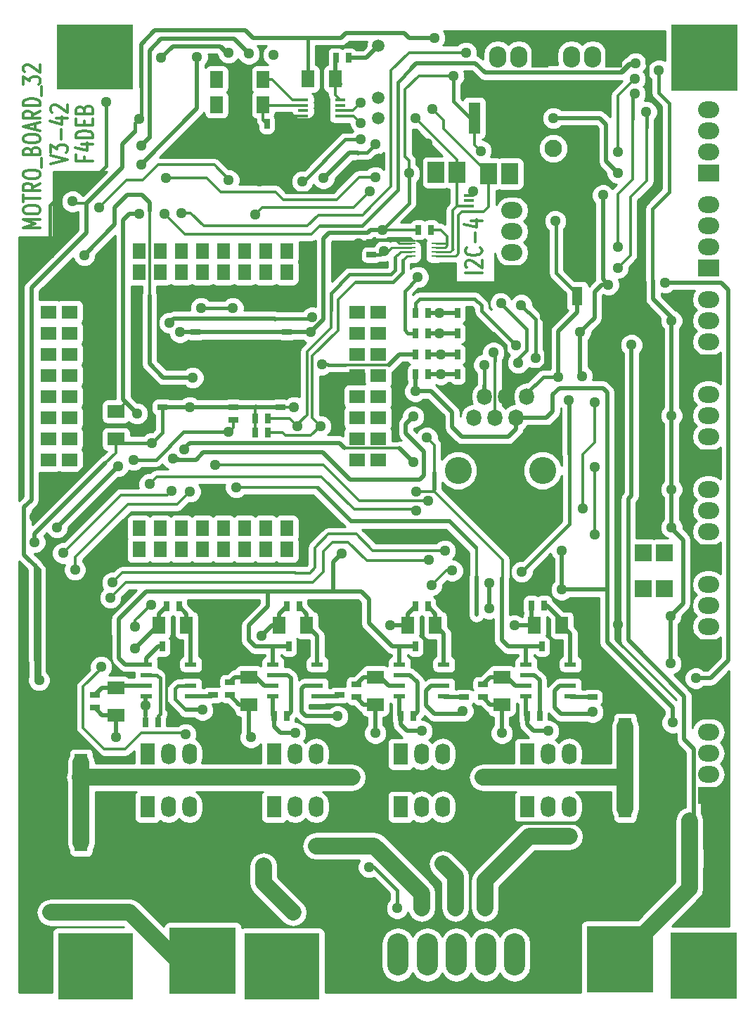
<source format=gtl>
G04 #@! TF.FileFunction,Copper,L1,Top,Signal*
%FSLAX46Y46*%
G04 Gerber Fmt 4.6, Leading zero omitted, Abs format (unit mm)*
G04 Created by KiCad (PCBNEW 4.0.6) date 01/03/18 21:10:08*
%MOMM*%
%LPD*%
G01*
G04 APERTURE LIST*
%ADD10C,0.150000*%
%ADD11C,0.304800*%
%ADD12R,8.000000X8.000000*%
%ADD13O,1.778000X2.540000*%
%ADD14R,1.778000X2.540000*%
%ADD15R,0.635000X1.143000*%
%ADD16R,1.143000X0.635000*%
%ADD17R,1.524000X2.032000*%
%ADD18R,2.032000X1.524000*%
%ADD19R,1.397000X3.810000*%
%ADD20R,1.399540X0.599440*%
%ADD21R,1.270000X0.406400*%
%ADD22R,1.899920X1.600200*%
%ADD23R,1.600200X1.899920*%
%ADD24R,1.500000X2.000000*%
%ADD25R,1.524000X2.000000*%
%ADD26R,2.100000X2.540000*%
%ADD27O,2.100580X2.540000*%
%ADD28R,2.540000X1.998980*%
%ADD29O,2.540000X1.998980*%
%ADD30R,1.300480X2.301240*%
%ADD31R,1.998980X2.540000*%
%ADD32R,1.998980X1.998980*%
%ADD33R,2.540000X5.080000*%
%ADD34O,2.540000X5.080000*%
%ADD35R,2.100580X1.800860*%
%ADD36C,2.100580*%
%ADD37C,1.500000*%
%ADD38R,1.000760X0.248920*%
%ADD39O,1.800860X2.000000*%
%ADD40C,3.251200*%
%ADD41R,8.999220X8.000000*%
%ADD42R,9.200000X7.800000*%
%ADD43R,9.000000X8.000000*%
%ADD44C,1.300480*%
%ADD45C,0.350520*%
%ADD46C,0.398780*%
%ADD47C,0.500380*%
%ADD48C,2.000000*%
%ADD49C,0.250000*%
%ADD50C,0.203200*%
%ADD51C,0.320000*%
%ADD52C,0.254000*%
G04 APERTURE END LIST*
D10*
D11*
X227995238Y-73768857D02*
X225963238Y-73768857D01*
X226156762Y-73115714D02*
X226060000Y-73043143D01*
X225963238Y-72898000D01*
X225963238Y-72535143D01*
X226060000Y-72390000D01*
X226156762Y-72317429D01*
X226350286Y-72244857D01*
X226543810Y-72244857D01*
X226834095Y-72317429D01*
X227995238Y-73188286D01*
X227995238Y-72244857D01*
X227801714Y-70720857D02*
X227898476Y-70793428D01*
X227995238Y-71011142D01*
X227995238Y-71156285D01*
X227898476Y-71374000D01*
X227704952Y-71519142D01*
X227511429Y-71591714D01*
X227124381Y-71664285D01*
X226834095Y-71664285D01*
X226447048Y-71591714D01*
X226253524Y-71519142D01*
X226060000Y-71374000D01*
X225963238Y-71156285D01*
X225963238Y-71011142D01*
X226060000Y-70793428D01*
X226156762Y-70720857D01*
X227221143Y-70067714D02*
X227221143Y-68906571D01*
X226640571Y-67527714D02*
X227995238Y-67527714D01*
X225866476Y-67890571D02*
X227317905Y-68253428D01*
X227317905Y-67310000D01*
X174782238Y-68344143D02*
X172750238Y-68344143D01*
X174201667Y-67836143D01*
X172750238Y-67328143D01*
X174782238Y-67328143D01*
X172750238Y-66312143D02*
X172750238Y-66021857D01*
X172847000Y-65876715D01*
X173040524Y-65731572D01*
X173427571Y-65659000D01*
X174104905Y-65659000D01*
X174491952Y-65731572D01*
X174685476Y-65876715D01*
X174782238Y-66021857D01*
X174782238Y-66312143D01*
X174685476Y-66457286D01*
X174491952Y-66602429D01*
X174104905Y-66675000D01*
X173427571Y-66675000D01*
X173040524Y-66602429D01*
X172847000Y-66457286D01*
X172750238Y-66312143D01*
X172750238Y-65223572D02*
X172750238Y-64352715D01*
X174782238Y-64788144D02*
X172750238Y-64788144D01*
X174782238Y-62973858D02*
X173814619Y-63481858D01*
X174782238Y-63844715D02*
X172750238Y-63844715D01*
X172750238Y-63264143D01*
X172847000Y-63119001D01*
X172943762Y-63046429D01*
X173137286Y-62973858D01*
X173427571Y-62973858D01*
X173621095Y-63046429D01*
X173717857Y-63119001D01*
X173814619Y-63264143D01*
X173814619Y-63844715D01*
X172750238Y-62030429D02*
X172750238Y-61740143D01*
X172847000Y-61595001D01*
X173040524Y-61449858D01*
X173427571Y-61377286D01*
X174104905Y-61377286D01*
X174491952Y-61449858D01*
X174685476Y-61595001D01*
X174782238Y-61740143D01*
X174782238Y-62030429D01*
X174685476Y-62175572D01*
X174491952Y-62320715D01*
X174104905Y-62393286D01*
X173427571Y-62393286D01*
X173040524Y-62320715D01*
X172847000Y-62175572D01*
X172750238Y-62030429D01*
X174975762Y-61087001D02*
X174975762Y-59925858D01*
X173717857Y-59055001D02*
X173814619Y-58837287D01*
X173911381Y-58764715D01*
X174104905Y-58692144D01*
X174395190Y-58692144D01*
X174588714Y-58764715D01*
X174685476Y-58837287D01*
X174782238Y-58982429D01*
X174782238Y-59563001D01*
X172750238Y-59563001D01*
X172750238Y-59055001D01*
X172847000Y-58909858D01*
X172943762Y-58837287D01*
X173137286Y-58764715D01*
X173330810Y-58764715D01*
X173524333Y-58837287D01*
X173621095Y-58909858D01*
X173717857Y-59055001D01*
X173717857Y-59563001D01*
X172750238Y-57748715D02*
X172750238Y-57458429D01*
X172847000Y-57313287D01*
X173040524Y-57168144D01*
X173427571Y-57095572D01*
X174104905Y-57095572D01*
X174491952Y-57168144D01*
X174685476Y-57313287D01*
X174782238Y-57458429D01*
X174782238Y-57748715D01*
X174685476Y-57893858D01*
X174491952Y-58039001D01*
X174104905Y-58111572D01*
X173427571Y-58111572D01*
X173040524Y-58039001D01*
X172847000Y-57893858D01*
X172750238Y-57748715D01*
X174201667Y-56515001D02*
X174201667Y-55789287D01*
X174782238Y-56660144D02*
X172750238Y-56152144D01*
X174782238Y-55644144D01*
X174782238Y-54265287D02*
X173814619Y-54773287D01*
X174782238Y-55136144D02*
X172750238Y-55136144D01*
X172750238Y-54555572D01*
X172847000Y-54410430D01*
X172943762Y-54337858D01*
X173137286Y-54265287D01*
X173427571Y-54265287D01*
X173621095Y-54337858D01*
X173717857Y-54410430D01*
X173814619Y-54555572D01*
X173814619Y-55136144D01*
X174782238Y-53612144D02*
X172750238Y-53612144D01*
X172750238Y-53249287D01*
X172847000Y-53031572D01*
X173040524Y-52886430D01*
X173234048Y-52813858D01*
X173621095Y-52741287D01*
X173911381Y-52741287D01*
X174298429Y-52813858D01*
X174491952Y-52886430D01*
X174685476Y-53031572D01*
X174782238Y-53249287D01*
X174782238Y-53612144D01*
X174975762Y-52451001D02*
X174975762Y-51289858D01*
X172750238Y-51072144D02*
X172750238Y-50128715D01*
X173524333Y-50636715D01*
X173524333Y-50419001D01*
X173621095Y-50273858D01*
X173717857Y-50201287D01*
X173911381Y-50128715D01*
X174395190Y-50128715D01*
X174588714Y-50201287D01*
X174685476Y-50273858D01*
X174782238Y-50419001D01*
X174782238Y-50854429D01*
X174685476Y-50999572D01*
X174588714Y-51072144D01*
X172943762Y-49548143D02*
X172847000Y-49475572D01*
X172750238Y-49330429D01*
X172750238Y-48967572D01*
X172847000Y-48822429D01*
X172943762Y-48749858D01*
X173137286Y-48677286D01*
X173330810Y-48677286D01*
X173621095Y-48749858D01*
X174782238Y-49620715D01*
X174782238Y-48677286D01*
X176026838Y-60651572D02*
X178058838Y-60143572D01*
X176026838Y-59635572D01*
X176026838Y-59272715D02*
X176026838Y-58329286D01*
X176800933Y-58837286D01*
X176800933Y-58619572D01*
X176897695Y-58474429D01*
X176994457Y-58401858D01*
X177187981Y-58329286D01*
X177671790Y-58329286D01*
X177865314Y-58401858D01*
X177962076Y-58474429D01*
X178058838Y-58619572D01*
X178058838Y-59055000D01*
X177962076Y-59200143D01*
X177865314Y-59272715D01*
X177284743Y-57676143D02*
X177284743Y-56515000D01*
X176704171Y-55136143D02*
X178058838Y-55136143D01*
X175930076Y-55499000D02*
X177381505Y-55861857D01*
X177381505Y-54918429D01*
X176220362Y-54410428D02*
X176123600Y-54337857D01*
X176026838Y-54192714D01*
X176026838Y-53829857D01*
X176123600Y-53684714D01*
X176220362Y-53612143D01*
X176413886Y-53539571D01*
X176607410Y-53539571D01*
X176897695Y-53612143D01*
X178058838Y-54483000D01*
X178058838Y-53539571D01*
X180067857Y-59744429D02*
X180067857Y-60252429D01*
X181132238Y-60252429D02*
X179100238Y-60252429D01*
X179100238Y-59526715D01*
X179777571Y-58293000D02*
X181132238Y-58293000D01*
X179003476Y-58655857D02*
X180454905Y-59018714D01*
X180454905Y-58075286D01*
X181132238Y-57494714D02*
X179100238Y-57494714D01*
X179100238Y-57131857D01*
X179197000Y-56914142D01*
X179390524Y-56769000D01*
X179584048Y-56696428D01*
X179971095Y-56623857D01*
X180261381Y-56623857D01*
X180648429Y-56696428D01*
X180841952Y-56769000D01*
X181035476Y-56914142D01*
X181132238Y-57131857D01*
X181132238Y-57494714D01*
X180067857Y-55970714D02*
X180067857Y-55462714D01*
X181132238Y-55245000D02*
X181132238Y-55970714D01*
X179100238Y-55970714D01*
X179100238Y-55245000D01*
X180067857Y-54083857D02*
X180164619Y-53866143D01*
X180261381Y-53793571D01*
X180454905Y-53721000D01*
X180745190Y-53721000D01*
X180938714Y-53793571D01*
X181035476Y-53866143D01*
X181132238Y-54011285D01*
X181132238Y-54591857D01*
X179100238Y-54591857D01*
X179100238Y-54083857D01*
X179197000Y-53938714D01*
X179293762Y-53866143D01*
X179487286Y-53793571D01*
X179680810Y-53793571D01*
X179874333Y-53866143D01*
X179971095Y-53938714D01*
X180067857Y-54083857D01*
X180067857Y-54591857D01*
D12*
X254659000Y-157142000D03*
D13*
X192786000Y-131699000D03*
X190246000Y-131699000D03*
D14*
X187706000Y-131699000D03*
D13*
X238506000Y-138049000D03*
X235966000Y-138049000D03*
D14*
X233426000Y-138049000D03*
D13*
X238506000Y-131699000D03*
X235966000Y-131699000D03*
D14*
X233426000Y-131699000D03*
D13*
X208026000Y-138049000D03*
X205486000Y-138049000D03*
D14*
X202946000Y-138049000D03*
D13*
X208026000Y-131699000D03*
X205486000Y-131699000D03*
D14*
X202946000Y-131699000D03*
D13*
X223266000Y-131699000D03*
X220726000Y-131699000D03*
D14*
X218186000Y-131699000D03*
D13*
X192786000Y-138049000D03*
X190246000Y-138049000D03*
D14*
X187706000Y-138049000D03*
D13*
X223266000Y-138049000D03*
X220726000Y-138049000D03*
D14*
X218186000Y-138049000D03*
D15*
X235204000Y-118745000D03*
X236728000Y-118745000D03*
X204724000Y-118745000D03*
X206248000Y-118745000D03*
X233426000Y-127127000D03*
X234950000Y-127127000D03*
X187452000Y-127889000D03*
X188976000Y-127889000D03*
D16*
X204470000Y-80899000D03*
X204470000Y-82423000D03*
X193497200Y-80873600D03*
X193497200Y-82397600D03*
D15*
X218186000Y-127127000D03*
X219710000Y-127127000D03*
X202946000Y-127127000D03*
X204470000Y-127127000D03*
X189484000Y-118745000D03*
X191008000Y-118745000D03*
X219964000Y-118745000D03*
X221488000Y-118745000D03*
D16*
X189484000Y-89916000D03*
X189484000Y-88392000D03*
X203708000Y-89916000D03*
X203708000Y-88392000D03*
X197612000Y-124587000D03*
X197612000Y-123063000D03*
D15*
X204470000Y-113919000D03*
X205994000Y-113919000D03*
X189992000Y-113919000D03*
X191516000Y-113919000D03*
D16*
X210820000Y-124587000D03*
X210820000Y-123063000D03*
X241300000Y-124841000D03*
X241300000Y-123317000D03*
X228092000Y-124841000D03*
X228092000Y-123317000D03*
D15*
X233934000Y-113792000D03*
X235458000Y-113792000D03*
X219964000Y-113919000D03*
X221488000Y-113919000D03*
D16*
X212852000Y-124841000D03*
X212852000Y-123317000D03*
X225806000Y-124841000D03*
X225806000Y-123317000D03*
X181356000Y-126111000D03*
X181356000Y-124587000D03*
D15*
X219964000Y-78613000D03*
X221488000Y-78613000D03*
X219964000Y-81026000D03*
X221488000Y-81026000D03*
X219964000Y-83566000D03*
X221488000Y-83566000D03*
X219964000Y-85979000D03*
X221488000Y-85979000D03*
X225044000Y-78613000D03*
X226568000Y-78613000D03*
X225044000Y-81026000D03*
X226568000Y-81026000D03*
X225044000Y-83566000D03*
X226568000Y-83566000D03*
X225044000Y-85979000D03*
X226568000Y-85979000D03*
D16*
X195580000Y-124587000D03*
X195580000Y-123063000D03*
D17*
X179705000Y-132715000D03*
X176403000Y-132715000D03*
X179705000Y-139319000D03*
X176403000Y-139319000D03*
X179705000Y-136017000D03*
X176403000Y-136017000D03*
X245237000Y-135001000D03*
X248539000Y-135001000D03*
X245237000Y-138303000D03*
X248539000Y-138303000D03*
X245237000Y-131699000D03*
X248539000Y-131699000D03*
X179705000Y-142367000D03*
X176403000Y-142367000D03*
X245237000Y-128397000D03*
X248539000Y-128397000D03*
D18*
X183896000Y-127000000D03*
X183896000Y-123698000D03*
D17*
X189103000Y-116205000D03*
X192405000Y-116205000D03*
D18*
X215138000Y-125730000D03*
X215138000Y-122428000D03*
D17*
X219075000Y-116205000D03*
X222377000Y-116205000D03*
D18*
X230378000Y-125730000D03*
X230378000Y-122428000D03*
D17*
X234315000Y-116205000D03*
X237617000Y-116205000D03*
D18*
X199898000Y-125730000D03*
X199898000Y-122428000D03*
D17*
X203581000Y-116205000D03*
X206883000Y-116205000D03*
D19*
X227076000Y-55118000D03*
X231648000Y-55118000D03*
D20*
X208153000Y-120904000D03*
X202819000Y-120904000D03*
X208153000Y-122174000D03*
X208153000Y-123444000D03*
X208153000Y-124714000D03*
X202819000Y-122174000D03*
X202819000Y-123444000D03*
X202819000Y-124714000D03*
X223393000Y-120904000D03*
X218059000Y-120904000D03*
X223393000Y-122174000D03*
X223393000Y-123444000D03*
X223393000Y-124714000D03*
X218059000Y-122174000D03*
X218059000Y-123444000D03*
X218059000Y-124714000D03*
X238633000Y-120904000D03*
X233299000Y-120904000D03*
X238633000Y-122174000D03*
X238633000Y-123444000D03*
X238633000Y-124714000D03*
X233299000Y-122174000D03*
X233299000Y-123444000D03*
X233299000Y-124714000D03*
X192913000Y-120904000D03*
X187579000Y-120904000D03*
X192913000Y-122174000D03*
X192913000Y-123444000D03*
X192913000Y-124714000D03*
X187579000Y-122174000D03*
X187579000Y-123444000D03*
X187579000Y-124714000D03*
D21*
X221932500Y-64427100D03*
X221932500Y-65074800D03*
X221932500Y-65735200D03*
X221932500Y-66382900D03*
X226377500Y-66382900D03*
X226377500Y-65735200D03*
X226377500Y-65074800D03*
X226377500Y-64427100D03*
D15*
X220345000Y-68580000D03*
X221869000Y-68580000D03*
X200660000Y-91313000D03*
X202184000Y-91313000D03*
X200660000Y-92964000D03*
X202184000Y-92964000D03*
D16*
X214680800Y-71577200D03*
X214680800Y-70053200D03*
D22*
X212976460Y-78486000D03*
X215516460Y-78486000D03*
X212976460Y-81026000D03*
X215516460Y-81026000D03*
X212976460Y-83566000D03*
X215516460Y-83566000D03*
X212976460Y-86106000D03*
X215516460Y-86106000D03*
X212976460Y-88646000D03*
X215516460Y-88646000D03*
X212976460Y-91186000D03*
X215516460Y-91186000D03*
X212976460Y-93726000D03*
X215516460Y-93726000D03*
X212976460Y-96266000D03*
X215516460Y-96266000D03*
X175768000Y-78486000D03*
X178308000Y-78486000D03*
X175768000Y-81026000D03*
X178308000Y-81026000D03*
X175768000Y-83566000D03*
X178308000Y-83566000D03*
X175768000Y-86106000D03*
X178308000Y-86106000D03*
X175768000Y-88646000D03*
X178308000Y-88646000D03*
X175768000Y-91186000D03*
X178308000Y-91186000D03*
X175768000Y-93726000D03*
X178308000Y-93726000D03*
X175768000Y-96266000D03*
X178308000Y-96266000D03*
D23*
X186690000Y-73660000D03*
X186690000Y-71120000D03*
X189230000Y-73660000D03*
X189230000Y-71120000D03*
X191770000Y-73660000D03*
X191770000Y-71120000D03*
X194310000Y-73660000D03*
X194310000Y-71120000D03*
X196850000Y-73660000D03*
X196850000Y-71120000D03*
X199390000Y-73660000D03*
X199390000Y-71120000D03*
X201930000Y-73660000D03*
X201930000Y-71120000D03*
X204470000Y-73660000D03*
X204470000Y-71120000D03*
X204470000Y-107061000D03*
X204470000Y-104521000D03*
X201930000Y-107061000D03*
X201930000Y-104521000D03*
X199390000Y-107061000D03*
X199390000Y-104521000D03*
X196850000Y-107061000D03*
X196850000Y-104521000D03*
X194310000Y-107061000D03*
X194310000Y-104521000D03*
X191770000Y-107061000D03*
X191770000Y-104521000D03*
X189230000Y-107061000D03*
X189230000Y-104521000D03*
X186690000Y-107061000D03*
X186690000Y-104521000D03*
D21*
X206463900Y-52920900D03*
X206463900Y-53568600D03*
X206463900Y-54229000D03*
X206463900Y-54876700D03*
X210908900Y-54876700D03*
X210908900Y-54229000D03*
X210908900Y-53568600D03*
X210908900Y-52920900D03*
D17*
X207035400Y-50393600D03*
X210337400Y-50393600D03*
D15*
X210439000Y-47879000D03*
X211963000Y-47879000D03*
X202082400Y-55829200D03*
X203606400Y-55829200D03*
D24*
X201625200Y-50444400D03*
X201625200Y-53492400D03*
D25*
X196037200Y-50444400D03*
X196037200Y-53492400D03*
D26*
X234950000Y-47752000D03*
D27*
X232410000Y-47752000D03*
X229870000Y-47752000D03*
D26*
X243840000Y-47752000D03*
D27*
X241300000Y-47752000D03*
X238760000Y-47752000D03*
D28*
X255270000Y-61722000D03*
D29*
X255270000Y-59182000D03*
X255270000Y-56642000D03*
X255270000Y-54102000D03*
D28*
X231597200Y-73863200D03*
D29*
X231597200Y-71323200D03*
X231597200Y-68783200D03*
X231597200Y-66243200D03*
D28*
X255270000Y-118872000D03*
D29*
X255270000Y-116332000D03*
X255270000Y-113792000D03*
X255270000Y-111252000D03*
D28*
X255270000Y-107442000D03*
D29*
X255270000Y-104902000D03*
X255270000Y-102362000D03*
X255270000Y-99822000D03*
D28*
X255270000Y-96012000D03*
D29*
X255270000Y-93472000D03*
X255270000Y-90932000D03*
X255270000Y-88392000D03*
D28*
X255270000Y-84582000D03*
D29*
X255270000Y-82042000D03*
X255270000Y-79502000D03*
X255270000Y-76962000D03*
D28*
X255270000Y-73152000D03*
D29*
X255270000Y-70612000D03*
X255270000Y-68072000D03*
X255270000Y-65532000D03*
X255270000Y-126492000D03*
D28*
X255270000Y-136652000D03*
D29*
X255270000Y-134112000D03*
X255270000Y-131572000D03*
X255270000Y-129032000D03*
D12*
X244602000Y-156413200D03*
X244602000Y-144729200D03*
X194360800Y-156565600D03*
X194360800Y-144881600D03*
D30*
X239471200Y-76555600D03*
X239471200Y-68935600D03*
D31*
X224993200Y-61671200D03*
X222453200Y-61671200D03*
X228803200Y-61823600D03*
X231343200Y-61823600D03*
D32*
X249936000Y-107442000D03*
X247396000Y-107442000D03*
X249936000Y-111760000D03*
X247396000Y-111760000D03*
D33*
X214376000Y-155829000D03*
D34*
X217868500Y-155829000D03*
X221424500Y-155829000D03*
X224917000Y-155829000D03*
X228409500Y-155829000D03*
X231902000Y-155829000D03*
D35*
X236575600Y-61315600D03*
D36*
X236575600Y-58775600D03*
D37*
X215493600Y-46380400D03*
X215493600Y-52654200D03*
X215493600Y-55118000D03*
X215544400Y-60147200D03*
D38*
X219506800Y-71755000D03*
X219506800Y-71247000D03*
X219506800Y-70739000D03*
X219506800Y-70231000D03*
X222402400Y-71755000D03*
X222402400Y-71247000D03*
X222402400Y-70739000D03*
X222402400Y-70231000D03*
D39*
X229552500Y-91186000D03*
X232092500Y-91186000D03*
X227012500Y-91186000D03*
X233362500Y-88646000D03*
X230822500Y-88646000D03*
X228282500Y-88646000D03*
D40*
X225107500Y-97536000D03*
X235267500Y-97536000D03*
D41*
X181419500Y-157242000D03*
D42*
X181356000Y-47736000D03*
D43*
X203898500Y-157242000D03*
D12*
X254768500Y-47809000D03*
D16*
X198018400Y-91440000D03*
X198018400Y-89916000D03*
D18*
X183896000Y-90449400D03*
X183896000Y-93751400D03*
D44*
X197993000Y-77978000D03*
X194183000Y-77978000D03*
X198374000Y-99568000D03*
X202895200Y-47498000D03*
X240030000Y-86207600D03*
X220268800Y-74269600D03*
X239826800Y-80873600D03*
X221361000Y-93599000D03*
X220091000Y-100076000D03*
X211074000Y-107569000D03*
X250063000Y-74930000D03*
X243205000Y-75184000D03*
X253746000Y-122555000D03*
X242570000Y-64389000D03*
X252984000Y-141478000D03*
X252984000Y-145237200D03*
X253034800Y-143256000D03*
X185547000Y-150749000D03*
X181051200Y-150723600D03*
X178562000Y-150723600D03*
X232054400Y-82448400D03*
X245999000Y-82423000D03*
X252984000Y-139700000D03*
X176022000Y-150749000D03*
X188214000Y-94234000D03*
X230276400Y-77419200D03*
X216204800Y-71120000D03*
X232359200Y-84582000D03*
X205359000Y-89916000D03*
X174117000Y-106172000D03*
X219964000Y-88011000D03*
X250952000Y-127889000D03*
X237617000Y-111887000D03*
X237617000Y-107188000D03*
X192786000Y-89916000D03*
X186690000Y-55245000D03*
X174650400Y-122783600D03*
X226923600Y-63906400D03*
X227838000Y-59080400D03*
X224586800Y-50038000D03*
X208686400Y-84785200D03*
X219202000Y-61772800D03*
X216027000Y-68580000D03*
X178689000Y-65151000D03*
X207391000Y-80899000D03*
X191643000Y-80899000D03*
X250698000Y-115062000D03*
X250825000Y-104394000D03*
X222250000Y-45466000D03*
X250698000Y-120777000D03*
X228854000Y-114173000D03*
X228854000Y-111125000D03*
X250825000Y-99822000D03*
X250825000Y-79502000D03*
X250825000Y-90932000D03*
X249301000Y-49403000D03*
X214376000Y-145288000D03*
X217805000Y-150241000D03*
X187452000Y-125857000D03*
X205232000Y-150749000D03*
X201676000Y-145161000D03*
X208026000Y-142748000D03*
X220726000Y-150241000D03*
X205486000Y-129159000D03*
X224790000Y-150241000D03*
X220726000Y-128905000D03*
X223266000Y-144907000D03*
X232283000Y-142875000D03*
X228346000Y-150241000D03*
X238506000Y-141605000D03*
X235966000Y-128905000D03*
X215138000Y-62230000D03*
X189890400Y-62331600D03*
X188112400Y-113690400D03*
X186182000Y-116332000D03*
X186944000Y-60706000D03*
X193675000Y-47752000D03*
X190601600Y-100025200D03*
X177546000Y-107492800D03*
X178968400Y-109474000D03*
X192836800Y-100076000D03*
X226060000Y-47244000D03*
X191770000Y-66548000D03*
X189738000Y-66675000D03*
X246507000Y-48514000D03*
X186944000Y-58420000D03*
X199898000Y-47371000D03*
X228244400Y-84836000D03*
X229362000Y-83362800D03*
X176784000Y-104394000D03*
X184150000Y-97028000D03*
X236829600Y-67513200D03*
X237185200Y-86258400D03*
X207518000Y-79121000D03*
X190373000Y-79756000D03*
X187960000Y-99161600D03*
X220091000Y-102362000D03*
X221488000Y-101219000D03*
X195834000Y-96901000D03*
X200660000Y-66751200D03*
X214477600Y-63957200D03*
X219964000Y-55118000D03*
X213410800Y-53289200D03*
X205740000Y-92202000D03*
X213410800Y-55727600D03*
X221996000Y-54051200D03*
X208534000Y-92202000D03*
X189357000Y-47879000D03*
X197485000Y-47244000D03*
X197485000Y-62611000D03*
X181864000Y-65913000D03*
X186055000Y-96266000D03*
X197459600Y-92913200D03*
X241554000Y-97155000D03*
X241554000Y-105283000D03*
X240157000Y-102108000D03*
X241604800Y-89306400D03*
X243738400Y-80568800D03*
X243725700Y-84594700D03*
X182753000Y-53213000D03*
X175971200Y-71475600D03*
X213106000Y-70205600D03*
X232359200Y-58267600D03*
X221386400Y-58216800D03*
X238734600Y-66065400D03*
X213106000Y-60706000D03*
X201168000Y-62738000D03*
X225806000Y-111125000D03*
X212852000Y-137668000D03*
X228346000Y-137668000D03*
X244602000Y-76962000D03*
X190754000Y-127127000D03*
X197866000Y-130683000D03*
X198374000Y-139573000D03*
X239268000Y-113919000D03*
X210566000Y-153797000D03*
X193040000Y-83185000D03*
X197358000Y-114173000D03*
X212217000Y-120650000D03*
X226441000Y-50038000D03*
X174117000Y-103124000D03*
X244348000Y-116078000D03*
X244602000Y-97282000D03*
X174879000Y-128397000D03*
X244602000Y-88392000D03*
X239268000Y-56769000D03*
X242951000Y-128651000D03*
X247904000Y-47244000D03*
X241681000Y-115951000D03*
X186690000Y-66675000D03*
X186436000Y-90678000D03*
X216916000Y-116205000D03*
X230378000Y-129159000D03*
X201422000Y-117475000D03*
X186182000Y-118999000D03*
X183896000Y-129667000D03*
X241300000Y-126619000D03*
X215138000Y-129159000D03*
X231902000Y-116205000D03*
X200152000Y-129667000D03*
X225679000Y-126492000D03*
X194310000Y-126365000D03*
X210566000Y-127127000D03*
X228092000Y-134493000D03*
X242824000Y-134493000D03*
X221945200Y-111353600D03*
X232791000Y-109728000D03*
X224409000Y-109601000D03*
X238455200Y-89052400D03*
X234442000Y-84023200D03*
X232714800Y-77622400D03*
X192278000Y-129286000D03*
X182118000Y-121158000D03*
X197612000Y-134493000D03*
X212344000Y-134493000D03*
X223012000Y-85979000D03*
X222885000Y-78613000D03*
X222885000Y-81026000D03*
X223012000Y-83566000D03*
X190754000Y-96139000D03*
X219710000Y-91059000D03*
X192151000Y-94996000D03*
X219710000Y-96520000D03*
X193167000Y-86360000D03*
X180086000Y-71628000D03*
X244348000Y-59182000D03*
X246380000Y-50419000D03*
X247777000Y-54356000D03*
X244348000Y-73152000D03*
X215188800Y-58267600D03*
X208915000Y-62357000D03*
X183489600Y-111048800D03*
X223520000Y-107188000D03*
X183235600Y-112877600D03*
X221615000Y-108331000D03*
X246380000Y-52197000D03*
X244348000Y-70612000D03*
X236601000Y-55118000D03*
X244348000Y-61722000D03*
X206375000Y-62738000D03*
X213360000Y-57708800D03*
D45*
X206959200Y-99568000D02*
X208280000Y-99568000D01*
X227330000Y-106781600D02*
X227330000Y-114935000D01*
X224129600Y-103581200D02*
X227330000Y-106781600D01*
X212293200Y-103581200D02*
X224129600Y-103581200D01*
X208280000Y-99568000D02*
X212293200Y-103581200D01*
X198374000Y-99568000D02*
X206959200Y-99568000D01*
X206959200Y-99568000D02*
X208026000Y-99568000D01*
X208026000Y-99568000D02*
X211531200Y-103073200D01*
D46*
X194183000Y-77978000D02*
X197993000Y-77978000D01*
D45*
X227330000Y-110363000D02*
X227330000Y-107061000D01*
X212217000Y-103759000D02*
X211531200Y-103073200D01*
X224028000Y-103759000D02*
X212217000Y-103759000D01*
X227330000Y-107061000D02*
X224028000Y-103759000D01*
D47*
X227330000Y-110363000D02*
X227330000Y-111760000D01*
X227330000Y-114173000D02*
X227330000Y-114935000D01*
X227330000Y-111760000D02*
X227330000Y-114173000D01*
X243205000Y-75184000D02*
X242443000Y-75184000D01*
X241554000Y-79146400D02*
X239826800Y-80873600D01*
X241554000Y-76073000D02*
X241554000Y-79146400D01*
X242443000Y-75184000D02*
X241554000Y-76073000D01*
X192379600Y-112141000D02*
X187528200Y-112141000D01*
X184251600Y-117246400D02*
X184277000Y-117246400D01*
X184251600Y-115417600D02*
X184251600Y-117246400D01*
X187528200Y-112141000D02*
X184251600Y-115417600D01*
X242570000Y-64389000D02*
X242570000Y-74549000D01*
X242570000Y-74549000D02*
X243205000Y-75184000D01*
D46*
X239826800Y-81229200D02*
X239826800Y-80873600D01*
D47*
X239826800Y-86004400D02*
X240030000Y-86207600D01*
X239826800Y-86004400D02*
X239826800Y-81229200D01*
D46*
X220268800Y-74269600D02*
X220319600Y-74320400D01*
X220319600Y-74320400D02*
X220268800Y-74269600D01*
X220268800Y-74269600D02*
X220268800Y-74371200D01*
D45*
X222250000Y-97790000D02*
X222250000Y-94488000D01*
X222250000Y-94488000D02*
X221361000Y-93599000D01*
D46*
X218694000Y-77724000D02*
X218694000Y-75946000D01*
X218694000Y-80645000D02*
X218694000Y-77724000D01*
X219075000Y-81026000D02*
X218694000Y-80645000D01*
X219964000Y-81026000D02*
X219075000Y-81026000D01*
X218694000Y-75946000D02*
X220268800Y-74371200D01*
D45*
X222250000Y-100076000D02*
X229997000Y-107823000D01*
X230505000Y-110363000D02*
X230378000Y-110490000D01*
X230505000Y-108331000D02*
X230505000Y-110363000D01*
X229997000Y-107823000D02*
X230505000Y-108331000D01*
X220091000Y-100076000D02*
X221996000Y-100076000D01*
X222250000Y-100076000D02*
X222250000Y-99822000D01*
X221996000Y-100076000D02*
X222250000Y-100076000D01*
D47*
X230378000Y-110490000D02*
X230378000Y-111252000D01*
X222250000Y-99822000D02*
X222250000Y-99822000D01*
X222250000Y-99822000D02*
X222250000Y-97790000D01*
X188976000Y-118745000D02*
X189484000Y-118745000D01*
X187579000Y-120142000D02*
X188976000Y-118745000D01*
X187579000Y-120904000D02*
X187579000Y-120142000D01*
X204724000Y-118745000D02*
X202692000Y-118745000D01*
X202819000Y-118745000D02*
X202692000Y-118745000D01*
X202819000Y-120904000D02*
X202819000Y-118745000D01*
X219964000Y-118745000D02*
X218186000Y-118745000D01*
X218059000Y-118745000D02*
X218186000Y-118745000D01*
X218059000Y-120904000D02*
X218059000Y-118745000D01*
X235204000Y-118745000D02*
X233426000Y-118745000D01*
X233299000Y-118745000D02*
X233426000Y-118745000D01*
X233299000Y-120904000D02*
X233299000Y-118745000D01*
X218186000Y-118745000D02*
X217170000Y-118745000D01*
X199771000Y-112141000D02*
X199898000Y-112141000D01*
X199898000Y-112141000D02*
X199771000Y-112141000D01*
X198882000Y-112141000D02*
X199898000Y-112141000D01*
X192379600Y-112141000D02*
X198882000Y-112141000D01*
X187579000Y-120904000D02*
X185039000Y-120904000D01*
X185039000Y-120904000D02*
X184277000Y-120142000D01*
X184277000Y-120142000D02*
X184277000Y-117246400D01*
X212090000Y-112141000D02*
X212217000Y-112141000D01*
X212217000Y-112141000D02*
X212090000Y-112141000D01*
X211328000Y-112141000D02*
X212217000Y-112141000D01*
X210058000Y-112141000D02*
X211328000Y-112141000D01*
X202184000Y-112141000D02*
X210058000Y-112141000D01*
X199771000Y-112141000D02*
X202184000Y-112141000D01*
X214376000Y-115951000D02*
X214376000Y-113030000D01*
X214376000Y-113030000D02*
X213487000Y-112141000D01*
X213487000Y-112141000D02*
X211328000Y-112141000D01*
X217170000Y-118745000D02*
X214376000Y-115951000D01*
X233426000Y-118745000D02*
X231140000Y-118745000D01*
D45*
X230632000Y-118237000D02*
X231140000Y-118745000D01*
D47*
X230632000Y-118237000D02*
X231140000Y-118745000D01*
X230378000Y-117983000D02*
X230378000Y-114808000D01*
X231140000Y-118745000D02*
X230378000Y-117983000D01*
X210058000Y-112014000D02*
X210058000Y-112141000D01*
X210058000Y-112141000D02*
X210058000Y-112014000D01*
X210058000Y-108585000D02*
X210058000Y-112141000D01*
X211074000Y-107569000D02*
X210058000Y-108585000D01*
X202184000Y-113919000D02*
X199898000Y-116205000D01*
X199898000Y-116205000D02*
X199898000Y-117983000D01*
X199898000Y-117983000D02*
X200660000Y-118745000D01*
X200660000Y-118745000D02*
X202819000Y-118745000D01*
X202184000Y-112141000D02*
X202184000Y-113919000D01*
X257683000Y-118872000D02*
X257683000Y-75819000D01*
X257683000Y-75819000D02*
X256794000Y-74930000D01*
X256794000Y-74930000D02*
X250063000Y-74930000D01*
X255524000Y-122555000D02*
X253746000Y-122555000D01*
X257683000Y-120396000D02*
X255524000Y-122555000D01*
X257683000Y-118872000D02*
X257683000Y-120396000D01*
X230378000Y-111252000D02*
X230378000Y-114808000D01*
X230378000Y-117983000D02*
X230378000Y-111252000D01*
X231140000Y-118745000D02*
X230378000Y-117983000D01*
X235204000Y-118745000D02*
X231140000Y-118745000D01*
D48*
X253034800Y-143256000D02*
X253034800Y-145186400D01*
X253034800Y-145186400D02*
X252984000Y-145237200D01*
X253034800Y-143256000D02*
X252984000Y-143256000D01*
X252984000Y-143256000D02*
X253034800Y-143256000D01*
X253034800Y-143256000D02*
X252984000Y-143256000D01*
X252984000Y-139700000D02*
X252984000Y-141478000D01*
X252984000Y-141478000D02*
X252984000Y-143256000D01*
X252984000Y-143256000D02*
X252984000Y-147828000D01*
X252984000Y-147828000D02*
X244856000Y-155956000D01*
X181051200Y-150749000D02*
X185547000Y-150749000D01*
X181051200Y-150723600D02*
X181051200Y-150749000D01*
X181051200Y-150749000D02*
X181051200Y-150723600D01*
X181051200Y-150723600D02*
X181051200Y-150749000D01*
X178562000Y-150723600D02*
X178562000Y-150749000D01*
X178562000Y-150749000D02*
X178562000Y-150723600D01*
X178562000Y-150723600D02*
X178562000Y-150749000D01*
D46*
X219964000Y-77368400D02*
X219964000Y-78613000D01*
X220472000Y-76860400D02*
X219964000Y-77368400D01*
X227126800Y-76860400D02*
X220472000Y-76860400D01*
X227939600Y-77673200D02*
X227126800Y-76860400D01*
X227939600Y-78333600D02*
X227939600Y-77673200D01*
X232054400Y-82448400D02*
X227939600Y-78333600D01*
D47*
X245999000Y-82423000D02*
X245872000Y-82550000D01*
X245872000Y-82550000D02*
X245999000Y-82550000D01*
D48*
X191135000Y-156337000D02*
X185547000Y-150749000D01*
X192278000Y-156337000D02*
X191135000Y-156337000D01*
X181051200Y-150749000D02*
X178562000Y-150749000D01*
X178562000Y-150749000D02*
X176022000Y-150749000D01*
D47*
X253492000Y-131064000D02*
X253492000Y-139192000D01*
X252349000Y-129921000D02*
X253492000Y-131064000D01*
X252349000Y-127254000D02*
X252349000Y-129921000D01*
X253492000Y-139192000D02*
X252984000Y-139700000D01*
X245618000Y-107569000D02*
X245618000Y-113284000D01*
X245618000Y-117983000D02*
X252349000Y-124714000D01*
X252349000Y-124714000D02*
X252349000Y-127254000D01*
X245618000Y-113284000D02*
X245618000Y-117983000D01*
X245999000Y-100584000D02*
X245999000Y-82550000D01*
X245618000Y-100965000D02*
X245999000Y-100584000D01*
X245618000Y-107569000D02*
X245618000Y-100965000D01*
D46*
X188214000Y-94234000D02*
X184378600Y-94234000D01*
X184378600Y-94234000D02*
X183896000Y-93751400D01*
X189484000Y-92964000D02*
X189484000Y-89916000D01*
X188214000Y-94234000D02*
X189484000Y-92964000D01*
D45*
X198018400Y-89916000D02*
X200660000Y-89916000D01*
X200660000Y-89916000D02*
X200660000Y-91313000D01*
X183896000Y-93751400D02*
X183896000Y-95402400D01*
X182676800Y-96621600D02*
X182676800Y-96596200D01*
X183896000Y-95402400D02*
X182676800Y-96621600D01*
D46*
X230276400Y-77470000D02*
X233324400Y-80518000D01*
X233324400Y-80518000D02*
X233324400Y-83108800D01*
X233324400Y-83108800D02*
X232359200Y-84074000D01*
X232359200Y-84074000D02*
X232359200Y-84582000D01*
X230276400Y-77419200D02*
X230276400Y-77470000D01*
X214680800Y-71577200D02*
X215747600Y-71577200D01*
X215747600Y-71577200D02*
X216204800Y-71120000D01*
X216408000Y-71323200D02*
X216204800Y-71120000D01*
D49*
X219506800Y-70739000D02*
X217093800Y-70739000D01*
X217093800Y-70739000D02*
X216509600Y-71323200D01*
D46*
X216509600Y-71323200D02*
X216408000Y-71323200D01*
D47*
X237617000Y-107188000D02*
X237617000Y-111887000D01*
X237617000Y-111887000D02*
X243078000Y-111887000D01*
X232092500Y-91186000D02*
X235762800Y-91186000D01*
X242570000Y-87630000D02*
X243078000Y-88138000D01*
X237337600Y-87630000D02*
X242570000Y-87630000D01*
X236524800Y-88442800D02*
X237337600Y-87630000D01*
X236524800Y-90424000D02*
X236524800Y-88442800D01*
X235762800Y-91186000D02*
X236524800Y-90424000D01*
X243078000Y-88138000D02*
X243078000Y-118237000D01*
D45*
X200660000Y-91313000D02*
X200660000Y-89916000D01*
X200787000Y-89789000D02*
X200787000Y-89916000D01*
X200660000Y-89916000D02*
X200787000Y-89789000D01*
X200660000Y-91313000D02*
X200660000Y-92964000D01*
D46*
X243078000Y-88138000D02*
X243078000Y-97282000D01*
D45*
X205359000Y-89916000D02*
X200787000Y-89916000D01*
X200787000Y-89916000D02*
X199009000Y-89916000D01*
X191643000Y-89916000D02*
X199009000Y-89916000D01*
X203708000Y-89916000D02*
X205359000Y-89916000D01*
D47*
X174117000Y-105156000D02*
X174117000Y-106172000D01*
X219964000Y-88011000D02*
X219964000Y-85979000D01*
X243078000Y-118237000D02*
X243078000Y-111887000D01*
X250952000Y-126111000D02*
X243078000Y-118237000D01*
X250952000Y-127889000D02*
X250952000Y-126111000D01*
D46*
X242951000Y-111887000D02*
X243078000Y-111887000D01*
X243078000Y-111887000D02*
X242951000Y-111887000D01*
D47*
X221869000Y-88011000D02*
X224409000Y-90551000D01*
X224409000Y-90551000D02*
X224409000Y-92329000D01*
X232092500Y-92519500D02*
X232092500Y-91186000D01*
X231140000Y-93472000D02*
X232092500Y-92519500D01*
X225552000Y-93472000D02*
X231140000Y-93472000D01*
X224409000Y-92329000D02*
X225552000Y-93472000D01*
X219964000Y-88011000D02*
X221869000Y-88011000D01*
X243078000Y-111887000D02*
X243078000Y-99187000D01*
X191643000Y-89916000D02*
X189484000Y-89916000D01*
X192786000Y-89916000D02*
X203708000Y-89916000D01*
X191643000Y-89916000D02*
X192786000Y-89916000D01*
X243078000Y-97282000D02*
X243078000Y-99187000D01*
X182676800Y-96596200D02*
X174117000Y-105156000D01*
D46*
X249301000Y-49403000D02*
X249301000Y-52070000D01*
X248539000Y-74676000D02*
X248615200Y-74676000D01*
X248539000Y-66040000D02*
X248539000Y-74676000D01*
X250571000Y-64008000D02*
X248539000Y-66040000D01*
X250571000Y-53340000D02*
X250571000Y-64008000D01*
X249301000Y-52070000D02*
X250571000Y-53340000D01*
X186182000Y-56769000D02*
X186182000Y-55753000D01*
X186182000Y-55753000D02*
X186690000Y-55245000D01*
X186944000Y-54991000D02*
X186944000Y-51435000D01*
X186690000Y-55245000D02*
X186944000Y-54991000D01*
D50*
X193497200Y-80873600D02*
X191668400Y-80873600D01*
X191668400Y-80873600D02*
X191643000Y-80899000D01*
D47*
X250825000Y-79121000D02*
X250825000Y-79502000D01*
X248615200Y-74676000D02*
X248615200Y-76911200D01*
X248615200Y-76911200D02*
X250825000Y-79121000D01*
D46*
X174650400Y-122783600D02*
X174650400Y-109524800D01*
X173431200Y-108305600D02*
X173431200Y-108280200D01*
X174650400Y-109524800D02*
X173431200Y-108305600D01*
X174244000Y-120446800D02*
X174244000Y-122377200D01*
D47*
X174244000Y-120446800D02*
X174244000Y-109093000D01*
X174244000Y-109093000D02*
X173431200Y-108280200D01*
D46*
X174244000Y-122377200D02*
X174650400Y-122783600D01*
D45*
X174650400Y-122783600D02*
X174244000Y-122377200D01*
X226377500Y-64427100D02*
X226402900Y-64427100D01*
X226402900Y-64427100D02*
X226923600Y-63906400D01*
X226402900Y-64427100D02*
X226923600Y-63906400D01*
X219202000Y-61772800D02*
X219202000Y-60248800D01*
X220370400Y-50038000D02*
X224586800Y-50038000D01*
X218744800Y-51663600D02*
X220370400Y-50038000D01*
X218744800Y-59791600D02*
X218744800Y-51663600D01*
X219202000Y-60248800D02*
X218744800Y-59791600D01*
D46*
X208686400Y-84785200D02*
X209397600Y-84785200D01*
X209448400Y-84836000D02*
X211531200Y-84836000D01*
X209397600Y-84785200D02*
X209448400Y-84836000D01*
D45*
X227076000Y-55118000D02*
X227076000Y-58318400D01*
X227076000Y-58318400D02*
X227838000Y-59080400D01*
D46*
X226568000Y-55118000D02*
X227076000Y-55118000D01*
X224586800Y-50038000D02*
X224586800Y-53136800D01*
X224586800Y-53136800D02*
X226568000Y-55118000D01*
D47*
X222250000Y-45466000D02*
X219202000Y-45466000D01*
X211582000Y-44907200D02*
X211023200Y-45466000D01*
X218643200Y-44907200D02*
X211582000Y-44907200D01*
X219202000Y-45466000D02*
X218643200Y-44907200D01*
D46*
X207035400Y-50393600D02*
X207035400Y-45466000D01*
X207060800Y-45567600D02*
X207060800Y-45466000D01*
X207060800Y-45491400D02*
X207060800Y-45567600D01*
X207035400Y-45466000D02*
X207060800Y-45491400D01*
D45*
X210566000Y-84836000D02*
X208737200Y-84836000D01*
X208737200Y-84836000D02*
X208686400Y-84785200D01*
X216789000Y-84836000D02*
X211531200Y-84836000D01*
X211531200Y-84836000D02*
X210566000Y-84836000D01*
X210566000Y-84836000D02*
X209550000Y-84836000D01*
X209550000Y-84836000D02*
X209499200Y-84886800D01*
D47*
X216027000Y-68580000D02*
X214579200Y-68580000D01*
X208915000Y-69621400D02*
X208915000Y-74371200D01*
X209600800Y-68935600D02*
X208915000Y-69621400D01*
X214223600Y-68935600D02*
X209600800Y-68935600D01*
X214579200Y-68580000D02*
X214223600Y-68935600D01*
D46*
X219202000Y-61772800D02*
X219202000Y-65405000D01*
X219202000Y-65405000D02*
X216027000Y-68580000D01*
D47*
X208915000Y-79375000D02*
X208915000Y-74371200D01*
X207391000Y-80899000D02*
X208915000Y-79375000D01*
D45*
X220345000Y-68580000D02*
X216027000Y-68580000D01*
X178943000Y-65405000D02*
X180340000Y-65405000D01*
X178689000Y-65151000D02*
X178943000Y-65405000D01*
D47*
X250825000Y-79502000D02*
X250825000Y-89662000D01*
X250825000Y-89662000D02*
X250825000Y-90932000D01*
X250825000Y-90932000D02*
X250825000Y-99822000D01*
X250825000Y-99822000D02*
X250825000Y-104521000D01*
D45*
X204470000Y-80899000D02*
X207391000Y-80899000D01*
D47*
X252222000Y-105918000D02*
X252222000Y-113538000D01*
X250825000Y-104521000D02*
X252222000Y-105918000D01*
X252222000Y-113538000D02*
X250698000Y-115062000D01*
X250825000Y-104394000D02*
X250825000Y-104521000D01*
D46*
X217551000Y-84074000D02*
X216789000Y-84836000D01*
X218059000Y-83566000D02*
X217551000Y-84074000D01*
D47*
X186944000Y-51435000D02*
X186944000Y-46228000D01*
X200406000Y-45466000D02*
X207060800Y-45466000D01*
X199517000Y-44577000D02*
X200406000Y-45466000D01*
X188595000Y-44577000D02*
X199517000Y-44577000D01*
X186944000Y-46228000D02*
X188595000Y-44577000D01*
X207060800Y-45466000D02*
X211023200Y-45466000D01*
X186182000Y-56769000D02*
X184658000Y-58293000D01*
X184658000Y-58293000D02*
X184658000Y-61087000D01*
X184658000Y-61087000D02*
X180340000Y-65405000D01*
X180340000Y-65405000D02*
X180340000Y-68961000D01*
X173431200Y-108280200D02*
X172847000Y-107696000D01*
X173736000Y-98679000D02*
X173736000Y-101092000D01*
X173736000Y-101092000D02*
X172847000Y-101981000D01*
X172847000Y-101981000D02*
X172847000Y-107696000D01*
X173736000Y-75565000D02*
X173736000Y-98679000D01*
X180340000Y-68961000D02*
X173736000Y-75565000D01*
X218059000Y-83566000D02*
X217551000Y-84074000D01*
X218059000Y-83566000D02*
X216789000Y-84836000D01*
X219964000Y-83566000D02*
X218059000Y-83566000D01*
X191643000Y-80899000D02*
X207391000Y-80899000D01*
X228854000Y-111125000D02*
X228854000Y-114173000D01*
X250698000Y-115062000D02*
X250698000Y-120777000D01*
D46*
X215011000Y-145288000D02*
X214376000Y-145288000D01*
X217805000Y-148082000D02*
X215011000Y-145288000D01*
X217805000Y-148844000D02*
X217805000Y-148082000D01*
X217805000Y-150241000D02*
X217805000Y-148844000D01*
D45*
X187452000Y-125857000D02*
X187452000Y-127889000D01*
D48*
X205232000Y-150749000D02*
X201676000Y-147193000D01*
X201676000Y-147193000D02*
X201676000Y-145161000D01*
D47*
X187452000Y-124841000D02*
X187579000Y-124714000D01*
X187452000Y-125857000D02*
X187452000Y-124841000D01*
X187452000Y-127127000D02*
X187452000Y-125857000D01*
D48*
X215011000Y-142748000D02*
X208026000Y-142748000D01*
D47*
X202819000Y-127000000D02*
X202946000Y-127127000D01*
X202819000Y-124714000D02*
X202819000Y-127000000D01*
X202946000Y-128397000D02*
X203708000Y-129159000D01*
X203708000Y-129159000D02*
X205486000Y-129159000D01*
X202946000Y-127127000D02*
X202946000Y-128397000D01*
D48*
X220726000Y-148463000D02*
X215011000Y-142748000D01*
X220726000Y-150241000D02*
X220726000Y-148463000D01*
D47*
X218059000Y-127000000D02*
X218186000Y-127127000D01*
X218059000Y-124714000D02*
X218059000Y-127000000D01*
X218186000Y-128143000D02*
X218948000Y-128905000D01*
X218948000Y-128905000D02*
X220726000Y-128905000D01*
X218186000Y-127127000D02*
X218186000Y-128143000D01*
D48*
X223266000Y-144907000D02*
X224790000Y-146431000D01*
X224790000Y-146431000D02*
X224790000Y-150241000D01*
D46*
X232283000Y-142875000D02*
X232346500Y-142938500D01*
X232346500Y-142938500D02*
X232283000Y-142875000D01*
X232283000Y-142875000D02*
X232283000Y-143002000D01*
D47*
X233426000Y-128143000D02*
X234188000Y-128905000D01*
X234188000Y-128905000D02*
X235966000Y-128905000D01*
X233426000Y-127127000D02*
X233426000Y-128143000D01*
X233299000Y-127000000D02*
X233426000Y-127127000D01*
X233299000Y-124714000D02*
X233299000Y-127000000D01*
D48*
X228346000Y-146939000D02*
X232283000Y-143002000D01*
X232283000Y-143002000D02*
X233680000Y-141605000D01*
X233680000Y-141605000D02*
X238506000Y-141605000D01*
X228346000Y-150241000D02*
X228346000Y-146939000D01*
D45*
X199440800Y-64008000D02*
X196494400Y-64008000D01*
X215138000Y-62230000D02*
X213207600Y-62230000D01*
X213207600Y-62230000D02*
X210464400Y-64973200D01*
X210464400Y-64973200D02*
X204063600Y-64973200D01*
X204063600Y-64973200D02*
X203098400Y-64008000D01*
X203098400Y-64008000D02*
X199440800Y-64008000D01*
X196494400Y-64008000D02*
X194818000Y-62331600D01*
X194818000Y-62331600D02*
X189890400Y-62331600D01*
X186182000Y-115620800D02*
X186182000Y-116332000D01*
X188112400Y-113690400D02*
X186182000Y-115620800D01*
D47*
X193675000Y-47752000D02*
X193675000Y-53975000D01*
X193675000Y-53975000D02*
X186944000Y-60706000D01*
D45*
X177546000Y-107492800D02*
X184505600Y-100533200D01*
X190093600Y-100533200D02*
X190601600Y-100025200D01*
X184505600Y-100533200D02*
X190093600Y-100533200D01*
X179019200Y-109423200D02*
X179019200Y-107950000D01*
X178968400Y-109474000D02*
X179019200Y-109423200D01*
X192836800Y-100076000D02*
X191312800Y-101600000D01*
X191312800Y-101600000D02*
X185369200Y-101600000D01*
X185369200Y-101600000D02*
X179019200Y-107950000D01*
X191770000Y-66548000D02*
X192887600Y-66548000D01*
X208280000Y-66802000D02*
X209854800Y-66802000D01*
X206959200Y-68122800D02*
X208280000Y-66802000D01*
X194462400Y-68122800D02*
X206959200Y-68122800D01*
X192887600Y-66548000D02*
X194462400Y-68122800D01*
X212293200Y-66802000D02*
X209854800Y-66802000D01*
X214757000Y-65659000D02*
X213614000Y-66802000D01*
X213614000Y-66802000D02*
X212293200Y-66802000D01*
X217043000Y-63373000D02*
X214757000Y-65659000D01*
X217043000Y-49403000D02*
X217043000Y-63373000D01*
X219202000Y-47244000D02*
X217043000Y-49403000D01*
X226060000Y-47244000D02*
X219202000Y-47244000D01*
X189738000Y-66675000D02*
X189763400Y-66675000D01*
X192176400Y-69088000D02*
X204622400Y-69088000D01*
X189763400Y-66675000D02*
X192176400Y-69088000D01*
X207467200Y-69088000D02*
X208483200Y-68072000D01*
X204622400Y-69088000D02*
X207467200Y-69088000D01*
D46*
X212090000Y-68072000D02*
X213563200Y-68072000D01*
X208483200Y-68072000D02*
X212090000Y-68072000D01*
D47*
X225044000Y-48514000D02*
X227203000Y-48514000D01*
X222504000Y-48514000D02*
X220091000Y-48514000D01*
X220091000Y-48514000D02*
X219506800Y-49098200D01*
X227203000Y-48514000D02*
X228346000Y-49657000D01*
X228346000Y-49657000D02*
X236601000Y-49657000D01*
X225044000Y-48514000D02*
X222504000Y-48514000D01*
D46*
X213563200Y-68072000D02*
X217830400Y-63804800D01*
X217830400Y-63804800D02*
X217830400Y-50800000D01*
X217830400Y-50800000D02*
X219506800Y-49123600D01*
X219506800Y-49123600D02*
X219506800Y-49098200D01*
D47*
X244729000Y-49657000D02*
X245745000Y-48641000D01*
X242570000Y-49657000D02*
X244729000Y-49657000D01*
X245999000Y-48514000D02*
X244856000Y-49657000D01*
X246507000Y-48514000D02*
X245999000Y-48514000D01*
X236601000Y-49657000D02*
X242570000Y-49657000D01*
X244856000Y-49657000D02*
X236601000Y-49657000D01*
D45*
X187960000Y-46990000D02*
X187960000Y-54356000D01*
D46*
X186944000Y-58420000D02*
X187960000Y-57404000D01*
X187960000Y-57404000D02*
X187960000Y-54356000D01*
D47*
X187960000Y-57404000D02*
X186944000Y-58420000D01*
X187960000Y-46990000D02*
X187960000Y-57404000D01*
X189357000Y-45593000D02*
X187960000Y-46990000D01*
X198120000Y-45593000D02*
X189357000Y-45593000D01*
X199898000Y-47371000D02*
X198120000Y-45593000D01*
D46*
X228282500Y-87325200D02*
X228282500Y-84874100D01*
D47*
X228282500Y-87325200D02*
X228282500Y-88646000D01*
D46*
X228282500Y-84874100D02*
X228244400Y-84836000D01*
D45*
X229552500Y-84378800D02*
X229552500Y-91186000D01*
D46*
X229552500Y-84378800D02*
X229552500Y-83553300D01*
X229552500Y-83553300D02*
X229362000Y-83362800D01*
D47*
X184150000Y-97028000D02*
X179260500Y-101917500D01*
X179260500Y-101917500D02*
X176784000Y-104394000D01*
D46*
X239471200Y-76555600D02*
X239471200Y-76301600D01*
X236931200Y-67614800D02*
X236829600Y-67513200D01*
X236931200Y-73761600D02*
X236931200Y-67614800D01*
X239471200Y-76301600D02*
X236931200Y-73761600D01*
D47*
X239471200Y-76555600D02*
X239471200Y-78486000D01*
X239471200Y-78486000D02*
X237185200Y-80772000D01*
X237185200Y-80772000D02*
X237185200Y-86258400D01*
D46*
X233362500Y-88646000D02*
X233362500Y-88252300D01*
X235356400Y-86258400D02*
X237185200Y-86258400D01*
X233362500Y-88252300D02*
X235356400Y-86258400D01*
X203073000Y-79375000D02*
X203073000Y-79248000D01*
X203200000Y-79248000D02*
X203073000Y-79375000D01*
X207391000Y-79248000D02*
X203200000Y-79248000D01*
X207518000Y-79121000D02*
X207391000Y-79248000D01*
D47*
X190373000Y-79756000D02*
X190881000Y-79248000D01*
X190881000Y-79248000D02*
X190373000Y-79756000D01*
X203073000Y-79248000D02*
X190881000Y-79248000D01*
D45*
X194614800Y-98298000D02*
X197408800Y-98298000D01*
X188823600Y-98298000D02*
X194614800Y-98298000D01*
X187960000Y-99161600D02*
X188823600Y-98298000D01*
X197866000Y-98298000D02*
X199009000Y-98298000D01*
X208661000Y-98298000D02*
X212598000Y-102235000D01*
X199009000Y-98298000D02*
X208661000Y-98298000D01*
X197408800Y-98298000D02*
X197866000Y-98298000D01*
X220091000Y-102362000D02*
X219964000Y-102235000D01*
X219964000Y-102235000D02*
X212598000Y-102235000D01*
X214376000Y-101219000D02*
X213233000Y-101219000D01*
X221488000Y-101219000D02*
X214376000Y-101219000D01*
X208915000Y-96901000D02*
X213233000Y-101219000D01*
X195834000Y-96901000D02*
X208915000Y-96901000D01*
X212547200Y-65887600D02*
X214477600Y-63957200D01*
X201523600Y-65887600D02*
X212547200Y-65887600D01*
X201523600Y-65887600D02*
X200660000Y-66751200D01*
X224993200Y-60147200D02*
X224993200Y-61671200D01*
X219964000Y-55118000D02*
X224993200Y-60147200D01*
X210908900Y-54229000D02*
X212471000Y-54229000D01*
X212471000Y-54229000D02*
X213410800Y-53289200D01*
X224993200Y-61671200D02*
X224993200Y-62738000D01*
X224993200Y-62738000D02*
X224967800Y-62763400D01*
X224967800Y-62763400D02*
X224967800Y-65735200D01*
X224472500Y-70929500D02*
X224472500Y-66230500D01*
X224967800Y-65735200D02*
X226377500Y-65735200D01*
X224472500Y-66230500D02*
X224967800Y-65735200D01*
D49*
X222402400Y-71247000D02*
X224155000Y-71247000D01*
X224155000Y-71247000D02*
X224472500Y-70929500D01*
X224472500Y-70929500D02*
X224536000Y-70866000D01*
D45*
X205740000Y-92202000D02*
X205740000Y-91998800D01*
X209804000Y-80365600D02*
X209804000Y-78282800D01*
X206908400Y-83261200D02*
X209804000Y-80365600D01*
X206908400Y-90830400D02*
X206908400Y-83261200D01*
X205740000Y-91998800D02*
X206908400Y-90830400D01*
D46*
X217563700Y-71869300D02*
X217563700Y-73418700D01*
D49*
X219506800Y-71247000D02*
X218694000Y-71247000D01*
X218694000Y-71247000D02*
X218186000Y-71247000D01*
X218186000Y-71247000D02*
X217805000Y-71628000D01*
D45*
X217563700Y-71869300D02*
X217805000Y-71628000D01*
D46*
X217563700Y-73418700D02*
X217017600Y-73964800D01*
X217017600Y-73964800D02*
X212039200Y-73964800D01*
X212039200Y-73964800D02*
X209804000Y-76200000D01*
X209804000Y-76200000D02*
X209804000Y-78282800D01*
D45*
X202184000Y-91313000D02*
X204851000Y-91313000D01*
X204851000Y-91313000D02*
X205740000Y-92202000D01*
X210908900Y-54876700D02*
X212559900Y-54876700D01*
X212559900Y-54876700D02*
X213410800Y-55727600D01*
X228803200Y-61823600D02*
X223367600Y-56388000D01*
X223367600Y-55422800D02*
X221996000Y-54051200D01*
X223367600Y-56388000D02*
X223367600Y-55422800D01*
X226377500Y-66382900D02*
X228206300Y-66382900D01*
X228803200Y-65786000D02*
X228803200Y-61823600D01*
X228206300Y-66382900D02*
X228803200Y-65786000D01*
X225171000Y-71374000D02*
X225171000Y-66802000D01*
D49*
X224790000Y-71755000D02*
X225171000Y-71374000D01*
X222402400Y-71755000D02*
X224790000Y-71755000D01*
D45*
X225590100Y-66382900D02*
X226377500Y-66382900D01*
X225171000Y-66802000D02*
X225590100Y-66382900D01*
X210667600Y-79146400D02*
X210667600Y-80670400D01*
X207568800Y-91236800D02*
X208534000Y-92202000D01*
X207568800Y-83769200D02*
X207568800Y-91236800D01*
X210667600Y-80670400D02*
X207568800Y-83769200D01*
X210667600Y-76962000D02*
X212750400Y-74879200D01*
X210667600Y-79146400D02*
X210667600Y-76962000D01*
D46*
X218440000Y-73710800D02*
X218440000Y-72263000D01*
X217271600Y-74879200D02*
X218440000Y-73710800D01*
X212750400Y-74879200D02*
X217271600Y-74879200D01*
D49*
X218948000Y-71755000D02*
X218440000Y-72263000D01*
X218948000Y-71755000D02*
X219506800Y-71755000D01*
D45*
X202184000Y-92964000D02*
X203962000Y-92964000D01*
X207391000Y-93345000D02*
X208534000Y-92202000D01*
X204343000Y-93345000D02*
X207391000Y-93345000D01*
X203962000Y-92964000D02*
X204343000Y-93345000D01*
X190754000Y-46482000D02*
X194818000Y-46482000D01*
D47*
X189357000Y-47879000D02*
X190754000Y-46482000D01*
D45*
X197485000Y-47244000D02*
X196723000Y-46482000D01*
X196723000Y-46482000D02*
X194818000Y-46482000D01*
D47*
X197215764Y-47244000D02*
X197485000Y-47244000D01*
X196453764Y-46482000D02*
X197215764Y-47244000D01*
X190754000Y-46482000D02*
X196453764Y-46482000D01*
D45*
X197485000Y-62611000D02*
X197485000Y-62509400D01*
X187172600Y-62611000D02*
X185166000Y-62611000D01*
X185166000Y-62611000D02*
X181864000Y-65913000D01*
X197485000Y-62509400D02*
X195732400Y-60756800D01*
X195732400Y-60756800D02*
X189026800Y-60756800D01*
X189026800Y-60756800D02*
X187172600Y-62611000D01*
D46*
X192074800Y-92913200D02*
X197459600Y-92913200D01*
X188722000Y-96266000D02*
X192074800Y-92913200D01*
X186055000Y-96266000D02*
X188722000Y-96266000D01*
D45*
X198018400Y-91440000D02*
X198018400Y-92354400D01*
X198018400Y-92354400D02*
X197459600Y-92913200D01*
X241554000Y-105283000D02*
X241554000Y-97155000D01*
X240157000Y-102108000D02*
X240157000Y-98450400D01*
X241604800Y-89306400D02*
X241604800Y-94132400D01*
X241604800Y-94132400D02*
X240131600Y-95605600D01*
X240131600Y-95605600D02*
X240131600Y-98450400D01*
X240131600Y-98450400D02*
X240157000Y-98450400D01*
D46*
X247904000Y-47244000D02*
X247904000Y-52070000D01*
X247142000Y-65659000D02*
X247142000Y-73304400D01*
X249428000Y-63373000D02*
X247142000Y-65659000D01*
X249428000Y-53594000D02*
X249428000Y-63373000D01*
X247904000Y-52070000D02*
X249428000Y-53594000D01*
X247142000Y-73304400D02*
X244602000Y-75844400D01*
X244602000Y-75844400D02*
X244602000Y-76962000D01*
D45*
X181864000Y-93218000D02*
X181864000Y-92608400D01*
D46*
X182270400Y-92202000D02*
X181864000Y-92608400D01*
X186690000Y-92202000D02*
X187198000Y-92202000D01*
X183489600Y-92202000D02*
X186690000Y-92202000D01*
X188341000Y-88392000D02*
X188087000Y-88646000D01*
X188087000Y-88646000D02*
X188087000Y-91313000D01*
X188087000Y-91313000D02*
X187198000Y-92202000D01*
X188341000Y-88392000D02*
X189484000Y-88392000D01*
X183489600Y-92202000D02*
X182270400Y-92202000D01*
D45*
X203606400Y-55829200D02*
X203606400Y-62534800D01*
X203606400Y-62534800D02*
X203403200Y-62738000D01*
X206463900Y-54876700D02*
X204558900Y-54876700D01*
X204558900Y-54876700D02*
X203606400Y-55829200D01*
D46*
X244602000Y-76962000D02*
X244602000Y-79705200D01*
X244602000Y-79705200D02*
X243738400Y-80568800D01*
X182753000Y-53213000D02*
X182753000Y-60883800D01*
X175971200Y-65633600D02*
X175971200Y-71475600D01*
X178155600Y-63449200D02*
X175971200Y-65633600D01*
X180187600Y-63449200D02*
X178155600Y-63449200D01*
X182753000Y-60883800D02*
X180187600Y-63449200D01*
X213106000Y-70205600D02*
X214477600Y-70205600D01*
X216560400Y-69748400D02*
X216662000Y-69646800D01*
X214934800Y-69748400D02*
X216560400Y-69748400D01*
X214477600Y-70205600D02*
X214934800Y-69748400D01*
X217017600Y-69646800D02*
X216662000Y-69646800D01*
D49*
X219506800Y-70231000D02*
X218059000Y-70231000D01*
X217474800Y-69646800D02*
X217017600Y-69646800D01*
X218059000Y-70231000D02*
X217474800Y-69646800D01*
D45*
X232359200Y-58267600D02*
X232359200Y-55829200D01*
X232359200Y-55829200D02*
X231648000Y-55118000D01*
X234594400Y-60502800D02*
X234594400Y-62890400D01*
X232359200Y-58267600D02*
X234594400Y-60502800D01*
X220624400Y-62382400D02*
X220624400Y-58978800D01*
X221856300Y-64427100D02*
X220624400Y-63195200D01*
X221932500Y-64427100D02*
X221856300Y-64427100D01*
X220624400Y-63195200D02*
X220624400Y-62382400D01*
X220624400Y-58978800D02*
X221386400Y-58216800D01*
D46*
X234645200Y-63144400D02*
X234594400Y-63144400D01*
X235102400Y-64109600D02*
X235102400Y-79146400D01*
X234594400Y-63601600D02*
X235102400Y-64109600D01*
X234594400Y-63144400D02*
X234594400Y-63601600D01*
X230822500Y-88646000D02*
X230822500Y-88201500D01*
X235661200Y-84683600D02*
X235661200Y-82600800D01*
X235000800Y-85344000D02*
X235661200Y-84683600D01*
X233680000Y-85344000D02*
X235000800Y-85344000D01*
X230822500Y-88201500D02*
X233680000Y-85344000D01*
X235661200Y-82600800D02*
X235661200Y-79705200D01*
X235102400Y-79146400D02*
X235661200Y-79705200D01*
X234594400Y-63093600D02*
X234645200Y-63144400D01*
X234594400Y-62890400D02*
X234594400Y-63093600D01*
D47*
X239471200Y-68935600D02*
X239471200Y-66802000D01*
X239471200Y-66802000D02*
X238734600Y-66065400D01*
X239471200Y-66802000D02*
X238734600Y-66065400D01*
D46*
X226568000Y-81026000D02*
X229362000Y-81026000D01*
X230822500Y-82486500D02*
X230822500Y-87071200D01*
X230822500Y-87071200D02*
X230822500Y-88646000D01*
X229362000Y-81026000D02*
X230822500Y-82486500D01*
D45*
X207518000Y-64135000D02*
X209677000Y-64135000D01*
X203454000Y-62738000D02*
X204851000Y-64135000D01*
X204851000Y-64135000D02*
X207518000Y-64135000D01*
X203403200Y-62738000D02*
X203454000Y-62738000D01*
X209677000Y-64135000D02*
X213106000Y-60706000D01*
X201168000Y-62738000D02*
X203403200Y-62738000D01*
X221932500Y-65735200D02*
X221932500Y-66382900D01*
X221932500Y-65074800D02*
X221932500Y-65735200D01*
X221932500Y-64427100D02*
X221932500Y-65074800D01*
D46*
X244602000Y-76962000D02*
X242570000Y-78994000D01*
X244602000Y-85471000D02*
X244602000Y-88392000D01*
X242570000Y-83439000D02*
X243725700Y-84594700D01*
X243725700Y-84594700D02*
X244602000Y-85471000D01*
X242570000Y-78994000D02*
X242570000Y-83439000D01*
X225806000Y-114173000D02*
X225806000Y-111125000D01*
X225806000Y-140208000D02*
X228346000Y-137668000D01*
X215392000Y-140208000D02*
X225806000Y-140208000D01*
X212852000Y-137668000D02*
X215392000Y-140208000D01*
X228346000Y-137668000D02*
X228981000Y-137668000D01*
X228981000Y-137668000D02*
X231267000Y-139954000D01*
X231267000Y-139954000D02*
X240538000Y-139954000D01*
X240538000Y-139954000D02*
X244856000Y-144272000D01*
D45*
X225806000Y-114173000D02*
X225806000Y-118999000D01*
X225806000Y-118999000D02*
X225933000Y-118999000D01*
X225933000Y-118999000D02*
X225806000Y-118999000D01*
X203708000Y-83185000D02*
X204470000Y-82423000D01*
X203708000Y-85344000D02*
X203708000Y-83185000D01*
X203708000Y-86106000D02*
X203708000Y-85344000D01*
X203708000Y-88392000D02*
X203708000Y-86106000D01*
D47*
X244602000Y-97282000D02*
X244602000Y-88392000D01*
D45*
X181864000Y-93980000D02*
X181864000Y-93218000D01*
X181864000Y-93218000D02*
X181864000Y-94234000D01*
X226568000Y-85979000D02*
X226568000Y-83566000D01*
X226568000Y-83566000D02*
X226568000Y-81026000D01*
D48*
X176403000Y-142367000D02*
X176403000Y-139319000D01*
X176403000Y-139319000D02*
X176403000Y-136017000D01*
X176403000Y-136017000D02*
X176403000Y-132715000D01*
X186944000Y-144653000D02*
X192278000Y-144653000D01*
X184404000Y-147193000D02*
X186944000Y-144653000D01*
X179070000Y-147193000D02*
X184404000Y-147193000D01*
X176403000Y-144526000D02*
X179070000Y-147193000D01*
X176403000Y-142367000D02*
X176403000Y-144526000D01*
X248539000Y-128397000D02*
X248539000Y-131699000D01*
X248539000Y-132969000D02*
X248539000Y-135001000D01*
X248539000Y-131699000D02*
X248539000Y-132969000D01*
X248539000Y-135001000D02*
X248539000Y-138303000D01*
X248539000Y-142240000D02*
X246507000Y-144272000D01*
X248539000Y-138303000D02*
X248539000Y-142240000D01*
X246507000Y-144272000D02*
X244856000Y-144272000D01*
D47*
X195199000Y-122174000D02*
X192913000Y-122174000D01*
X195580000Y-122555000D02*
X195199000Y-122174000D01*
X195580000Y-123063000D02*
X195580000Y-122555000D01*
X209931000Y-122174000D02*
X210820000Y-123063000D01*
X208153000Y-122174000D02*
X209931000Y-122174000D01*
X206883000Y-122174000D02*
X206248000Y-121539000D01*
X206248000Y-121539000D02*
X206248000Y-118745000D01*
X208153000Y-122174000D02*
X206883000Y-122174000D01*
X221488000Y-121539000D02*
X222123000Y-122174000D01*
X222123000Y-122174000D02*
X223393000Y-122174000D01*
X221488000Y-118745000D02*
X221488000Y-121539000D01*
X236728000Y-121539000D02*
X237363000Y-122174000D01*
X237363000Y-122174000D02*
X238633000Y-122174000D01*
X236728000Y-118745000D02*
X236728000Y-121539000D01*
X240157000Y-122174000D02*
X241300000Y-123317000D01*
X238633000Y-122174000D02*
X240157000Y-122174000D01*
X224663000Y-122174000D02*
X225806000Y-123317000D01*
X223393000Y-122174000D02*
X224663000Y-122174000D01*
D45*
X189992000Y-121285000D02*
X191008000Y-120269000D01*
X189992000Y-122047000D02*
X189992000Y-121285000D01*
X191008000Y-120269000D02*
X191008000Y-118745000D01*
X189992000Y-126365000D02*
X190754000Y-127127000D01*
X189992000Y-124079000D02*
X189992000Y-122047000D01*
X189992000Y-124079000D02*
X189992000Y-126365000D01*
X189992000Y-122174000D02*
X189992000Y-122047000D01*
X192913000Y-122174000D02*
X189992000Y-122174000D01*
X198374000Y-139573000D02*
X193294000Y-144653000D01*
D46*
X193294000Y-144653000D02*
X198374000Y-139573000D01*
X192278000Y-144653000D02*
X193294000Y-144653000D01*
D47*
X241554000Y-120523000D02*
X241300000Y-120777000D01*
X241300000Y-120777000D02*
X241300000Y-123317000D01*
X239268000Y-113919000D02*
X241554000Y-116205000D01*
X241554000Y-116205000D02*
X241554000Y-120523000D01*
D46*
X225806000Y-123317000D02*
X225806000Y-118999000D01*
D48*
X210058000Y-151638000D02*
X205232000Y-146812000D01*
X205232000Y-146812000D02*
X205232000Y-143510000D01*
X205232000Y-143510000D02*
X203581000Y-141859000D01*
X203581000Y-141859000D02*
X195072000Y-141859000D01*
X195072000Y-141859000D02*
X192278000Y-144653000D01*
X210566000Y-153797000D02*
X209677000Y-151257000D01*
X209677000Y-151257000D02*
X209296000Y-151638000D01*
X209296000Y-151638000D02*
X210058000Y-151638000D01*
D46*
X195199000Y-85344000D02*
X193040000Y-83185000D01*
X195326000Y-85344000D02*
X195199000Y-85344000D01*
X203708000Y-85344000D02*
X195326000Y-85344000D01*
D47*
X197358000Y-114173000D02*
X195199000Y-116332000D01*
X195199000Y-116332000D02*
X195199000Y-122174000D01*
X210820000Y-122047000D02*
X212217000Y-120650000D01*
X210820000Y-123063000D02*
X210820000Y-122047000D01*
D46*
X226441000Y-50038000D02*
X227457000Y-51054000D01*
X227457000Y-51054000D02*
X230632000Y-51054000D01*
X230632000Y-51054000D02*
X231648000Y-52070000D01*
X181864000Y-95377000D02*
X181864000Y-94234000D01*
X174117000Y-103124000D02*
X181864000Y-95377000D01*
D47*
X226568000Y-78613000D02*
X226568000Y-85979000D01*
X227457000Y-51054000D02*
X226441000Y-50038000D01*
X230632000Y-51054000D02*
X227457000Y-51054000D01*
X231648000Y-52070000D02*
X230632000Y-51054000D01*
X231648000Y-55118000D02*
X231648000Y-52070000D01*
X193040000Y-83185000D02*
X189484000Y-83185000D01*
X203708000Y-83185000D02*
X204470000Y-82423000D01*
X203708000Y-88392000D02*
X203708000Y-83185000D01*
X195199000Y-85344000D02*
X193040000Y-83185000D01*
X203708000Y-85344000D02*
X195199000Y-85344000D01*
X195326000Y-86741000D02*
X193675000Y-88392000D01*
X195326000Y-85344000D02*
X195326000Y-86741000D01*
X193675000Y-88392000D02*
X189484000Y-88392000D01*
X196088000Y-130683000D02*
X193294000Y-127889000D01*
X193294000Y-127889000D02*
X191516000Y-127889000D01*
X191516000Y-127889000D02*
X190754000Y-127127000D01*
X197866000Y-130683000D02*
X196088000Y-130683000D01*
X232918000Y-56769000D02*
X231648000Y-55499000D01*
X231648000Y-55499000D02*
X231648000Y-55118000D01*
X239268000Y-56769000D02*
X232918000Y-56769000D01*
X240792000Y-64008000D02*
X238734600Y-66065400D01*
X238734600Y-66065400D02*
X238633000Y-66167000D01*
X240792000Y-64008000D02*
X238633000Y-66167000D01*
X240792000Y-56769000D02*
X239649000Y-56769000D01*
X239649000Y-56769000D02*
X239268000Y-56769000D01*
X240792000Y-56769000D02*
X240792000Y-64008000D01*
X174879000Y-128397000D02*
X176403000Y-129921000D01*
X176403000Y-129921000D02*
X176403000Y-132715000D01*
X242951000Y-128651000D02*
X242951000Y-126492000D01*
X242951000Y-126492000D02*
X243967000Y-125476000D01*
X243967000Y-125476000D02*
X247777000Y-125476000D01*
X247777000Y-125476000D02*
X248539000Y-126238000D01*
X248539000Y-126238000D02*
X248539000Y-128397000D01*
X244348000Y-97536000D02*
X244602000Y-97282000D01*
X244348000Y-116078000D02*
X244348000Y-97536000D01*
X247904000Y-48133000D02*
X247904000Y-48641000D01*
X247904000Y-47244000D02*
X247904000Y-48133000D01*
X247904000Y-48641000D02*
X247904000Y-47244000D01*
X241681000Y-115951000D02*
X241554000Y-116078000D01*
X241554000Y-116078000D02*
X241554000Y-116205000D01*
D45*
X183896000Y-90449400D02*
X184023000Y-90449400D01*
X184023000Y-90449400D02*
X185115200Y-89357200D01*
X185039000Y-89281000D02*
X185115200Y-89357200D01*
X185115200Y-89357200D02*
X186436000Y-90678000D01*
D47*
X185039000Y-89281000D02*
X186436000Y-90678000D01*
X185547000Y-66675000D02*
X184785000Y-67437000D01*
X184785000Y-67437000D02*
X184785000Y-89027000D01*
X184785000Y-89027000D02*
X186436000Y-90678000D01*
X186690000Y-66675000D02*
X185547000Y-66675000D01*
X210337400Y-50393600D02*
X210337400Y-47980600D01*
X210337400Y-47980600D02*
X210464400Y-47853600D01*
D45*
X210337400Y-50393600D02*
X210337400Y-52349400D01*
X210337400Y-52349400D02*
X210908900Y-52920900D01*
D46*
X210896200Y-50952400D02*
X210337400Y-50393600D01*
D50*
X210896200Y-50952400D02*
X210337400Y-50393600D01*
X210337400Y-52349400D02*
X210908900Y-52920900D01*
D47*
X211988400Y-47853600D02*
X214020400Y-47853600D01*
X214020400Y-47853600D02*
X215493600Y-46380400D01*
D45*
X206463900Y-53568600D02*
X201701400Y-53568600D01*
X201701400Y-53568600D02*
X201625200Y-53492400D01*
X201625200Y-53492400D02*
X201625200Y-55372000D01*
X201625200Y-55372000D02*
X202082400Y-55829200D01*
D47*
X216916000Y-116205000D02*
X219075000Y-116205000D01*
X219075000Y-114808000D02*
X219964000Y-113919000D01*
X219075000Y-116205000D02*
X219075000Y-114808000D01*
X238633000Y-117221000D02*
X237617000Y-116205000D01*
X238633000Y-120904000D02*
X238633000Y-117221000D01*
X235839000Y-113792000D02*
X237617000Y-115570000D01*
X237617000Y-115570000D02*
X237617000Y-116205000D01*
X235458000Y-113792000D02*
X235839000Y-113792000D01*
X230378000Y-125730000D02*
X230378000Y-129159000D01*
X228981000Y-125730000D02*
X228092000Y-124841000D01*
X230378000Y-125730000D02*
X228981000Y-125730000D01*
X203581000Y-114808000D02*
X204470000Y-113919000D01*
X203581000Y-116205000D02*
X203581000Y-114808000D01*
X202692000Y-116205000D02*
X201422000Y-117475000D01*
X203581000Y-116205000D02*
X202692000Y-116205000D01*
X201803000Y-123444000D02*
X200787000Y-122428000D01*
X200787000Y-122428000D02*
X199898000Y-122428000D01*
X202819000Y-123444000D02*
X201803000Y-123444000D01*
X198247000Y-122428000D02*
X197612000Y-123063000D01*
X199898000Y-122428000D02*
X198247000Y-122428000D01*
X189103000Y-114808000D02*
X189992000Y-113919000D01*
X189103000Y-116205000D02*
X189103000Y-114808000D01*
X188976000Y-116205000D02*
X186182000Y-118999000D01*
X189103000Y-116205000D02*
X188976000Y-116205000D01*
X183896000Y-129667000D02*
X183896000Y-127000000D01*
X182245000Y-127000000D02*
X181356000Y-126111000D01*
X183896000Y-127000000D02*
X182245000Y-127000000D01*
X237363000Y-123444000D02*
X236728000Y-124079000D01*
X236728000Y-124079000D02*
X236728000Y-126111000D01*
X236728000Y-126111000D02*
X237490000Y-126873000D01*
X237490000Y-126873000D02*
X241300000Y-126873000D01*
X238633000Y-123444000D02*
X237363000Y-123444000D01*
X241300000Y-126873000D02*
X241300000Y-126619000D01*
X213741000Y-125730000D02*
X212852000Y-124841000D01*
X215138000Y-125730000D02*
X213741000Y-125730000D01*
X215138000Y-125730000D02*
X215138000Y-129159000D01*
X231902000Y-116205000D02*
X234315000Y-116205000D01*
X233934000Y-115824000D02*
X234315000Y-116205000D01*
X233934000Y-113792000D02*
X233934000Y-115824000D01*
X199898000Y-129413000D02*
X200152000Y-129667000D01*
X199898000Y-125730000D02*
X199898000Y-129413000D01*
X198755000Y-125730000D02*
X197612000Y-124587000D01*
X199898000Y-125730000D02*
X198755000Y-125730000D01*
D46*
X225679000Y-126492000D02*
X225679000Y-126873000D01*
X225679000Y-126873000D02*
X225806000Y-126873000D01*
D47*
X221869000Y-123444000D02*
X223393000Y-123444000D01*
X222250000Y-126873000D02*
X225806000Y-126873000D01*
X221234000Y-125857000D02*
X222250000Y-126873000D01*
X221234000Y-124079000D02*
X221234000Y-125857000D01*
X221869000Y-123444000D02*
X221234000Y-124079000D01*
X223520000Y-124841000D02*
X223393000Y-124714000D01*
X225806000Y-124841000D02*
X223520000Y-124841000D01*
X216789000Y-123444000D02*
X215773000Y-122428000D01*
X215773000Y-122428000D02*
X215138000Y-122428000D01*
X218059000Y-123444000D02*
X216789000Y-123444000D01*
X213741000Y-122428000D02*
X212852000Y-123317000D01*
X215138000Y-122428000D02*
X213741000Y-122428000D01*
X220218000Y-126619000D02*
X220218000Y-123063000D01*
X220218000Y-123063000D02*
X219329000Y-122174000D01*
X219329000Y-122174000D02*
X218059000Y-122174000D01*
X219710000Y-127127000D02*
X220218000Y-126619000D01*
D45*
X191008000Y-125095000D02*
X192278000Y-126365000D01*
X191008000Y-123825000D02*
X191008000Y-125095000D01*
X191389000Y-123444000D02*
X191008000Y-123825000D01*
X192913000Y-123444000D02*
X191389000Y-123444000D01*
D46*
X191389000Y-123444000D02*
X192913000Y-123444000D01*
X191008000Y-123825000D02*
X191389000Y-123444000D01*
X191008000Y-125095000D02*
X191008000Y-123825000D01*
X192278000Y-126365000D02*
X191008000Y-125095000D01*
D47*
X194310000Y-126365000D02*
X192278000Y-126365000D01*
D45*
X188976000Y-127889000D02*
X188976000Y-127127000D01*
X188976000Y-127127000D02*
X189230000Y-126873000D01*
X188849000Y-122174000D02*
X189230000Y-122555000D01*
X189230000Y-122555000D02*
X189230000Y-126873000D01*
X189230000Y-126873000D02*
X188976000Y-127127000D01*
D46*
X189230000Y-126873000D02*
X188976000Y-127127000D01*
X189230000Y-122555000D02*
X189230000Y-126873000D01*
X188849000Y-122174000D02*
X189230000Y-122555000D01*
X187579000Y-122174000D02*
X188849000Y-122174000D01*
D47*
X204978000Y-126619000D02*
X204978000Y-122555000D01*
X204978000Y-122555000D02*
X204597000Y-122174000D01*
X204597000Y-122174000D02*
X202819000Y-122174000D01*
X204470000Y-127127000D02*
X204978000Y-126619000D01*
X206883000Y-114808000D02*
X205994000Y-113919000D01*
X206883000Y-116205000D02*
X206883000Y-114808000D01*
X208153000Y-117475000D02*
X206883000Y-116205000D01*
X208153000Y-120904000D02*
X208153000Y-117475000D01*
X210693000Y-124714000D02*
X210820000Y-124587000D01*
X208153000Y-124714000D02*
X210693000Y-124714000D01*
X232029000Y-123444000D02*
X231013000Y-122428000D01*
X231013000Y-122428000D02*
X230378000Y-122428000D01*
X233299000Y-123444000D02*
X232029000Y-123444000D01*
X228981000Y-122428000D02*
X228092000Y-123317000D01*
X230378000Y-122428000D02*
X228981000Y-122428000D01*
X222377000Y-114808000D02*
X221488000Y-113919000D01*
X222377000Y-116205000D02*
X222377000Y-114808000D01*
X223393000Y-117221000D02*
X222377000Y-116205000D01*
X223393000Y-120904000D02*
X223393000Y-117221000D01*
X182245000Y-123698000D02*
X181356000Y-124587000D01*
X183896000Y-123698000D02*
X182245000Y-123698000D01*
X184150000Y-123444000D02*
X183896000Y-123698000D01*
X187579000Y-123444000D02*
X184150000Y-123444000D01*
X192405000Y-114808000D02*
X191516000Y-113919000D01*
X192405000Y-116205000D02*
X192405000Y-114808000D01*
X192913000Y-116713000D02*
X192405000Y-116205000D01*
X192913000Y-120904000D02*
X192913000Y-116713000D01*
X234950000Y-122809000D02*
X234315000Y-122174000D01*
X234315000Y-122174000D02*
X233299000Y-122174000D01*
X234950000Y-127127000D02*
X234950000Y-122809000D01*
X238760000Y-124841000D02*
X238633000Y-124714000D01*
X241300000Y-124841000D02*
X238760000Y-124841000D01*
X195453000Y-124714000D02*
X195580000Y-124587000D01*
X192913000Y-124714000D02*
X195453000Y-124714000D01*
X206629000Y-123444000D02*
X206248000Y-123825000D01*
X206248000Y-123825000D02*
X206248000Y-126619000D01*
X206248000Y-126619000D02*
X206756000Y-127127000D01*
X206756000Y-127127000D02*
X210566000Y-127127000D01*
X206629000Y-123444000D02*
X208153000Y-123444000D01*
D48*
X245237000Y-138303000D02*
X245237000Y-135001000D01*
X245237000Y-134493000D02*
X245237000Y-131699000D01*
X245237000Y-135001000D02*
X245237000Y-134493000D01*
X245237000Y-131699000D02*
X245237000Y-128397000D01*
X244348000Y-134493000D02*
X245237000Y-134493000D01*
X245237000Y-134493000D02*
X244348000Y-134493000D01*
X228092000Y-134493000D02*
X243586000Y-134493000D01*
X243586000Y-134493000D02*
X245237000Y-134493000D01*
X242824000Y-134493000D02*
X243586000Y-134493000D01*
D45*
X223697800Y-109601000D02*
X224409000Y-109601000D01*
X221945200Y-111353600D02*
X223697800Y-109601000D01*
D46*
X234442000Y-84023200D02*
X234442000Y-79349600D01*
X238506000Y-100711000D02*
X238506000Y-104013000D01*
X232791000Y-109728000D02*
X238506000Y-104013000D01*
X238506000Y-95605600D02*
X238506000Y-100711000D01*
D47*
X238506000Y-89103200D02*
X238455200Y-89052400D01*
X238506000Y-95605600D02*
X238506000Y-89103200D01*
D46*
X234442000Y-79349600D02*
X232714800Y-77622400D01*
D45*
X192278000Y-129286000D02*
X192151000Y-129159000D01*
X192151000Y-129159000D02*
X186944000Y-129159000D01*
X186944000Y-129159000D02*
X185039000Y-131064000D01*
X185039000Y-131064000D02*
X182499000Y-131064000D01*
X182499000Y-131064000D02*
X179959000Y-128524000D01*
X179959000Y-128524000D02*
X179959000Y-123571000D01*
X179959000Y-123571000D02*
X182118000Y-121412000D01*
X182118000Y-121412000D02*
X182118000Y-121158000D01*
D48*
X179705000Y-134493000D02*
X179578000Y-134493000D01*
X179578000Y-134493000D02*
X197612000Y-134493000D01*
X179705000Y-132715000D02*
X179705000Y-134493000D01*
X179705000Y-134493000D02*
X179705000Y-136017000D01*
X179705000Y-136017000D02*
X179705000Y-139319000D01*
X179705000Y-139319000D02*
X179705000Y-142367000D01*
X197612000Y-134493000D02*
X212344000Y-134493000D01*
D47*
X223012000Y-85979000D02*
X221488000Y-85979000D01*
X225044000Y-85979000D02*
X223012000Y-85979000D01*
X222885000Y-78613000D02*
X225044000Y-78613000D01*
X221488000Y-78613000D02*
X222885000Y-78613000D01*
X222885000Y-81026000D02*
X225044000Y-81026000D01*
X221488000Y-81026000D02*
X222885000Y-81026000D01*
D45*
X223012000Y-83566000D02*
X225044000Y-83566000D01*
X221488000Y-83566000D02*
X223012000Y-83566000D01*
D47*
X221488000Y-83566000D02*
X225044000Y-83566000D01*
X218821000Y-91948000D02*
X219710000Y-91059000D01*
X218821000Y-92202000D02*
X218821000Y-91948000D01*
X194437000Y-95377000D02*
X208788000Y-95377000D01*
X208788000Y-95377000D02*
X212090000Y-98679000D01*
X212090000Y-98679000D02*
X217678000Y-98679000D01*
X193548000Y-96266000D02*
X194437000Y-95377000D01*
X191262000Y-96139000D02*
X191389000Y-96266000D01*
X191389000Y-96266000D02*
X193548000Y-96266000D01*
X190754000Y-96139000D02*
X191262000Y-96139000D01*
X220472000Y-98679000D02*
X220980000Y-98171000D01*
X220980000Y-98171000D02*
X220980000Y-95250000D01*
X220980000Y-95250000D02*
X218821000Y-93091000D01*
X218821000Y-93091000D02*
X218821000Y-92202000D01*
X217678000Y-98679000D02*
X220472000Y-98679000D01*
X210820000Y-94234000D02*
X211455000Y-94869000D01*
X192786000Y-94234000D02*
X210820000Y-94234000D01*
X192151000Y-94869000D02*
X192786000Y-94234000D01*
D51*
X211455000Y-94869000D02*
X216027000Y-94869000D01*
D47*
X192151000Y-94996000D02*
X192151000Y-94869000D01*
X218059000Y-94869000D02*
X219710000Y-96520000D01*
D51*
X216027000Y-94869000D02*
X218059000Y-94869000D01*
D47*
X183769000Y-65913000D02*
X183769000Y-67564000D01*
X185293000Y-64389000D02*
X183769000Y-65913000D01*
X187071000Y-64389000D02*
X185293000Y-64389000D01*
X187960000Y-65278000D02*
X187071000Y-64389000D01*
X183769000Y-67945000D02*
X183769000Y-67564000D01*
X180086000Y-71628000D02*
X183769000Y-67945000D01*
X187960000Y-66294000D02*
X187960000Y-65278000D01*
X189611000Y-86360000D02*
X187960000Y-84709000D01*
X187960000Y-84709000D02*
X187960000Y-76454000D01*
X193167000Y-86360000D02*
X189611000Y-86360000D01*
D51*
X187960000Y-76454000D02*
X187960000Y-66294000D01*
D45*
X244348000Y-59182000D02*
X244348000Y-52451000D01*
X244348000Y-52451000D02*
X246380000Y-50419000D01*
D46*
X247860818Y-56261000D02*
X247853200Y-56261000D01*
X247860818Y-54439818D02*
X247860818Y-56261000D01*
X247777000Y-54356000D02*
X247860818Y-54439818D01*
D45*
X247853200Y-56261000D02*
X247853200Y-62661800D01*
X245872000Y-70485000D02*
X245872000Y-64643000D01*
X245872000Y-64643000D02*
X247853200Y-62661800D01*
X245872000Y-70485000D02*
X245872000Y-71628000D01*
X245872000Y-71628000D02*
X244348000Y-73152000D01*
D46*
X213004400Y-59385200D02*
X213004400Y-59283600D01*
X213106000Y-59283600D02*
X213004400Y-59385200D01*
X214172800Y-59283600D02*
X213106000Y-59283600D01*
X215188800Y-58267600D02*
X214172800Y-59283600D01*
D47*
X208915000Y-62357000D02*
X208965800Y-62357000D01*
X212039200Y-59283600D02*
X213004400Y-59283600D01*
X208965800Y-62357000D02*
X212039200Y-59283600D01*
D45*
X217322400Y-107188000D02*
X214833200Y-107188000D01*
X205486000Y-109880400D02*
X205486000Y-109855000D01*
X207264000Y-109880400D02*
X205486000Y-109880400D01*
X207873600Y-109270800D02*
X207264000Y-109880400D01*
X207873600Y-106832400D02*
X207873600Y-109270800D01*
X209499200Y-105206800D02*
X207873600Y-106832400D01*
X212852000Y-105206800D02*
X209499200Y-105206800D01*
X214833200Y-107188000D02*
X212852000Y-105206800D01*
X186385200Y-109829600D02*
X186385200Y-109855000D01*
X186359800Y-109855000D02*
X186385200Y-109829600D01*
X184683400Y-109855000D02*
X186359800Y-109855000D01*
X183489600Y-111048800D02*
X184683400Y-109855000D01*
X223520000Y-107188000D02*
X217322400Y-107188000D01*
X205486000Y-109855000D02*
X186385200Y-109855000D01*
X216865200Y-108394500D02*
X214109300Y-108394500D01*
X207619600Y-110998000D02*
X206095600Y-110998000D01*
X208889600Y-109728000D02*
X207619600Y-110998000D01*
X208889600Y-107289600D02*
X208889600Y-109728000D01*
X210007200Y-106172000D02*
X208889600Y-107289600D01*
X211886800Y-106172000D02*
X210007200Y-106172000D01*
X214109300Y-108394500D02*
X211886800Y-106172000D01*
X189788800Y-110998000D02*
X185115200Y-110998000D01*
X185115200Y-110998000D02*
X183235600Y-112877600D01*
X206095600Y-110998000D02*
X189788800Y-110998000D01*
X221615000Y-108331000D02*
X221551500Y-108394500D01*
X221551500Y-108394500D02*
X216865200Y-108394500D01*
D46*
X246126000Y-52451000D02*
X246126000Y-55245000D01*
X246380000Y-52197000D02*
X246126000Y-52451000D01*
D45*
X246126000Y-62484000D02*
X246126000Y-55245000D01*
X244348000Y-64262000D02*
X246126000Y-62484000D01*
X244348000Y-70612000D02*
X244348000Y-64262000D01*
D47*
X242189000Y-55118000D02*
X242951000Y-55880000D01*
X236601000Y-55118000D02*
X242189000Y-55118000D01*
X242951000Y-56134000D02*
X242951000Y-55880000D01*
X242951000Y-60325000D02*
X242951000Y-57658000D01*
X242951000Y-60325000D02*
X244348000Y-61722000D01*
X242951000Y-56134000D02*
X242951000Y-57658000D01*
D46*
X206502000Y-62738000D02*
X206375000Y-62738000D01*
X213360000Y-57708800D02*
X211531200Y-57708800D01*
X211531200Y-57708800D02*
X206502000Y-62738000D01*
D49*
X222402400Y-70231000D02*
X223774000Y-70231000D01*
X222402400Y-70739000D02*
X223520000Y-70739000D01*
D45*
X223012000Y-68580000D02*
X223774000Y-69342000D01*
X223774000Y-69342000D02*
X223774000Y-70231000D01*
X223774000Y-70231000D02*
X223774000Y-70485000D01*
X223012000Y-68580000D02*
X221869000Y-68580000D01*
D49*
X223520000Y-70739000D02*
X223774000Y-70485000D01*
D45*
X206463900Y-52920900D02*
X205168500Y-52920900D01*
X202692000Y-50444400D02*
X201625200Y-50444400D01*
X205168500Y-52920900D02*
X202692000Y-50444400D01*
D52*
G36*
X219115172Y-84654346D02*
X219289390Y-84773385D01*
X219129654Y-84876172D01*
X218963657Y-85119115D01*
X218905258Y-85407500D01*
X218905258Y-86550500D01*
X218955951Y-86819910D01*
X218986810Y-86867866D01*
X218986810Y-87040471D01*
X218797113Y-87229837D01*
X218586999Y-87735848D01*
X218586521Y-88283748D01*
X218795752Y-88790125D01*
X219182837Y-89177887D01*
X219688848Y-89388001D01*
X220236748Y-89388479D01*
X220743125Y-89179248D01*
X220934517Y-88988190D01*
X221464234Y-88988190D01*
X223431810Y-90955765D01*
X223431810Y-92329000D01*
X223506194Y-92702955D01*
X223718022Y-93019978D01*
X224861022Y-94162978D01*
X225178045Y-94374806D01*
X225552000Y-94449190D01*
X231140000Y-94449190D01*
X231513955Y-94374806D01*
X231830978Y-94162978D01*
X232783475Y-93210480D01*
X232783478Y-93210478D01*
X232995306Y-92893454D01*
X233054400Y-92596367D01*
X233243267Y-92470171D01*
X233448385Y-92163190D01*
X235762800Y-92163190D01*
X236136755Y-92088806D01*
X236453778Y-91876978D01*
X237215775Y-91114980D01*
X237215778Y-91114978D01*
X237363972Y-90893190D01*
X237427606Y-90797955D01*
X237501991Y-90424000D01*
X237501990Y-90423995D01*
X237501990Y-90046939D01*
X237528810Y-90073806D01*
X237528810Y-95605600D01*
X237579610Y-95860989D01*
X237579610Y-96971114D01*
X237263100Y-96205100D01*
X236601881Y-95542726D01*
X235737514Y-95183809D01*
X234801592Y-95182993D01*
X233936600Y-95540400D01*
X233274226Y-96201619D01*
X232915309Y-97065986D01*
X232914493Y-98001908D01*
X233271900Y-98866900D01*
X233933119Y-99529274D01*
X234797486Y-99888191D01*
X235733408Y-99889007D01*
X236598400Y-99531600D01*
X237260774Y-98870381D01*
X237579610Y-98102540D01*
X237579610Y-103629277D01*
X232858069Y-108350817D01*
X232518252Y-108350521D01*
X232011875Y-108559752D01*
X231624113Y-108946837D01*
X231413999Y-109452848D01*
X231413521Y-110000748D01*
X231622752Y-110507125D01*
X232009837Y-110894887D01*
X232515848Y-111105001D01*
X233063748Y-111105479D01*
X233570125Y-110896248D01*
X233957887Y-110509163D01*
X234168001Y-110003152D01*
X234168300Y-109660814D01*
X236277193Y-107551921D01*
X236448752Y-107967125D01*
X236639810Y-108158517D01*
X236639810Y-110916471D01*
X236450113Y-111105837D01*
X236239999Y-111611848D01*
X236239521Y-112159748D01*
X236448752Y-112666125D01*
X236835837Y-113053887D01*
X237341848Y-113264001D01*
X237889748Y-113264479D01*
X238396125Y-113055248D01*
X238587517Y-112864190D01*
X242100810Y-112864190D01*
X242100810Y-118237000D01*
X242175194Y-118610955D01*
X242387022Y-118927978D01*
X249974810Y-126515765D01*
X249974810Y-126918471D01*
X249785113Y-127107837D01*
X249574999Y-127613848D01*
X249574521Y-128161748D01*
X249783752Y-128668125D01*
X250170837Y-129055887D01*
X250676848Y-129266001D01*
X251224748Y-129266479D01*
X251371810Y-129205714D01*
X251371810Y-129921000D01*
X251446194Y-130294955D01*
X251658022Y-130611978D01*
X252514810Y-131468766D01*
X252514810Y-138066328D01*
X252323106Y-138104460D01*
X251762827Y-138478827D01*
X251388460Y-139039106D01*
X251257000Y-139700000D01*
X251257000Y-147112653D01*
X246697696Y-151671958D01*
X240602000Y-151671958D01*
X240332590Y-151722651D01*
X240085154Y-151881872D01*
X239919157Y-152124815D01*
X239860758Y-152413200D01*
X239860758Y-160372500D01*
X209139742Y-160372500D01*
X209139742Y-154494996D01*
X215871500Y-154494996D01*
X215871500Y-157163004D01*
X216023513Y-157927223D01*
X216456408Y-158575096D01*
X217104281Y-159007991D01*
X217868500Y-159160004D01*
X218632719Y-159007991D01*
X219280592Y-158575096D01*
X219646500Y-158027476D01*
X220012408Y-158575096D01*
X220660281Y-159007991D01*
X221424500Y-159160004D01*
X222188719Y-159007991D01*
X222836592Y-158575096D01*
X223170750Y-158074993D01*
X223504908Y-158575096D01*
X224152781Y-159007991D01*
X224917000Y-159160004D01*
X225681219Y-159007991D01*
X226329092Y-158575096D01*
X226663250Y-158074993D01*
X226997408Y-158575096D01*
X227645281Y-159007991D01*
X228409500Y-159160004D01*
X229173719Y-159007991D01*
X229821592Y-158575096D01*
X230155750Y-158074993D01*
X230489908Y-158575096D01*
X231137781Y-159007991D01*
X231902000Y-159160004D01*
X232666219Y-159007991D01*
X233314092Y-158575096D01*
X233746987Y-157927223D01*
X233899000Y-157163004D01*
X233899000Y-154494996D01*
X233746987Y-153730777D01*
X233314092Y-153082904D01*
X232666219Y-152650009D01*
X231902000Y-152497996D01*
X231137781Y-152650009D01*
X230489908Y-153082904D01*
X230155750Y-153583007D01*
X229821592Y-153082904D01*
X229173719Y-152650009D01*
X228409500Y-152497996D01*
X227645281Y-152650009D01*
X226997408Y-153082904D01*
X226663250Y-153583007D01*
X226329092Y-153082904D01*
X225681219Y-152650009D01*
X224917000Y-152497996D01*
X224152781Y-152650009D01*
X223504908Y-153082904D01*
X223170750Y-153583007D01*
X222836592Y-153082904D01*
X222188719Y-152650009D01*
X221424500Y-152497996D01*
X220660281Y-152650009D01*
X220012408Y-153082904D01*
X219646500Y-153630524D01*
X219280592Y-153082904D01*
X218632719Y-152650009D01*
X217868500Y-152497996D01*
X217104281Y-152650009D01*
X216456408Y-153082904D01*
X216023513Y-153730777D01*
X215871500Y-154494996D01*
X209139742Y-154494996D01*
X209139742Y-153242000D01*
X209089049Y-152972590D01*
X208929828Y-152725154D01*
X208686885Y-152559157D01*
X208398500Y-152500758D01*
X199398500Y-152500758D01*
X199129090Y-152551451D01*
X199102042Y-152568856D01*
X199102042Y-152565600D01*
X199051349Y-152296190D01*
X198892128Y-152048754D01*
X198649185Y-151882757D01*
X198360800Y-151824358D01*
X190360800Y-151824358D01*
X190091390Y-151875051D01*
X189843954Y-152034272D01*
X189677957Y-152277215D01*
X189650946Y-152410600D01*
X186768173Y-149527827D01*
X186207895Y-149153460D01*
X186098245Y-149131650D01*
X185547000Y-149022000D01*
X181178894Y-149022000D01*
X181051200Y-148996600D01*
X180923506Y-149022000D01*
X178689694Y-149022000D01*
X178562000Y-148996600D01*
X178434306Y-149022000D01*
X176022000Y-149022000D01*
X175361106Y-149153460D01*
X174800827Y-149527827D01*
X174426460Y-150088106D01*
X174295000Y-150749000D01*
X174426460Y-151409894D01*
X174800827Y-151970173D01*
X175361106Y-152344540D01*
X176022000Y-152476000D01*
X184831654Y-152476000D01*
X184856412Y-152500758D01*
X176919890Y-152500758D01*
X176650480Y-152551451D01*
X176403044Y-152710672D01*
X176237047Y-152953615D01*
X176178648Y-153242000D01*
X176178648Y-160372500D01*
X172240500Y-160372500D01*
X172240500Y-145161000D01*
X199949000Y-145161000D01*
X199949000Y-147193000D01*
X200040335Y-147652173D01*
X200080460Y-147853895D01*
X200454827Y-148414173D01*
X204010826Y-151970173D01*
X204571105Y-152344539D01*
X205232000Y-152475999D01*
X205892894Y-152344539D01*
X206453173Y-151970173D01*
X206827539Y-151409894D01*
X206958999Y-150749000D01*
X206827539Y-150088105D01*
X206453173Y-149527826D01*
X203403000Y-146477654D01*
X203403000Y-145161000D01*
X203271540Y-144500106D01*
X202897173Y-143939827D01*
X202336894Y-143565460D01*
X201676000Y-143434000D01*
X201015106Y-143565460D01*
X200454827Y-143939827D01*
X200080460Y-144500106D01*
X199949000Y-145161000D01*
X172240500Y-145161000D01*
X172240500Y-108471456D01*
X172740220Y-108971175D01*
X172740222Y-108971178D01*
X173266810Y-109497766D01*
X173266810Y-120446800D01*
X173317610Y-120702189D01*
X173317610Y-122377200D01*
X173320942Y-122393952D01*
X173273399Y-122508448D01*
X173272921Y-123056348D01*
X173482152Y-123562725D01*
X173869237Y-123950487D01*
X174375248Y-124160601D01*
X174923148Y-124161079D01*
X175429525Y-123951848D01*
X175817287Y-123564763D01*
X176027401Y-123058752D01*
X176027879Y-122510852D01*
X175818648Y-122004475D01*
X175576790Y-121762194D01*
X175576790Y-109524800D01*
X175506273Y-109170286D01*
X175305457Y-108869743D01*
X175130791Y-108695077D01*
X174934978Y-108402022D01*
X174122178Y-107589222D01*
X174122175Y-107589220D01*
X174082166Y-107549211D01*
X174389748Y-107549479D01*
X174896125Y-107340248D01*
X175283887Y-106953163D01*
X175494001Y-106447152D01*
X175494479Y-105899252D01*
X175285248Y-105392875D01*
X175273675Y-105381281D01*
X175576596Y-105078360D01*
X175615752Y-105173125D01*
X176002837Y-105560887D01*
X176508848Y-105771001D01*
X177056748Y-105771479D01*
X177563125Y-105562248D01*
X177950887Y-105175163D01*
X178161001Y-104669152D01*
X178161237Y-104398719D01*
X184154711Y-98405245D01*
X184422748Y-98405479D01*
X184929125Y-98196248D01*
X185316887Y-97809163D01*
X185443821Y-97503471D01*
X185779848Y-97643001D01*
X186327748Y-97643479D01*
X186834125Y-97434248D01*
X187076406Y-97192390D01*
X188722000Y-97192390D01*
X189076514Y-97121873D01*
X189377057Y-96921057D01*
X189525591Y-96772523D01*
X189585752Y-96918125D01*
X189972837Y-97305887D01*
X190189227Y-97395740D01*
X188823600Y-97395740D01*
X188478320Y-97464420D01*
X188185606Y-97660006D01*
X188061165Y-97784447D01*
X187687252Y-97784121D01*
X187180875Y-97993352D01*
X186793113Y-98380437D01*
X186582999Y-98886448D01*
X186582521Y-99434348D01*
X186663751Y-99630940D01*
X184505600Y-99630940D01*
X184160320Y-99699620D01*
X183867606Y-99895206D01*
X177647165Y-106115647D01*
X177273252Y-106115321D01*
X176766875Y-106324552D01*
X176379113Y-106711637D01*
X176168999Y-107217648D01*
X176168521Y-107765548D01*
X176377752Y-108271925D01*
X176764837Y-108659687D01*
X177270848Y-108869801D01*
X177727866Y-108870200D01*
X177591399Y-109198848D01*
X177590921Y-109746748D01*
X177800152Y-110253125D01*
X178187237Y-110640887D01*
X178693248Y-110851001D01*
X179241148Y-110851479D01*
X179747525Y-110642248D01*
X180135287Y-110255163D01*
X180345401Y-109749152D01*
X180345879Y-109201252D01*
X180136648Y-108694875D01*
X179921460Y-108479311D01*
X179921460Y-108323728D01*
X184674148Y-103571040D01*
X185148658Y-103571040D01*
X185148658Y-105470960D01*
X185199351Y-105740370D01*
X185230357Y-105788555D01*
X185207057Y-105822655D01*
X185148658Y-106111040D01*
X185148658Y-108010960D01*
X185199351Y-108280370D01*
X185358572Y-108527806D01*
X185601515Y-108693803D01*
X185889900Y-108752202D01*
X187490100Y-108752202D01*
X187759510Y-108701509D01*
X187962049Y-108571178D01*
X188141515Y-108693803D01*
X188429900Y-108752202D01*
X190030100Y-108752202D01*
X190299510Y-108701509D01*
X190502049Y-108571178D01*
X190681515Y-108693803D01*
X190969900Y-108752202D01*
X192570100Y-108752202D01*
X192839510Y-108701509D01*
X193042049Y-108571178D01*
X193221515Y-108693803D01*
X193509900Y-108752202D01*
X195110100Y-108752202D01*
X195379510Y-108701509D01*
X195582049Y-108571178D01*
X195761515Y-108693803D01*
X196049900Y-108752202D01*
X197650100Y-108752202D01*
X197919510Y-108701509D01*
X198122049Y-108571178D01*
X198301515Y-108693803D01*
X198589900Y-108752202D01*
X200190100Y-108752202D01*
X200459510Y-108701509D01*
X200662049Y-108571178D01*
X200841515Y-108693803D01*
X201129900Y-108752202D01*
X202730100Y-108752202D01*
X202999510Y-108701509D01*
X203202049Y-108571178D01*
X203381515Y-108693803D01*
X203669900Y-108752202D01*
X205270100Y-108752202D01*
X205539510Y-108701509D01*
X205786946Y-108542288D01*
X205952943Y-108299345D01*
X206011342Y-108010960D01*
X206011342Y-106111040D01*
X205960649Y-105841630D01*
X205929643Y-105793445D01*
X205952943Y-105759345D01*
X206011342Y-105470960D01*
X206011342Y-103571040D01*
X205960649Y-103301630D01*
X205801428Y-103054194D01*
X205558485Y-102888197D01*
X205270100Y-102829798D01*
X203669900Y-102829798D01*
X203400490Y-102880491D01*
X203197951Y-103010822D01*
X203018485Y-102888197D01*
X202730100Y-102829798D01*
X201129900Y-102829798D01*
X200860490Y-102880491D01*
X200657951Y-103010822D01*
X200478485Y-102888197D01*
X200190100Y-102829798D01*
X198589900Y-102829798D01*
X198320490Y-102880491D01*
X198117951Y-103010822D01*
X197938485Y-102888197D01*
X197650100Y-102829798D01*
X196049900Y-102829798D01*
X195780490Y-102880491D01*
X195577951Y-103010822D01*
X195398485Y-102888197D01*
X195110100Y-102829798D01*
X193509900Y-102829798D01*
X193240490Y-102880491D01*
X193037951Y-103010822D01*
X192858485Y-102888197D01*
X192570100Y-102829798D01*
X190969900Y-102829798D01*
X190700490Y-102880491D01*
X190497951Y-103010822D01*
X190318485Y-102888197D01*
X190030100Y-102829798D01*
X188429900Y-102829798D01*
X188160490Y-102880491D01*
X187957951Y-103010822D01*
X187778485Y-102888197D01*
X187490100Y-102829798D01*
X185889900Y-102829798D01*
X185620490Y-102880491D01*
X185373054Y-103039712D01*
X185207057Y-103282655D01*
X185148658Y-103571040D01*
X184674148Y-103571040D01*
X185742928Y-102502260D01*
X191312800Y-102502260D01*
X191658080Y-102433580D01*
X191950794Y-102237994D01*
X192735635Y-101453153D01*
X193109548Y-101453479D01*
X193615925Y-101244248D01*
X194003687Y-100857163D01*
X194213801Y-100351152D01*
X194214279Y-99803252D01*
X194005048Y-99296875D01*
X193908602Y-99200260D01*
X197035445Y-99200260D01*
X196996999Y-99292848D01*
X196996521Y-99840748D01*
X197205752Y-100347125D01*
X197592837Y-100734887D01*
X198098848Y-100945001D01*
X198646748Y-100945479D01*
X199153125Y-100736248D01*
X199419578Y-100470260D01*
X207652272Y-100470260D01*
X211486552Y-104304540D01*
X209499200Y-104304540D01*
X209153920Y-104373220D01*
X208861206Y-104568806D01*
X207235606Y-106194406D01*
X207040020Y-106487120D01*
X206971340Y-106832400D01*
X206971340Y-108897072D01*
X206890272Y-108978140D01*
X205613695Y-108978140D01*
X205486000Y-108952740D01*
X186512895Y-108952740D01*
X186385200Y-108927340D01*
X186257505Y-108952740D01*
X184683400Y-108952740D01*
X184338120Y-109021420D01*
X184045406Y-109217006D01*
X183590765Y-109671647D01*
X183216852Y-109671321D01*
X182710475Y-109880552D01*
X182322713Y-110267637D01*
X182112599Y-110773648D01*
X182112121Y-111321548D01*
X182321352Y-111827925D01*
X182329509Y-111836096D01*
X182068713Y-112096437D01*
X181858599Y-112602448D01*
X181858121Y-113150348D01*
X182067352Y-113656725D01*
X182454437Y-114044487D01*
X182960448Y-114254601D01*
X183508348Y-114255079D01*
X184014725Y-114045848D01*
X184402487Y-113658763D01*
X184612601Y-113152752D01*
X184612929Y-112776259D01*
X185488928Y-111900260D01*
X186386984Y-111900260D01*
X183560622Y-114726622D01*
X183348794Y-115043645D01*
X183311379Y-115231742D01*
X183274410Y-115417600D01*
X183274410Y-117246400D01*
X183299810Y-117374095D01*
X183299810Y-120142000D01*
X183374194Y-120515955D01*
X183586022Y-120832978D01*
X184348020Y-121594975D01*
X184348022Y-121594978D01*
X184503892Y-121699127D01*
X184665045Y-121806806D01*
X185039000Y-121881191D01*
X185039005Y-121881190D01*
X186137988Y-121881190D01*
X186137988Y-122466810D01*
X185473994Y-122466810D01*
X185443328Y-122419154D01*
X185200385Y-122253157D01*
X184912000Y-122194758D01*
X183028845Y-122194758D01*
X183284887Y-121939163D01*
X183495001Y-121433152D01*
X183495479Y-120885252D01*
X183286248Y-120378875D01*
X182899163Y-119991113D01*
X182393152Y-119780999D01*
X181845252Y-119780521D01*
X181338875Y-119989752D01*
X180951113Y-120376837D01*
X180740999Y-120882848D01*
X180740521Y-121430748D01*
X180764714Y-121489298D01*
X179321006Y-122933006D01*
X179125420Y-123225720D01*
X179056740Y-123571000D01*
X179056740Y-128524000D01*
X179125420Y-128869280D01*
X179321006Y-129161994D01*
X181861006Y-131701994D01*
X182153719Y-131897580D01*
X182211004Y-131908975D01*
X182499000Y-131966260D01*
X185039000Y-131966260D01*
X185384280Y-131897580D01*
X185676994Y-131701994D01*
X186075758Y-131303230D01*
X186075758Y-132766000D01*
X181432000Y-132766000D01*
X181432000Y-132715000D01*
X181300540Y-132054106D01*
X181208242Y-131915972D01*
X181208242Y-131699000D01*
X181157549Y-131429590D01*
X180998328Y-131182154D01*
X180755385Y-131016157D01*
X180467000Y-130957758D01*
X178943000Y-130957758D01*
X178673590Y-131008451D01*
X178426154Y-131167672D01*
X178260157Y-131410615D01*
X178201758Y-131699000D01*
X178201758Y-131915972D01*
X178109460Y-132054106D01*
X177978000Y-132715000D01*
X177978000Y-133854528D01*
X177851000Y-134493000D01*
X177978000Y-135131472D01*
X177978000Y-142367000D01*
X178109460Y-143027894D01*
X178201758Y-143166028D01*
X178201758Y-143383000D01*
X178252451Y-143652410D01*
X178411672Y-143899846D01*
X178654615Y-144065843D01*
X178943000Y-144124242D01*
X180467000Y-144124242D01*
X180736410Y-144073549D01*
X180983846Y-143914328D01*
X181149843Y-143671385D01*
X181208242Y-143383000D01*
X181208242Y-143166028D01*
X181300540Y-143027894D01*
X181356214Y-142748000D01*
X206299000Y-142748000D01*
X206430460Y-143408894D01*
X206804827Y-143969173D01*
X207365106Y-144343540D01*
X208026000Y-144475000D01*
X213241006Y-144475000D01*
X213209113Y-144506837D01*
X212998999Y-145012848D01*
X212998521Y-145560748D01*
X213207752Y-146067125D01*
X213594837Y-146454887D01*
X214100848Y-146665001D01*
X214648748Y-146665479D01*
X214952753Y-146539867D01*
X216878610Y-148465723D01*
X216878610Y-149219760D01*
X216638113Y-149459837D01*
X216427999Y-149965848D01*
X216427521Y-150513748D01*
X216636752Y-151020125D01*
X217023837Y-151407887D01*
X217529848Y-151618001D01*
X218077748Y-151618479D01*
X218584125Y-151409248D01*
X218971887Y-151022163D01*
X219095276Y-150725010D01*
X219130460Y-150901894D01*
X219504827Y-151462173D01*
X220065106Y-151836540D01*
X220726000Y-151968000D01*
X221386894Y-151836540D01*
X221947173Y-151462173D01*
X222321540Y-150901894D01*
X222453000Y-150241000D01*
X222453000Y-148463000D01*
X222321540Y-147802106D01*
X221947174Y-147241827D01*
X219612347Y-144907000D01*
X221539001Y-144907000D01*
X221670460Y-145567895D01*
X222044827Y-146128173D01*
X223063000Y-147146347D01*
X223063000Y-150241000D01*
X223194460Y-150901894D01*
X223568827Y-151462173D01*
X224129106Y-151836540D01*
X224790000Y-151968000D01*
X225450894Y-151836540D01*
X226011173Y-151462173D01*
X226385540Y-150901894D01*
X226517000Y-150241000D01*
X226517000Y-146431000D01*
X226385540Y-145770106D01*
X226162399Y-145436152D01*
X226011173Y-145209826D01*
X224487173Y-143685827D01*
X223926895Y-143311460D01*
X223266000Y-143180001D01*
X222605105Y-143311460D01*
X222044827Y-143685827D01*
X221670460Y-144246105D01*
X221539001Y-144907000D01*
X219612347Y-144907000D01*
X216232173Y-141526827D01*
X215671895Y-141152460D01*
X215562245Y-141130650D01*
X215011000Y-141021000D01*
X208026000Y-141021000D01*
X207365106Y-141152460D01*
X206804827Y-141526827D01*
X206430460Y-142087106D01*
X206299000Y-142748000D01*
X181356214Y-142748000D01*
X181432000Y-142367000D01*
X181432000Y-136220000D01*
X186343157Y-136220000D01*
X186300154Y-136247672D01*
X186134157Y-136490615D01*
X186075758Y-136779000D01*
X186075758Y-139319000D01*
X186126451Y-139588410D01*
X186285672Y-139835846D01*
X186528615Y-140001843D01*
X186817000Y-140060242D01*
X188595000Y-140060242D01*
X188864410Y-140009549D01*
X189111846Y-139850328D01*
X189221063Y-139690485D01*
X189627584Y-139962113D01*
X190246000Y-140085124D01*
X190864416Y-139962113D01*
X191388685Y-139611809D01*
X191516000Y-139421268D01*
X191643315Y-139611809D01*
X192167584Y-139962113D01*
X192786000Y-140085124D01*
X193404416Y-139962113D01*
X193928685Y-139611809D01*
X194278989Y-139087540D01*
X194402000Y-138469124D01*
X194402000Y-137628876D01*
X194278989Y-137010460D01*
X193928685Y-136486191D01*
X193530300Y-136220000D01*
X201583157Y-136220000D01*
X201540154Y-136247672D01*
X201374157Y-136490615D01*
X201315758Y-136779000D01*
X201315758Y-139319000D01*
X201366451Y-139588410D01*
X201525672Y-139835846D01*
X201768615Y-140001843D01*
X202057000Y-140060242D01*
X203835000Y-140060242D01*
X204104410Y-140009549D01*
X204351846Y-139850328D01*
X204461063Y-139690485D01*
X204867584Y-139962113D01*
X205486000Y-140085124D01*
X206104416Y-139962113D01*
X206628685Y-139611809D01*
X206756000Y-139421268D01*
X206883315Y-139611809D01*
X207407584Y-139962113D01*
X208026000Y-140085124D01*
X208644416Y-139962113D01*
X209168685Y-139611809D01*
X209518989Y-139087540D01*
X209642000Y-138469124D01*
X209642000Y-137628876D01*
X209518989Y-137010460D01*
X209364333Y-136779000D01*
X216555758Y-136779000D01*
X216555758Y-139319000D01*
X216606451Y-139588410D01*
X216765672Y-139835846D01*
X217008615Y-140001843D01*
X217297000Y-140060242D01*
X219075000Y-140060242D01*
X219344410Y-140009549D01*
X219591846Y-139850328D01*
X219701063Y-139690485D01*
X220107584Y-139962113D01*
X220726000Y-140085124D01*
X221344416Y-139962113D01*
X221868685Y-139611809D01*
X221996000Y-139421268D01*
X222123315Y-139611809D01*
X222647584Y-139962113D01*
X223266000Y-140085124D01*
X223884416Y-139962113D01*
X224408685Y-139611809D01*
X224758989Y-139087540D01*
X224882000Y-138469124D01*
X224882000Y-137628876D01*
X224758989Y-137010460D01*
X224408685Y-136486191D01*
X223884416Y-136135887D01*
X223266000Y-136012876D01*
X222647584Y-136135887D01*
X222123315Y-136486191D01*
X221996000Y-136676732D01*
X221868685Y-136486191D01*
X221344416Y-136135887D01*
X220726000Y-136012876D01*
X220107584Y-136135887D01*
X219700225Y-136408074D01*
X219606328Y-136262154D01*
X219363385Y-136096157D01*
X219075000Y-136037758D01*
X217297000Y-136037758D01*
X217027590Y-136088451D01*
X216780154Y-136247672D01*
X216614157Y-136490615D01*
X216555758Y-136779000D01*
X209364333Y-136779000D01*
X209168685Y-136486191D01*
X208770300Y-136220000D01*
X212344000Y-136220000D01*
X213004894Y-136088540D01*
X213565173Y-135714173D01*
X213939540Y-135153894D01*
X214071000Y-134493000D01*
X213939540Y-133832106D01*
X213565173Y-133271827D01*
X213004894Y-132897460D01*
X212344000Y-132766000D01*
X209499973Y-132766000D01*
X209518989Y-132737540D01*
X209642000Y-132119124D01*
X209642000Y-131278876D01*
X209518989Y-130660460D01*
X209168685Y-130136191D01*
X208644416Y-129785887D01*
X208026000Y-129662876D01*
X207407584Y-129785887D01*
X206883315Y-130136191D01*
X206756000Y-130326732D01*
X206628685Y-130136191D01*
X206525549Y-130067278D01*
X206652887Y-129940163D01*
X206863001Y-129434152D01*
X206863479Y-128886252D01*
X206654248Y-128379875D01*
X206267163Y-127992113D01*
X205761152Y-127781999D01*
X205511877Y-127781782D01*
X205528742Y-127698500D01*
X205528742Y-127450213D01*
X205613000Y-127365955D01*
X206065020Y-127817975D01*
X206065022Y-127817978D01*
X206382046Y-128029806D01*
X206756000Y-128104190D01*
X209595471Y-128104190D01*
X209784837Y-128293887D01*
X210290848Y-128504001D01*
X210838748Y-128504479D01*
X211345125Y-128295248D01*
X211732887Y-127908163D01*
X211943001Y-127402152D01*
X211943479Y-126854252D01*
X211734248Y-126347875D01*
X211347163Y-125960113D01*
X210841152Y-125749999D01*
X210293252Y-125749521D01*
X209786875Y-125958752D01*
X209595483Y-126149810D01*
X207225190Y-126149810D01*
X207225190Y-125708783D01*
X207453230Y-125754962D01*
X208852770Y-125754962D01*
X209122180Y-125704269D01*
X209142505Y-125691190D01*
X210693000Y-125691190D01*
X210921483Y-125645742D01*
X211391500Y-125645742D01*
X211660910Y-125595049D01*
X211686787Y-125578397D01*
X211749172Y-125675346D01*
X211992115Y-125841343D01*
X212280500Y-125899742D01*
X212528786Y-125899742D01*
X213050022Y-126420978D01*
X213367045Y-126632806D01*
X213408816Y-126641115D01*
X213431451Y-126761410D01*
X213590672Y-127008846D01*
X213833615Y-127174843D01*
X214122000Y-127233242D01*
X214160810Y-127233242D01*
X214160810Y-128188471D01*
X213971113Y-128377837D01*
X213760999Y-128883848D01*
X213760521Y-129431748D01*
X213969752Y-129938125D01*
X214356837Y-130325887D01*
X214862848Y-130536001D01*
X215410748Y-130536479D01*
X215917125Y-130327248D01*
X216304887Y-129940163D01*
X216515001Y-129434152D01*
X216515479Y-128886252D01*
X216306248Y-128379875D01*
X216115190Y-128188483D01*
X216115190Y-127233242D01*
X216154000Y-127233242D01*
X216423410Y-127182549D01*
X216670846Y-127023328D01*
X216836843Y-126780385D01*
X216895242Y-126492000D01*
X216895242Y-125576578D01*
X217070845Y-125696563D01*
X217081810Y-125698783D01*
X217081810Y-127000000D01*
X217127258Y-127228483D01*
X217127258Y-127698500D01*
X217177951Y-127967910D01*
X217208810Y-128015866D01*
X217208810Y-128143000D01*
X217283194Y-128516955D01*
X217495022Y-128833978D01*
X218257020Y-129595975D01*
X218257022Y-129595978D01*
X218386377Y-129682410D01*
X218394381Y-129687758D01*
X217297000Y-129687758D01*
X217027590Y-129738451D01*
X216780154Y-129897672D01*
X216614157Y-130140615D01*
X216555758Y-130429000D01*
X216555758Y-132969000D01*
X216606451Y-133238410D01*
X216765672Y-133485846D01*
X217008615Y-133651843D01*
X217297000Y-133710242D01*
X219075000Y-133710242D01*
X219344410Y-133659549D01*
X219591846Y-133500328D01*
X219701063Y-133340485D01*
X220107584Y-133612113D01*
X220726000Y-133735124D01*
X221344416Y-133612113D01*
X221868685Y-133261809D01*
X221996000Y-133071268D01*
X222123315Y-133261809D01*
X222647584Y-133612113D01*
X223266000Y-133735124D01*
X223884416Y-133612113D01*
X224408685Y-133261809D01*
X224758989Y-132737540D01*
X224882000Y-132119124D01*
X224882000Y-131278876D01*
X224758989Y-130660460D01*
X224408685Y-130136191D01*
X223884416Y-129785887D01*
X223266000Y-129662876D01*
X222647584Y-129785887D01*
X222123315Y-130136191D01*
X221996000Y-130326732D01*
X221868685Y-130136191D01*
X221613128Y-129965434D01*
X221892887Y-129686163D01*
X222103001Y-129180152D01*
X222103479Y-128632252D01*
X221894248Y-128125875D01*
X221507163Y-127738113D01*
X221001152Y-127527999D01*
X220768742Y-127527796D01*
X220768742Y-127450213D01*
X220908975Y-127309980D01*
X220908978Y-127309978D01*
X221067611Y-127072567D01*
X221559022Y-127563978D01*
X221876045Y-127775806D01*
X222250000Y-127850190D01*
X225358546Y-127850190D01*
X225403848Y-127869001D01*
X225951748Y-127869479D01*
X226177061Y-127776381D01*
X226179954Y-127775806D01*
X226182385Y-127774182D01*
X226458125Y-127660248D01*
X226845887Y-127273163D01*
X227056001Y-126767152D01*
X227056479Y-126219252D01*
X226849618Y-125718610D01*
X226894346Y-125689828D01*
X226947980Y-125611332D01*
X226989172Y-125675346D01*
X227232115Y-125841343D01*
X227520500Y-125899742D01*
X227768786Y-125899742D01*
X228290022Y-126420978D01*
X228607045Y-126632806D01*
X228648816Y-126641115D01*
X228671451Y-126761410D01*
X228830672Y-127008846D01*
X229073615Y-127174843D01*
X229362000Y-127233242D01*
X229400810Y-127233242D01*
X229400810Y-128188471D01*
X229211113Y-128377837D01*
X229000999Y-128883848D01*
X229000521Y-129431748D01*
X229209752Y-129938125D01*
X229596837Y-130325887D01*
X230102848Y-130536001D01*
X230650748Y-130536479D01*
X231157125Y-130327248D01*
X231544887Y-129940163D01*
X231755001Y-129434152D01*
X231755479Y-128886252D01*
X231546248Y-128379875D01*
X231355190Y-128188483D01*
X231355190Y-127233242D01*
X231394000Y-127233242D01*
X231663410Y-127182549D01*
X231910846Y-127023328D01*
X232076843Y-126780385D01*
X232135242Y-126492000D01*
X232135242Y-125576578D01*
X232310845Y-125696563D01*
X232321810Y-125698783D01*
X232321810Y-127000000D01*
X232367258Y-127228483D01*
X232367258Y-127698500D01*
X232417951Y-127967910D01*
X232448810Y-128015866D01*
X232448810Y-128143000D01*
X232523194Y-128516955D01*
X232735022Y-128833978D01*
X233497020Y-129595975D01*
X233497022Y-129595978D01*
X233626377Y-129682410D01*
X233634381Y-129687758D01*
X232537000Y-129687758D01*
X232267590Y-129738451D01*
X232020154Y-129897672D01*
X231854157Y-130140615D01*
X231795758Y-130429000D01*
X231795758Y-132766000D01*
X228092000Y-132766000D01*
X227431106Y-132897460D01*
X226870827Y-133271827D01*
X226496460Y-133832106D01*
X226365000Y-134493000D01*
X226496460Y-135153894D01*
X226870827Y-135714173D01*
X227431106Y-136088540D01*
X228092000Y-136220000D01*
X232063157Y-136220000D01*
X232020154Y-136247672D01*
X231854157Y-136490615D01*
X231795758Y-136779000D01*
X231795758Y-139319000D01*
X231846451Y-139588410D01*
X232005672Y-139835846D01*
X232248615Y-140001843D01*
X232537000Y-140060242D01*
X232943104Y-140060242D01*
X232458826Y-140383827D01*
X231061830Y-141780824D01*
X231061827Y-141780826D01*
X227124827Y-145717827D01*
X226750460Y-146278105D01*
X226750460Y-146278106D01*
X226619000Y-146939000D01*
X226619000Y-150241000D01*
X226750460Y-150901894D01*
X227124827Y-151462173D01*
X227685106Y-151836540D01*
X228346000Y-151968000D01*
X229006894Y-151836540D01*
X229567173Y-151462173D01*
X229941540Y-150901894D01*
X230073000Y-150241000D01*
X230073000Y-147654346D01*
X233504174Y-144223173D01*
X233504176Y-144223170D01*
X234395347Y-143332000D01*
X238506000Y-143332000D01*
X239166894Y-143200540D01*
X239727173Y-142826173D01*
X240101540Y-142265894D01*
X240233000Y-141605000D01*
X240101540Y-140944106D01*
X239727173Y-140383827D01*
X239166894Y-140009460D01*
X239026640Y-139981562D01*
X239124416Y-139962113D01*
X239648685Y-139611809D01*
X239998989Y-139087540D01*
X240122000Y-138469124D01*
X240122000Y-137628876D01*
X239998989Y-137010460D01*
X239648685Y-136486191D01*
X239250300Y-136220000D01*
X243510000Y-136220000D01*
X243510000Y-138303000D01*
X243641460Y-138963894D01*
X243733758Y-139102028D01*
X243733758Y-139319000D01*
X243784451Y-139588410D01*
X243943672Y-139835846D01*
X244186615Y-140001843D01*
X244475000Y-140060242D01*
X245999000Y-140060242D01*
X246268410Y-140009549D01*
X246515846Y-139850328D01*
X246681843Y-139607385D01*
X246740242Y-139319000D01*
X246740242Y-139102028D01*
X246832540Y-138963894D01*
X246964000Y-138303000D01*
X246964000Y-128397000D01*
X246832540Y-127736106D01*
X246740242Y-127597972D01*
X246740242Y-127381000D01*
X246689549Y-127111590D01*
X246530328Y-126864154D01*
X246287385Y-126698157D01*
X245999000Y-126639758D01*
X244475000Y-126639758D01*
X244205590Y-126690451D01*
X243958154Y-126849672D01*
X243792157Y-127092615D01*
X243733758Y-127381000D01*
X243733758Y-127597972D01*
X243641460Y-127736106D01*
X243510000Y-128397000D01*
X243510000Y-132766000D01*
X239979973Y-132766000D01*
X239998989Y-132737540D01*
X240122000Y-132119124D01*
X240122000Y-131278876D01*
X239998989Y-130660460D01*
X239648685Y-130136191D01*
X239124416Y-129785887D01*
X238506000Y-129662876D01*
X237887584Y-129785887D01*
X237363315Y-130136191D01*
X237236000Y-130326732D01*
X237108685Y-130136191D01*
X236853128Y-129965434D01*
X237132887Y-129686163D01*
X237343001Y-129180152D01*
X237343479Y-128632252D01*
X237134248Y-128125875D01*
X236747163Y-127738113D01*
X236241152Y-127527999D01*
X236008742Y-127527796D01*
X236008742Y-126759654D01*
X236037022Y-126801978D01*
X236799020Y-127563975D01*
X236799022Y-127563978D01*
X236941064Y-127658887D01*
X237116045Y-127775806D01*
X237490000Y-127850191D01*
X237490005Y-127850190D01*
X240673696Y-127850190D01*
X241024848Y-127996001D01*
X241572748Y-127996479D01*
X242079125Y-127787248D01*
X242466887Y-127400163D01*
X242677001Y-126894152D01*
X242677479Y-126346252D01*
X242468248Y-125839875D01*
X242345796Y-125717208D01*
X242388346Y-125689828D01*
X242554343Y-125446885D01*
X242612742Y-125158500D01*
X242612742Y-124523500D01*
X242562049Y-124254090D01*
X242402828Y-124006654D01*
X242159885Y-123840657D01*
X241871500Y-123782258D01*
X240728500Y-123782258D01*
X240459090Y-123832951D01*
X240411134Y-123863810D01*
X240049693Y-123863810D01*
X240074012Y-123743720D01*
X240074012Y-123144280D01*
X240023319Y-122874870D01*
X239864098Y-122627434D01*
X239621155Y-122461437D01*
X239332770Y-122403038D01*
X237933230Y-122403038D01*
X237663820Y-122453731D01*
X237643495Y-122466810D01*
X237363005Y-122466810D01*
X237363000Y-122466809D01*
X236989045Y-122541194D01*
X236859978Y-122627434D01*
X236672022Y-122753022D01*
X236672020Y-122753025D01*
X236037022Y-123388022D01*
X235927190Y-123552397D01*
X235927190Y-122809005D01*
X235927191Y-122809000D01*
X235852806Y-122435045D01*
X235702248Y-122209719D01*
X235640978Y-122118022D01*
X235640975Y-122118020D01*
X235005978Y-121483022D01*
X234721892Y-121293202D01*
X234740012Y-121203720D01*
X234740012Y-120604280D01*
X234689319Y-120334870D01*
X234530098Y-120087434D01*
X234287155Y-119921437D01*
X234276190Y-119919217D01*
X234276190Y-119722190D01*
X234283645Y-119722190D01*
X234355172Y-119833346D01*
X234598115Y-119999343D01*
X234886500Y-120057742D01*
X235521500Y-120057742D01*
X235790910Y-120007049D01*
X236038346Y-119847828D01*
X236204343Y-119604885D01*
X236262742Y-119316500D01*
X236262742Y-118173500D01*
X236212049Y-117904090D01*
X236052828Y-117656654D01*
X235809885Y-117490657D01*
X235765457Y-117481660D01*
X235818242Y-117221000D01*
X235818242Y-115189000D01*
X235809944Y-115144900D01*
X236113758Y-115448713D01*
X236113758Y-117221000D01*
X236164451Y-117490410D01*
X236323672Y-117737846D01*
X236566615Y-117903843D01*
X236855000Y-117962242D01*
X237655810Y-117962242D01*
X237655810Y-119918885D01*
X237416384Y-120072952D01*
X237250387Y-120315895D01*
X237191988Y-120604280D01*
X237191988Y-121203720D01*
X237242681Y-121473130D01*
X237401902Y-121720566D01*
X237644845Y-121886563D01*
X237933230Y-121944962D01*
X239332770Y-121944962D01*
X239602180Y-121894269D01*
X239849616Y-121735048D01*
X240015613Y-121492105D01*
X240074012Y-121203720D01*
X240074012Y-120604280D01*
X240023319Y-120334870D01*
X239864098Y-120087434D01*
X239621155Y-119921437D01*
X239610190Y-119919217D01*
X239610190Y-117221000D01*
X239586330Y-117101046D01*
X239535806Y-116847045D01*
X239323978Y-116530022D01*
X239120242Y-116326286D01*
X239120242Y-115189000D01*
X239069549Y-114919590D01*
X238910328Y-114672154D01*
X238667385Y-114506157D01*
X238379000Y-114447758D01*
X237876713Y-114447758D01*
X236529978Y-113101022D01*
X236489124Y-113073724D01*
X236466049Y-112951090D01*
X236306828Y-112703654D01*
X236063885Y-112537657D01*
X235775500Y-112479258D01*
X235140500Y-112479258D01*
X234871090Y-112529951D01*
X234694713Y-112643447D01*
X234539885Y-112537657D01*
X234251500Y-112479258D01*
X233616500Y-112479258D01*
X233347090Y-112529951D01*
X233099654Y-112689172D01*
X232933657Y-112932115D01*
X232875258Y-113220500D01*
X232875258Y-114363500D01*
X232925951Y-114632910D01*
X232956810Y-114680866D01*
X232956810Y-114773795D01*
X232870157Y-114900615D01*
X232815473Y-115170654D01*
X232683163Y-115038113D01*
X232177152Y-114827999D01*
X231629252Y-114827521D01*
X231355190Y-114940761D01*
X231355190Y-110624775D01*
X231407260Y-110363000D01*
X231407260Y-108331000D01*
X231338580Y-107985720D01*
X231338580Y-107985719D01*
X231142994Y-107693005D01*
X230634994Y-107185006D01*
X223227190Y-99777202D01*
X223227190Y-98982391D01*
X223773119Y-99529274D01*
X224637486Y-99888191D01*
X225573408Y-99889007D01*
X226438400Y-99531600D01*
X227100774Y-98870381D01*
X227459691Y-98006014D01*
X227460507Y-97070092D01*
X227103100Y-96205100D01*
X226441881Y-95542726D01*
X225577514Y-95183809D01*
X224641592Y-95182993D01*
X223776600Y-95540400D01*
X223152260Y-96163651D01*
X223152260Y-94488000D01*
X223083580Y-94142720D01*
X222887994Y-93850006D01*
X222738153Y-93700165D01*
X222738479Y-93326252D01*
X222529248Y-92819875D01*
X222142163Y-92432113D01*
X221636152Y-92221999D01*
X221088252Y-92221521D01*
X220581875Y-92430752D01*
X220194113Y-92817837D01*
X220116560Y-93004604D01*
X219798190Y-92686234D01*
X219798190Y-92436318D01*
X219982748Y-92436479D01*
X220489125Y-92227248D01*
X220876887Y-91840163D01*
X221087001Y-91334152D01*
X221087479Y-90786252D01*
X220878248Y-90279875D01*
X220491163Y-89892113D01*
X219985152Y-89681999D01*
X219437252Y-89681521D01*
X218930875Y-89890752D01*
X218543113Y-90277837D01*
X218332999Y-90783848D01*
X218332763Y-91054281D01*
X218130022Y-91257022D01*
X217918194Y-91574045D01*
X217902053Y-91655190D01*
X217843810Y-91948000D01*
X217843810Y-93091000D01*
X217918194Y-93464955D01*
X218130022Y-93781978D01*
X218284760Y-93936716D01*
X218059000Y-93891810D01*
X217685045Y-93966194D01*
X217661390Y-93982000D01*
X217207662Y-93982000D01*
X217207662Y-92925900D01*
X217156969Y-92656490D01*
X217026638Y-92453951D01*
X217149263Y-92274485D01*
X217207662Y-91986100D01*
X217207662Y-90385900D01*
X217156969Y-90116490D01*
X217026638Y-89913951D01*
X217149263Y-89734485D01*
X217207662Y-89446100D01*
X217207662Y-87845900D01*
X217156969Y-87576490D01*
X217026638Y-87373951D01*
X217149263Y-87194485D01*
X217207662Y-86906100D01*
X217207662Y-85708934D01*
X217479978Y-85526978D01*
X218463766Y-84543190D01*
X219043645Y-84543190D01*
X219115172Y-84654346D01*
X219115172Y-84654346D01*
G37*
X219115172Y-84654346D02*
X219289390Y-84773385D01*
X219129654Y-84876172D01*
X218963657Y-85119115D01*
X218905258Y-85407500D01*
X218905258Y-86550500D01*
X218955951Y-86819910D01*
X218986810Y-86867866D01*
X218986810Y-87040471D01*
X218797113Y-87229837D01*
X218586999Y-87735848D01*
X218586521Y-88283748D01*
X218795752Y-88790125D01*
X219182837Y-89177887D01*
X219688848Y-89388001D01*
X220236748Y-89388479D01*
X220743125Y-89179248D01*
X220934517Y-88988190D01*
X221464234Y-88988190D01*
X223431810Y-90955765D01*
X223431810Y-92329000D01*
X223506194Y-92702955D01*
X223718022Y-93019978D01*
X224861022Y-94162978D01*
X225178045Y-94374806D01*
X225552000Y-94449190D01*
X231140000Y-94449190D01*
X231513955Y-94374806D01*
X231830978Y-94162978D01*
X232783475Y-93210480D01*
X232783478Y-93210478D01*
X232995306Y-92893454D01*
X233054400Y-92596367D01*
X233243267Y-92470171D01*
X233448385Y-92163190D01*
X235762800Y-92163190D01*
X236136755Y-92088806D01*
X236453778Y-91876978D01*
X237215775Y-91114980D01*
X237215778Y-91114978D01*
X237363972Y-90893190D01*
X237427606Y-90797955D01*
X237501991Y-90424000D01*
X237501990Y-90423995D01*
X237501990Y-90046939D01*
X237528810Y-90073806D01*
X237528810Y-95605600D01*
X237579610Y-95860989D01*
X237579610Y-96971114D01*
X237263100Y-96205100D01*
X236601881Y-95542726D01*
X235737514Y-95183809D01*
X234801592Y-95182993D01*
X233936600Y-95540400D01*
X233274226Y-96201619D01*
X232915309Y-97065986D01*
X232914493Y-98001908D01*
X233271900Y-98866900D01*
X233933119Y-99529274D01*
X234797486Y-99888191D01*
X235733408Y-99889007D01*
X236598400Y-99531600D01*
X237260774Y-98870381D01*
X237579610Y-98102540D01*
X237579610Y-103629277D01*
X232858069Y-108350817D01*
X232518252Y-108350521D01*
X232011875Y-108559752D01*
X231624113Y-108946837D01*
X231413999Y-109452848D01*
X231413521Y-110000748D01*
X231622752Y-110507125D01*
X232009837Y-110894887D01*
X232515848Y-111105001D01*
X233063748Y-111105479D01*
X233570125Y-110896248D01*
X233957887Y-110509163D01*
X234168001Y-110003152D01*
X234168300Y-109660814D01*
X236277193Y-107551921D01*
X236448752Y-107967125D01*
X236639810Y-108158517D01*
X236639810Y-110916471D01*
X236450113Y-111105837D01*
X236239999Y-111611848D01*
X236239521Y-112159748D01*
X236448752Y-112666125D01*
X236835837Y-113053887D01*
X237341848Y-113264001D01*
X237889748Y-113264479D01*
X238396125Y-113055248D01*
X238587517Y-112864190D01*
X242100810Y-112864190D01*
X242100810Y-118237000D01*
X242175194Y-118610955D01*
X242387022Y-118927978D01*
X249974810Y-126515765D01*
X249974810Y-126918471D01*
X249785113Y-127107837D01*
X249574999Y-127613848D01*
X249574521Y-128161748D01*
X249783752Y-128668125D01*
X250170837Y-129055887D01*
X250676848Y-129266001D01*
X251224748Y-129266479D01*
X251371810Y-129205714D01*
X251371810Y-129921000D01*
X251446194Y-130294955D01*
X251658022Y-130611978D01*
X252514810Y-131468766D01*
X252514810Y-138066328D01*
X252323106Y-138104460D01*
X251762827Y-138478827D01*
X251388460Y-139039106D01*
X251257000Y-139700000D01*
X251257000Y-147112653D01*
X246697696Y-151671958D01*
X240602000Y-151671958D01*
X240332590Y-151722651D01*
X240085154Y-151881872D01*
X239919157Y-152124815D01*
X239860758Y-152413200D01*
X239860758Y-160372500D01*
X209139742Y-160372500D01*
X209139742Y-154494996D01*
X215871500Y-154494996D01*
X215871500Y-157163004D01*
X216023513Y-157927223D01*
X216456408Y-158575096D01*
X217104281Y-159007991D01*
X217868500Y-159160004D01*
X218632719Y-159007991D01*
X219280592Y-158575096D01*
X219646500Y-158027476D01*
X220012408Y-158575096D01*
X220660281Y-159007991D01*
X221424500Y-159160004D01*
X222188719Y-159007991D01*
X222836592Y-158575096D01*
X223170750Y-158074993D01*
X223504908Y-158575096D01*
X224152781Y-159007991D01*
X224917000Y-159160004D01*
X225681219Y-159007991D01*
X226329092Y-158575096D01*
X226663250Y-158074993D01*
X226997408Y-158575096D01*
X227645281Y-159007991D01*
X228409500Y-159160004D01*
X229173719Y-159007991D01*
X229821592Y-158575096D01*
X230155750Y-158074993D01*
X230489908Y-158575096D01*
X231137781Y-159007991D01*
X231902000Y-159160004D01*
X232666219Y-159007991D01*
X233314092Y-158575096D01*
X233746987Y-157927223D01*
X233899000Y-157163004D01*
X233899000Y-154494996D01*
X233746987Y-153730777D01*
X233314092Y-153082904D01*
X232666219Y-152650009D01*
X231902000Y-152497996D01*
X231137781Y-152650009D01*
X230489908Y-153082904D01*
X230155750Y-153583007D01*
X229821592Y-153082904D01*
X229173719Y-152650009D01*
X228409500Y-152497996D01*
X227645281Y-152650009D01*
X226997408Y-153082904D01*
X226663250Y-153583007D01*
X226329092Y-153082904D01*
X225681219Y-152650009D01*
X224917000Y-152497996D01*
X224152781Y-152650009D01*
X223504908Y-153082904D01*
X223170750Y-153583007D01*
X222836592Y-153082904D01*
X222188719Y-152650009D01*
X221424500Y-152497996D01*
X220660281Y-152650009D01*
X220012408Y-153082904D01*
X219646500Y-153630524D01*
X219280592Y-153082904D01*
X218632719Y-152650009D01*
X217868500Y-152497996D01*
X217104281Y-152650009D01*
X216456408Y-153082904D01*
X216023513Y-153730777D01*
X215871500Y-154494996D01*
X209139742Y-154494996D01*
X209139742Y-153242000D01*
X209089049Y-152972590D01*
X208929828Y-152725154D01*
X208686885Y-152559157D01*
X208398500Y-152500758D01*
X199398500Y-152500758D01*
X199129090Y-152551451D01*
X199102042Y-152568856D01*
X199102042Y-152565600D01*
X199051349Y-152296190D01*
X198892128Y-152048754D01*
X198649185Y-151882757D01*
X198360800Y-151824358D01*
X190360800Y-151824358D01*
X190091390Y-151875051D01*
X189843954Y-152034272D01*
X189677957Y-152277215D01*
X189650946Y-152410600D01*
X186768173Y-149527827D01*
X186207895Y-149153460D01*
X186098245Y-149131650D01*
X185547000Y-149022000D01*
X181178894Y-149022000D01*
X181051200Y-148996600D01*
X180923506Y-149022000D01*
X178689694Y-149022000D01*
X178562000Y-148996600D01*
X178434306Y-149022000D01*
X176022000Y-149022000D01*
X175361106Y-149153460D01*
X174800827Y-149527827D01*
X174426460Y-150088106D01*
X174295000Y-150749000D01*
X174426460Y-151409894D01*
X174800827Y-151970173D01*
X175361106Y-152344540D01*
X176022000Y-152476000D01*
X184831654Y-152476000D01*
X184856412Y-152500758D01*
X176919890Y-152500758D01*
X176650480Y-152551451D01*
X176403044Y-152710672D01*
X176237047Y-152953615D01*
X176178648Y-153242000D01*
X176178648Y-160372500D01*
X172240500Y-160372500D01*
X172240500Y-145161000D01*
X199949000Y-145161000D01*
X199949000Y-147193000D01*
X200040335Y-147652173D01*
X200080460Y-147853895D01*
X200454827Y-148414173D01*
X204010826Y-151970173D01*
X204571105Y-152344539D01*
X205232000Y-152475999D01*
X205892894Y-152344539D01*
X206453173Y-151970173D01*
X206827539Y-151409894D01*
X206958999Y-150749000D01*
X206827539Y-150088105D01*
X206453173Y-149527826D01*
X203403000Y-146477654D01*
X203403000Y-145161000D01*
X203271540Y-144500106D01*
X202897173Y-143939827D01*
X202336894Y-143565460D01*
X201676000Y-143434000D01*
X201015106Y-143565460D01*
X200454827Y-143939827D01*
X200080460Y-144500106D01*
X199949000Y-145161000D01*
X172240500Y-145161000D01*
X172240500Y-108471456D01*
X172740220Y-108971175D01*
X172740222Y-108971178D01*
X173266810Y-109497766D01*
X173266810Y-120446800D01*
X173317610Y-120702189D01*
X173317610Y-122377200D01*
X173320942Y-122393952D01*
X173273399Y-122508448D01*
X173272921Y-123056348D01*
X173482152Y-123562725D01*
X173869237Y-123950487D01*
X174375248Y-124160601D01*
X174923148Y-124161079D01*
X175429525Y-123951848D01*
X175817287Y-123564763D01*
X176027401Y-123058752D01*
X176027879Y-122510852D01*
X175818648Y-122004475D01*
X175576790Y-121762194D01*
X175576790Y-109524800D01*
X175506273Y-109170286D01*
X175305457Y-108869743D01*
X175130791Y-108695077D01*
X174934978Y-108402022D01*
X174122178Y-107589222D01*
X174122175Y-107589220D01*
X174082166Y-107549211D01*
X174389748Y-107549479D01*
X174896125Y-107340248D01*
X175283887Y-106953163D01*
X175494001Y-106447152D01*
X175494479Y-105899252D01*
X175285248Y-105392875D01*
X175273675Y-105381281D01*
X175576596Y-105078360D01*
X175615752Y-105173125D01*
X176002837Y-105560887D01*
X176508848Y-105771001D01*
X177056748Y-105771479D01*
X177563125Y-105562248D01*
X177950887Y-105175163D01*
X178161001Y-104669152D01*
X178161237Y-104398719D01*
X184154711Y-98405245D01*
X184422748Y-98405479D01*
X184929125Y-98196248D01*
X185316887Y-97809163D01*
X185443821Y-97503471D01*
X185779848Y-97643001D01*
X186327748Y-97643479D01*
X186834125Y-97434248D01*
X187076406Y-97192390D01*
X188722000Y-97192390D01*
X189076514Y-97121873D01*
X189377057Y-96921057D01*
X189525591Y-96772523D01*
X189585752Y-96918125D01*
X189972837Y-97305887D01*
X190189227Y-97395740D01*
X188823600Y-97395740D01*
X188478320Y-97464420D01*
X188185606Y-97660006D01*
X188061165Y-97784447D01*
X187687252Y-97784121D01*
X187180875Y-97993352D01*
X186793113Y-98380437D01*
X186582999Y-98886448D01*
X186582521Y-99434348D01*
X186663751Y-99630940D01*
X184505600Y-99630940D01*
X184160320Y-99699620D01*
X183867606Y-99895206D01*
X177647165Y-106115647D01*
X177273252Y-106115321D01*
X176766875Y-106324552D01*
X176379113Y-106711637D01*
X176168999Y-107217648D01*
X176168521Y-107765548D01*
X176377752Y-108271925D01*
X176764837Y-108659687D01*
X177270848Y-108869801D01*
X177727866Y-108870200D01*
X177591399Y-109198848D01*
X177590921Y-109746748D01*
X177800152Y-110253125D01*
X178187237Y-110640887D01*
X178693248Y-110851001D01*
X179241148Y-110851479D01*
X179747525Y-110642248D01*
X180135287Y-110255163D01*
X180345401Y-109749152D01*
X180345879Y-109201252D01*
X180136648Y-108694875D01*
X179921460Y-108479311D01*
X179921460Y-108323728D01*
X184674148Y-103571040D01*
X185148658Y-103571040D01*
X185148658Y-105470960D01*
X185199351Y-105740370D01*
X185230357Y-105788555D01*
X185207057Y-105822655D01*
X185148658Y-106111040D01*
X185148658Y-108010960D01*
X185199351Y-108280370D01*
X185358572Y-108527806D01*
X185601515Y-108693803D01*
X185889900Y-108752202D01*
X187490100Y-108752202D01*
X187759510Y-108701509D01*
X187962049Y-108571178D01*
X188141515Y-108693803D01*
X188429900Y-108752202D01*
X190030100Y-108752202D01*
X190299510Y-108701509D01*
X190502049Y-108571178D01*
X190681515Y-108693803D01*
X190969900Y-108752202D01*
X192570100Y-108752202D01*
X192839510Y-108701509D01*
X193042049Y-108571178D01*
X193221515Y-108693803D01*
X193509900Y-108752202D01*
X195110100Y-108752202D01*
X195379510Y-108701509D01*
X195582049Y-108571178D01*
X195761515Y-108693803D01*
X196049900Y-108752202D01*
X197650100Y-108752202D01*
X197919510Y-108701509D01*
X198122049Y-108571178D01*
X198301515Y-108693803D01*
X198589900Y-108752202D01*
X200190100Y-108752202D01*
X200459510Y-108701509D01*
X200662049Y-108571178D01*
X200841515Y-108693803D01*
X201129900Y-108752202D01*
X202730100Y-108752202D01*
X202999510Y-108701509D01*
X203202049Y-108571178D01*
X203381515Y-108693803D01*
X203669900Y-108752202D01*
X205270100Y-108752202D01*
X205539510Y-108701509D01*
X205786946Y-108542288D01*
X205952943Y-108299345D01*
X206011342Y-108010960D01*
X206011342Y-106111040D01*
X205960649Y-105841630D01*
X205929643Y-105793445D01*
X205952943Y-105759345D01*
X206011342Y-105470960D01*
X206011342Y-103571040D01*
X205960649Y-103301630D01*
X205801428Y-103054194D01*
X205558485Y-102888197D01*
X205270100Y-102829798D01*
X203669900Y-102829798D01*
X203400490Y-102880491D01*
X203197951Y-103010822D01*
X203018485Y-102888197D01*
X202730100Y-102829798D01*
X201129900Y-102829798D01*
X200860490Y-102880491D01*
X200657951Y-103010822D01*
X200478485Y-102888197D01*
X200190100Y-102829798D01*
X198589900Y-102829798D01*
X198320490Y-102880491D01*
X198117951Y-103010822D01*
X197938485Y-102888197D01*
X197650100Y-102829798D01*
X196049900Y-102829798D01*
X195780490Y-102880491D01*
X195577951Y-103010822D01*
X195398485Y-102888197D01*
X195110100Y-102829798D01*
X193509900Y-102829798D01*
X193240490Y-102880491D01*
X193037951Y-103010822D01*
X192858485Y-102888197D01*
X192570100Y-102829798D01*
X190969900Y-102829798D01*
X190700490Y-102880491D01*
X190497951Y-103010822D01*
X190318485Y-102888197D01*
X190030100Y-102829798D01*
X188429900Y-102829798D01*
X188160490Y-102880491D01*
X187957951Y-103010822D01*
X187778485Y-102888197D01*
X187490100Y-102829798D01*
X185889900Y-102829798D01*
X185620490Y-102880491D01*
X185373054Y-103039712D01*
X185207057Y-103282655D01*
X185148658Y-103571040D01*
X184674148Y-103571040D01*
X185742928Y-102502260D01*
X191312800Y-102502260D01*
X191658080Y-102433580D01*
X191950794Y-102237994D01*
X192735635Y-101453153D01*
X193109548Y-101453479D01*
X193615925Y-101244248D01*
X194003687Y-100857163D01*
X194213801Y-100351152D01*
X194214279Y-99803252D01*
X194005048Y-99296875D01*
X193908602Y-99200260D01*
X197035445Y-99200260D01*
X196996999Y-99292848D01*
X196996521Y-99840748D01*
X197205752Y-100347125D01*
X197592837Y-100734887D01*
X198098848Y-100945001D01*
X198646748Y-100945479D01*
X199153125Y-100736248D01*
X199419578Y-100470260D01*
X207652272Y-100470260D01*
X211486552Y-104304540D01*
X209499200Y-104304540D01*
X209153920Y-104373220D01*
X208861206Y-104568806D01*
X207235606Y-106194406D01*
X207040020Y-106487120D01*
X206971340Y-106832400D01*
X206971340Y-108897072D01*
X206890272Y-108978140D01*
X205613695Y-108978140D01*
X205486000Y-108952740D01*
X186512895Y-108952740D01*
X186385200Y-108927340D01*
X186257505Y-108952740D01*
X184683400Y-108952740D01*
X184338120Y-109021420D01*
X184045406Y-109217006D01*
X183590765Y-109671647D01*
X183216852Y-109671321D01*
X182710475Y-109880552D01*
X182322713Y-110267637D01*
X182112599Y-110773648D01*
X182112121Y-111321548D01*
X182321352Y-111827925D01*
X182329509Y-111836096D01*
X182068713Y-112096437D01*
X181858599Y-112602448D01*
X181858121Y-113150348D01*
X182067352Y-113656725D01*
X182454437Y-114044487D01*
X182960448Y-114254601D01*
X183508348Y-114255079D01*
X184014725Y-114045848D01*
X184402487Y-113658763D01*
X184612601Y-113152752D01*
X184612929Y-112776259D01*
X185488928Y-111900260D01*
X186386984Y-111900260D01*
X183560622Y-114726622D01*
X183348794Y-115043645D01*
X183311379Y-115231742D01*
X183274410Y-115417600D01*
X183274410Y-117246400D01*
X183299810Y-117374095D01*
X183299810Y-120142000D01*
X183374194Y-120515955D01*
X183586022Y-120832978D01*
X184348020Y-121594975D01*
X184348022Y-121594978D01*
X184503892Y-121699127D01*
X184665045Y-121806806D01*
X185039000Y-121881191D01*
X185039005Y-121881190D01*
X186137988Y-121881190D01*
X186137988Y-122466810D01*
X185473994Y-122466810D01*
X185443328Y-122419154D01*
X185200385Y-122253157D01*
X184912000Y-122194758D01*
X183028845Y-122194758D01*
X183284887Y-121939163D01*
X183495001Y-121433152D01*
X183495479Y-120885252D01*
X183286248Y-120378875D01*
X182899163Y-119991113D01*
X182393152Y-119780999D01*
X181845252Y-119780521D01*
X181338875Y-119989752D01*
X180951113Y-120376837D01*
X180740999Y-120882848D01*
X180740521Y-121430748D01*
X180764714Y-121489298D01*
X179321006Y-122933006D01*
X179125420Y-123225720D01*
X179056740Y-123571000D01*
X179056740Y-128524000D01*
X179125420Y-128869280D01*
X179321006Y-129161994D01*
X181861006Y-131701994D01*
X182153719Y-131897580D01*
X182211004Y-131908975D01*
X182499000Y-131966260D01*
X185039000Y-131966260D01*
X185384280Y-131897580D01*
X185676994Y-131701994D01*
X186075758Y-131303230D01*
X186075758Y-132766000D01*
X181432000Y-132766000D01*
X181432000Y-132715000D01*
X181300540Y-132054106D01*
X181208242Y-131915972D01*
X181208242Y-131699000D01*
X181157549Y-131429590D01*
X180998328Y-131182154D01*
X180755385Y-131016157D01*
X180467000Y-130957758D01*
X178943000Y-130957758D01*
X178673590Y-131008451D01*
X178426154Y-131167672D01*
X178260157Y-131410615D01*
X178201758Y-131699000D01*
X178201758Y-131915972D01*
X178109460Y-132054106D01*
X177978000Y-132715000D01*
X177978000Y-133854528D01*
X177851000Y-134493000D01*
X177978000Y-135131472D01*
X177978000Y-142367000D01*
X178109460Y-143027894D01*
X178201758Y-143166028D01*
X178201758Y-143383000D01*
X178252451Y-143652410D01*
X178411672Y-143899846D01*
X178654615Y-144065843D01*
X178943000Y-144124242D01*
X180467000Y-144124242D01*
X180736410Y-144073549D01*
X180983846Y-143914328D01*
X181149843Y-143671385D01*
X181208242Y-143383000D01*
X181208242Y-143166028D01*
X181300540Y-143027894D01*
X181356214Y-142748000D01*
X206299000Y-142748000D01*
X206430460Y-143408894D01*
X206804827Y-143969173D01*
X207365106Y-144343540D01*
X208026000Y-144475000D01*
X213241006Y-144475000D01*
X213209113Y-144506837D01*
X212998999Y-145012848D01*
X212998521Y-145560748D01*
X213207752Y-146067125D01*
X213594837Y-146454887D01*
X214100848Y-146665001D01*
X214648748Y-146665479D01*
X214952753Y-146539867D01*
X216878610Y-148465723D01*
X216878610Y-149219760D01*
X216638113Y-149459837D01*
X216427999Y-149965848D01*
X216427521Y-150513748D01*
X216636752Y-151020125D01*
X217023837Y-151407887D01*
X217529848Y-151618001D01*
X218077748Y-151618479D01*
X218584125Y-151409248D01*
X218971887Y-151022163D01*
X219095276Y-150725010D01*
X219130460Y-150901894D01*
X219504827Y-151462173D01*
X220065106Y-151836540D01*
X220726000Y-151968000D01*
X221386894Y-151836540D01*
X221947173Y-151462173D01*
X222321540Y-150901894D01*
X222453000Y-150241000D01*
X222453000Y-148463000D01*
X222321540Y-147802106D01*
X221947174Y-147241827D01*
X219612347Y-144907000D01*
X221539001Y-144907000D01*
X221670460Y-145567895D01*
X222044827Y-146128173D01*
X223063000Y-147146347D01*
X223063000Y-150241000D01*
X223194460Y-150901894D01*
X223568827Y-151462173D01*
X224129106Y-151836540D01*
X224790000Y-151968000D01*
X225450894Y-151836540D01*
X226011173Y-151462173D01*
X226385540Y-150901894D01*
X226517000Y-150241000D01*
X226517000Y-146431000D01*
X226385540Y-145770106D01*
X226162399Y-145436152D01*
X226011173Y-145209826D01*
X224487173Y-143685827D01*
X223926895Y-143311460D01*
X223266000Y-143180001D01*
X222605105Y-143311460D01*
X222044827Y-143685827D01*
X221670460Y-144246105D01*
X221539001Y-144907000D01*
X219612347Y-144907000D01*
X216232173Y-141526827D01*
X215671895Y-141152460D01*
X215562245Y-141130650D01*
X215011000Y-141021000D01*
X208026000Y-141021000D01*
X207365106Y-141152460D01*
X206804827Y-141526827D01*
X206430460Y-142087106D01*
X206299000Y-142748000D01*
X181356214Y-142748000D01*
X181432000Y-142367000D01*
X181432000Y-136220000D01*
X186343157Y-136220000D01*
X186300154Y-136247672D01*
X186134157Y-136490615D01*
X186075758Y-136779000D01*
X186075758Y-139319000D01*
X186126451Y-139588410D01*
X186285672Y-139835846D01*
X186528615Y-140001843D01*
X186817000Y-140060242D01*
X188595000Y-140060242D01*
X188864410Y-140009549D01*
X189111846Y-139850328D01*
X189221063Y-139690485D01*
X189627584Y-139962113D01*
X190246000Y-140085124D01*
X190864416Y-139962113D01*
X191388685Y-139611809D01*
X191516000Y-139421268D01*
X191643315Y-139611809D01*
X192167584Y-139962113D01*
X192786000Y-140085124D01*
X193404416Y-139962113D01*
X193928685Y-139611809D01*
X194278989Y-139087540D01*
X194402000Y-138469124D01*
X194402000Y-137628876D01*
X194278989Y-137010460D01*
X193928685Y-136486191D01*
X193530300Y-136220000D01*
X201583157Y-136220000D01*
X201540154Y-136247672D01*
X201374157Y-136490615D01*
X201315758Y-136779000D01*
X201315758Y-139319000D01*
X201366451Y-139588410D01*
X201525672Y-139835846D01*
X201768615Y-140001843D01*
X202057000Y-140060242D01*
X203835000Y-140060242D01*
X204104410Y-140009549D01*
X204351846Y-139850328D01*
X204461063Y-139690485D01*
X204867584Y-139962113D01*
X205486000Y-140085124D01*
X206104416Y-139962113D01*
X206628685Y-139611809D01*
X206756000Y-139421268D01*
X206883315Y-139611809D01*
X207407584Y-139962113D01*
X208026000Y-140085124D01*
X208644416Y-139962113D01*
X209168685Y-139611809D01*
X209518989Y-139087540D01*
X209642000Y-138469124D01*
X209642000Y-137628876D01*
X209518989Y-137010460D01*
X209364333Y-136779000D01*
X216555758Y-136779000D01*
X216555758Y-139319000D01*
X216606451Y-139588410D01*
X216765672Y-139835846D01*
X217008615Y-140001843D01*
X217297000Y-140060242D01*
X219075000Y-140060242D01*
X219344410Y-140009549D01*
X219591846Y-139850328D01*
X219701063Y-139690485D01*
X220107584Y-139962113D01*
X220726000Y-140085124D01*
X221344416Y-139962113D01*
X221868685Y-139611809D01*
X221996000Y-139421268D01*
X222123315Y-139611809D01*
X222647584Y-139962113D01*
X223266000Y-140085124D01*
X223884416Y-139962113D01*
X224408685Y-139611809D01*
X224758989Y-139087540D01*
X224882000Y-138469124D01*
X224882000Y-137628876D01*
X224758989Y-137010460D01*
X224408685Y-136486191D01*
X223884416Y-136135887D01*
X223266000Y-136012876D01*
X222647584Y-136135887D01*
X222123315Y-136486191D01*
X221996000Y-136676732D01*
X221868685Y-136486191D01*
X221344416Y-136135887D01*
X220726000Y-136012876D01*
X220107584Y-136135887D01*
X219700225Y-136408074D01*
X219606328Y-136262154D01*
X219363385Y-136096157D01*
X219075000Y-136037758D01*
X217297000Y-136037758D01*
X217027590Y-136088451D01*
X216780154Y-136247672D01*
X216614157Y-136490615D01*
X216555758Y-136779000D01*
X209364333Y-136779000D01*
X209168685Y-136486191D01*
X208770300Y-136220000D01*
X212344000Y-136220000D01*
X213004894Y-136088540D01*
X213565173Y-135714173D01*
X213939540Y-135153894D01*
X214071000Y-134493000D01*
X213939540Y-133832106D01*
X213565173Y-133271827D01*
X213004894Y-132897460D01*
X212344000Y-132766000D01*
X209499973Y-132766000D01*
X209518989Y-132737540D01*
X209642000Y-132119124D01*
X209642000Y-131278876D01*
X209518989Y-130660460D01*
X209168685Y-130136191D01*
X208644416Y-129785887D01*
X208026000Y-129662876D01*
X207407584Y-129785887D01*
X206883315Y-130136191D01*
X206756000Y-130326732D01*
X206628685Y-130136191D01*
X206525549Y-130067278D01*
X206652887Y-129940163D01*
X206863001Y-129434152D01*
X206863479Y-128886252D01*
X206654248Y-128379875D01*
X206267163Y-127992113D01*
X205761152Y-127781999D01*
X205511877Y-127781782D01*
X205528742Y-127698500D01*
X205528742Y-127450213D01*
X205613000Y-127365955D01*
X206065020Y-127817975D01*
X206065022Y-127817978D01*
X206382046Y-128029806D01*
X206756000Y-128104190D01*
X209595471Y-128104190D01*
X209784837Y-128293887D01*
X210290848Y-128504001D01*
X210838748Y-128504479D01*
X211345125Y-128295248D01*
X211732887Y-127908163D01*
X211943001Y-127402152D01*
X211943479Y-126854252D01*
X211734248Y-126347875D01*
X211347163Y-125960113D01*
X210841152Y-125749999D01*
X210293252Y-125749521D01*
X209786875Y-125958752D01*
X209595483Y-126149810D01*
X207225190Y-126149810D01*
X207225190Y-125708783D01*
X207453230Y-125754962D01*
X208852770Y-125754962D01*
X209122180Y-125704269D01*
X209142505Y-125691190D01*
X210693000Y-125691190D01*
X210921483Y-125645742D01*
X211391500Y-125645742D01*
X211660910Y-125595049D01*
X211686787Y-125578397D01*
X211749172Y-125675346D01*
X211992115Y-125841343D01*
X212280500Y-125899742D01*
X212528786Y-125899742D01*
X213050022Y-126420978D01*
X213367045Y-126632806D01*
X213408816Y-126641115D01*
X213431451Y-126761410D01*
X213590672Y-127008846D01*
X213833615Y-127174843D01*
X214122000Y-127233242D01*
X214160810Y-127233242D01*
X214160810Y-128188471D01*
X213971113Y-128377837D01*
X213760999Y-128883848D01*
X213760521Y-129431748D01*
X213969752Y-129938125D01*
X214356837Y-130325887D01*
X214862848Y-130536001D01*
X215410748Y-130536479D01*
X215917125Y-130327248D01*
X216304887Y-129940163D01*
X216515001Y-129434152D01*
X216515479Y-128886252D01*
X216306248Y-128379875D01*
X216115190Y-128188483D01*
X216115190Y-127233242D01*
X216154000Y-127233242D01*
X216423410Y-127182549D01*
X216670846Y-127023328D01*
X216836843Y-126780385D01*
X216895242Y-126492000D01*
X216895242Y-125576578D01*
X217070845Y-125696563D01*
X217081810Y-125698783D01*
X217081810Y-127000000D01*
X217127258Y-127228483D01*
X217127258Y-127698500D01*
X217177951Y-127967910D01*
X217208810Y-128015866D01*
X217208810Y-128143000D01*
X217283194Y-128516955D01*
X217495022Y-128833978D01*
X218257020Y-129595975D01*
X218257022Y-129595978D01*
X218386377Y-129682410D01*
X218394381Y-129687758D01*
X217297000Y-129687758D01*
X217027590Y-129738451D01*
X216780154Y-129897672D01*
X216614157Y-130140615D01*
X216555758Y-130429000D01*
X216555758Y-132969000D01*
X216606451Y-133238410D01*
X216765672Y-133485846D01*
X217008615Y-133651843D01*
X217297000Y-133710242D01*
X219075000Y-133710242D01*
X219344410Y-133659549D01*
X219591846Y-133500328D01*
X219701063Y-133340485D01*
X220107584Y-133612113D01*
X220726000Y-133735124D01*
X221344416Y-133612113D01*
X221868685Y-133261809D01*
X221996000Y-133071268D01*
X222123315Y-133261809D01*
X222647584Y-133612113D01*
X223266000Y-133735124D01*
X223884416Y-133612113D01*
X224408685Y-133261809D01*
X224758989Y-132737540D01*
X224882000Y-132119124D01*
X224882000Y-131278876D01*
X224758989Y-130660460D01*
X224408685Y-130136191D01*
X223884416Y-129785887D01*
X223266000Y-129662876D01*
X222647584Y-129785887D01*
X222123315Y-130136191D01*
X221996000Y-130326732D01*
X221868685Y-130136191D01*
X221613128Y-129965434D01*
X221892887Y-129686163D01*
X222103001Y-129180152D01*
X222103479Y-128632252D01*
X221894248Y-128125875D01*
X221507163Y-127738113D01*
X221001152Y-127527999D01*
X220768742Y-127527796D01*
X220768742Y-127450213D01*
X220908975Y-127309980D01*
X220908978Y-127309978D01*
X221067611Y-127072567D01*
X221559022Y-127563978D01*
X221876045Y-127775806D01*
X222250000Y-127850190D01*
X225358546Y-127850190D01*
X225403848Y-127869001D01*
X225951748Y-127869479D01*
X226177061Y-127776381D01*
X226179954Y-127775806D01*
X226182385Y-127774182D01*
X226458125Y-127660248D01*
X226845887Y-127273163D01*
X227056001Y-126767152D01*
X227056479Y-126219252D01*
X226849618Y-125718610D01*
X226894346Y-125689828D01*
X226947980Y-125611332D01*
X226989172Y-125675346D01*
X227232115Y-125841343D01*
X227520500Y-125899742D01*
X227768786Y-125899742D01*
X228290022Y-126420978D01*
X228607045Y-126632806D01*
X228648816Y-126641115D01*
X228671451Y-126761410D01*
X228830672Y-127008846D01*
X229073615Y-127174843D01*
X229362000Y-127233242D01*
X229400810Y-127233242D01*
X229400810Y-128188471D01*
X229211113Y-128377837D01*
X229000999Y-128883848D01*
X229000521Y-129431748D01*
X229209752Y-129938125D01*
X229596837Y-130325887D01*
X230102848Y-130536001D01*
X230650748Y-130536479D01*
X231157125Y-130327248D01*
X231544887Y-129940163D01*
X231755001Y-129434152D01*
X231755479Y-128886252D01*
X231546248Y-128379875D01*
X231355190Y-128188483D01*
X231355190Y-127233242D01*
X231394000Y-127233242D01*
X231663410Y-127182549D01*
X231910846Y-127023328D01*
X232076843Y-126780385D01*
X232135242Y-126492000D01*
X232135242Y-125576578D01*
X232310845Y-125696563D01*
X232321810Y-125698783D01*
X232321810Y-127000000D01*
X232367258Y-127228483D01*
X232367258Y-127698500D01*
X232417951Y-127967910D01*
X232448810Y-128015866D01*
X232448810Y-128143000D01*
X232523194Y-128516955D01*
X232735022Y-128833978D01*
X233497020Y-129595975D01*
X233497022Y-129595978D01*
X233626377Y-129682410D01*
X233634381Y-129687758D01*
X232537000Y-129687758D01*
X232267590Y-129738451D01*
X232020154Y-129897672D01*
X231854157Y-130140615D01*
X231795758Y-130429000D01*
X231795758Y-132766000D01*
X228092000Y-132766000D01*
X227431106Y-132897460D01*
X226870827Y-133271827D01*
X226496460Y-133832106D01*
X226365000Y-134493000D01*
X226496460Y-135153894D01*
X226870827Y-135714173D01*
X227431106Y-136088540D01*
X228092000Y-136220000D01*
X232063157Y-136220000D01*
X232020154Y-136247672D01*
X231854157Y-136490615D01*
X231795758Y-136779000D01*
X231795758Y-139319000D01*
X231846451Y-139588410D01*
X232005672Y-139835846D01*
X232248615Y-140001843D01*
X232537000Y-140060242D01*
X232943104Y-140060242D01*
X232458826Y-140383827D01*
X231061830Y-141780824D01*
X231061827Y-141780826D01*
X227124827Y-145717827D01*
X226750460Y-146278105D01*
X226750460Y-146278106D01*
X226619000Y-146939000D01*
X226619000Y-150241000D01*
X226750460Y-150901894D01*
X227124827Y-151462173D01*
X227685106Y-151836540D01*
X228346000Y-151968000D01*
X229006894Y-151836540D01*
X229567173Y-151462173D01*
X229941540Y-150901894D01*
X230073000Y-150241000D01*
X230073000Y-147654346D01*
X233504174Y-144223173D01*
X233504176Y-144223170D01*
X234395347Y-143332000D01*
X238506000Y-143332000D01*
X239166894Y-143200540D01*
X239727173Y-142826173D01*
X240101540Y-142265894D01*
X240233000Y-141605000D01*
X240101540Y-140944106D01*
X239727173Y-140383827D01*
X239166894Y-140009460D01*
X239026640Y-139981562D01*
X239124416Y-139962113D01*
X239648685Y-139611809D01*
X239998989Y-139087540D01*
X240122000Y-138469124D01*
X240122000Y-137628876D01*
X239998989Y-137010460D01*
X239648685Y-136486191D01*
X239250300Y-136220000D01*
X243510000Y-136220000D01*
X243510000Y-138303000D01*
X243641460Y-138963894D01*
X243733758Y-139102028D01*
X243733758Y-139319000D01*
X243784451Y-139588410D01*
X243943672Y-139835846D01*
X244186615Y-140001843D01*
X244475000Y-140060242D01*
X245999000Y-140060242D01*
X246268410Y-140009549D01*
X246515846Y-139850328D01*
X246681843Y-139607385D01*
X246740242Y-139319000D01*
X246740242Y-139102028D01*
X246832540Y-138963894D01*
X246964000Y-138303000D01*
X246964000Y-128397000D01*
X246832540Y-127736106D01*
X246740242Y-127597972D01*
X246740242Y-127381000D01*
X246689549Y-127111590D01*
X246530328Y-126864154D01*
X246287385Y-126698157D01*
X245999000Y-126639758D01*
X244475000Y-126639758D01*
X244205590Y-126690451D01*
X243958154Y-126849672D01*
X243792157Y-127092615D01*
X243733758Y-127381000D01*
X243733758Y-127597972D01*
X243641460Y-127736106D01*
X243510000Y-128397000D01*
X243510000Y-132766000D01*
X239979973Y-132766000D01*
X239998989Y-132737540D01*
X240122000Y-132119124D01*
X240122000Y-131278876D01*
X239998989Y-130660460D01*
X239648685Y-130136191D01*
X239124416Y-129785887D01*
X238506000Y-129662876D01*
X237887584Y-129785887D01*
X237363315Y-130136191D01*
X237236000Y-130326732D01*
X237108685Y-130136191D01*
X236853128Y-129965434D01*
X237132887Y-129686163D01*
X237343001Y-129180152D01*
X237343479Y-128632252D01*
X237134248Y-128125875D01*
X236747163Y-127738113D01*
X236241152Y-127527999D01*
X236008742Y-127527796D01*
X236008742Y-126759654D01*
X236037022Y-126801978D01*
X236799020Y-127563975D01*
X236799022Y-127563978D01*
X236941064Y-127658887D01*
X237116045Y-127775806D01*
X237490000Y-127850191D01*
X237490005Y-127850190D01*
X240673696Y-127850190D01*
X241024848Y-127996001D01*
X241572748Y-127996479D01*
X242079125Y-127787248D01*
X242466887Y-127400163D01*
X242677001Y-126894152D01*
X242677479Y-126346252D01*
X242468248Y-125839875D01*
X242345796Y-125717208D01*
X242388346Y-125689828D01*
X242554343Y-125446885D01*
X242612742Y-125158500D01*
X242612742Y-124523500D01*
X242562049Y-124254090D01*
X242402828Y-124006654D01*
X242159885Y-123840657D01*
X241871500Y-123782258D01*
X240728500Y-123782258D01*
X240459090Y-123832951D01*
X240411134Y-123863810D01*
X240049693Y-123863810D01*
X240074012Y-123743720D01*
X240074012Y-123144280D01*
X240023319Y-122874870D01*
X239864098Y-122627434D01*
X239621155Y-122461437D01*
X239332770Y-122403038D01*
X237933230Y-122403038D01*
X237663820Y-122453731D01*
X237643495Y-122466810D01*
X237363005Y-122466810D01*
X237363000Y-122466809D01*
X236989045Y-122541194D01*
X236859978Y-122627434D01*
X236672022Y-122753022D01*
X236672020Y-122753025D01*
X236037022Y-123388022D01*
X235927190Y-123552397D01*
X235927190Y-122809005D01*
X235927191Y-122809000D01*
X235852806Y-122435045D01*
X235702248Y-122209719D01*
X235640978Y-122118022D01*
X235640975Y-122118020D01*
X235005978Y-121483022D01*
X234721892Y-121293202D01*
X234740012Y-121203720D01*
X234740012Y-120604280D01*
X234689319Y-120334870D01*
X234530098Y-120087434D01*
X234287155Y-119921437D01*
X234276190Y-119919217D01*
X234276190Y-119722190D01*
X234283645Y-119722190D01*
X234355172Y-119833346D01*
X234598115Y-119999343D01*
X234886500Y-120057742D01*
X235521500Y-120057742D01*
X235790910Y-120007049D01*
X236038346Y-119847828D01*
X236204343Y-119604885D01*
X236262742Y-119316500D01*
X236262742Y-118173500D01*
X236212049Y-117904090D01*
X236052828Y-117656654D01*
X235809885Y-117490657D01*
X235765457Y-117481660D01*
X235818242Y-117221000D01*
X235818242Y-115189000D01*
X235809944Y-115144900D01*
X236113758Y-115448713D01*
X236113758Y-117221000D01*
X236164451Y-117490410D01*
X236323672Y-117737846D01*
X236566615Y-117903843D01*
X236855000Y-117962242D01*
X237655810Y-117962242D01*
X237655810Y-119918885D01*
X237416384Y-120072952D01*
X237250387Y-120315895D01*
X237191988Y-120604280D01*
X237191988Y-121203720D01*
X237242681Y-121473130D01*
X237401902Y-121720566D01*
X237644845Y-121886563D01*
X237933230Y-121944962D01*
X239332770Y-121944962D01*
X239602180Y-121894269D01*
X239849616Y-121735048D01*
X240015613Y-121492105D01*
X240074012Y-121203720D01*
X240074012Y-120604280D01*
X240023319Y-120334870D01*
X239864098Y-120087434D01*
X239621155Y-119921437D01*
X239610190Y-119919217D01*
X239610190Y-117221000D01*
X239586330Y-117101046D01*
X239535806Y-116847045D01*
X239323978Y-116530022D01*
X239120242Y-116326286D01*
X239120242Y-115189000D01*
X239069549Y-114919590D01*
X238910328Y-114672154D01*
X238667385Y-114506157D01*
X238379000Y-114447758D01*
X237876713Y-114447758D01*
X236529978Y-113101022D01*
X236489124Y-113073724D01*
X236466049Y-112951090D01*
X236306828Y-112703654D01*
X236063885Y-112537657D01*
X235775500Y-112479258D01*
X235140500Y-112479258D01*
X234871090Y-112529951D01*
X234694713Y-112643447D01*
X234539885Y-112537657D01*
X234251500Y-112479258D01*
X233616500Y-112479258D01*
X233347090Y-112529951D01*
X233099654Y-112689172D01*
X232933657Y-112932115D01*
X232875258Y-113220500D01*
X232875258Y-114363500D01*
X232925951Y-114632910D01*
X232956810Y-114680866D01*
X232956810Y-114773795D01*
X232870157Y-114900615D01*
X232815473Y-115170654D01*
X232683163Y-115038113D01*
X232177152Y-114827999D01*
X231629252Y-114827521D01*
X231355190Y-114940761D01*
X231355190Y-110624775D01*
X231407260Y-110363000D01*
X231407260Y-108331000D01*
X231338580Y-107985720D01*
X231338580Y-107985719D01*
X231142994Y-107693005D01*
X230634994Y-107185006D01*
X223227190Y-99777202D01*
X223227190Y-98982391D01*
X223773119Y-99529274D01*
X224637486Y-99888191D01*
X225573408Y-99889007D01*
X226438400Y-99531600D01*
X227100774Y-98870381D01*
X227459691Y-98006014D01*
X227460507Y-97070092D01*
X227103100Y-96205100D01*
X226441881Y-95542726D01*
X225577514Y-95183809D01*
X224641592Y-95182993D01*
X223776600Y-95540400D01*
X223152260Y-96163651D01*
X223152260Y-94488000D01*
X223083580Y-94142720D01*
X222887994Y-93850006D01*
X222738153Y-93700165D01*
X222738479Y-93326252D01*
X222529248Y-92819875D01*
X222142163Y-92432113D01*
X221636152Y-92221999D01*
X221088252Y-92221521D01*
X220581875Y-92430752D01*
X220194113Y-92817837D01*
X220116560Y-93004604D01*
X219798190Y-92686234D01*
X219798190Y-92436318D01*
X219982748Y-92436479D01*
X220489125Y-92227248D01*
X220876887Y-91840163D01*
X221087001Y-91334152D01*
X221087479Y-90786252D01*
X220878248Y-90279875D01*
X220491163Y-89892113D01*
X219985152Y-89681999D01*
X219437252Y-89681521D01*
X218930875Y-89890752D01*
X218543113Y-90277837D01*
X218332999Y-90783848D01*
X218332763Y-91054281D01*
X218130022Y-91257022D01*
X217918194Y-91574045D01*
X217902053Y-91655190D01*
X217843810Y-91948000D01*
X217843810Y-93091000D01*
X217918194Y-93464955D01*
X218130022Y-93781978D01*
X218284760Y-93936716D01*
X218059000Y-93891810D01*
X217685045Y-93966194D01*
X217661390Y-93982000D01*
X217207662Y-93982000D01*
X217207662Y-92925900D01*
X217156969Y-92656490D01*
X217026638Y-92453951D01*
X217149263Y-92274485D01*
X217207662Y-91986100D01*
X217207662Y-90385900D01*
X217156969Y-90116490D01*
X217026638Y-89913951D01*
X217149263Y-89734485D01*
X217207662Y-89446100D01*
X217207662Y-87845900D01*
X217156969Y-87576490D01*
X217026638Y-87373951D01*
X217149263Y-87194485D01*
X217207662Y-86906100D01*
X217207662Y-85708934D01*
X217479978Y-85526978D01*
X218463766Y-84543190D01*
X219043645Y-84543190D01*
X219115172Y-84654346D01*
G36*
X253365297Y-76301301D02*
X253233876Y-76962000D01*
X253365297Y-77622699D01*
X253739553Y-78182813D01*
X253813167Y-78232000D01*
X253739553Y-78281187D01*
X253365297Y-78841301D01*
X253233876Y-79502000D01*
X253365297Y-80162699D01*
X253739553Y-80722813D01*
X253813167Y-80772000D01*
X253739553Y-80821187D01*
X253365297Y-81381301D01*
X253233876Y-82042000D01*
X253365297Y-82702699D01*
X253739553Y-83262813D01*
X254299667Y-83637069D01*
X254960366Y-83768490D01*
X255579634Y-83768490D01*
X256240333Y-83637069D01*
X256705810Y-83326047D01*
X256705810Y-87107953D01*
X256240333Y-86796931D01*
X255579634Y-86665510D01*
X254960366Y-86665510D01*
X254299667Y-86796931D01*
X253739553Y-87171187D01*
X253365297Y-87731301D01*
X253233876Y-88392000D01*
X253365297Y-89052699D01*
X253739553Y-89612813D01*
X253813167Y-89662000D01*
X253739553Y-89711187D01*
X253365297Y-90271301D01*
X253233876Y-90932000D01*
X253365297Y-91592699D01*
X253739553Y-92152813D01*
X253813167Y-92202000D01*
X253739553Y-92251187D01*
X253365297Y-92811301D01*
X253233876Y-93472000D01*
X253365297Y-94132699D01*
X253739553Y-94692813D01*
X254299667Y-95067069D01*
X254960366Y-95198490D01*
X255579634Y-95198490D01*
X256240333Y-95067069D01*
X256705810Y-94756047D01*
X256705810Y-98537953D01*
X256240333Y-98226931D01*
X255579634Y-98095510D01*
X254960366Y-98095510D01*
X254299667Y-98226931D01*
X253739553Y-98601187D01*
X253365297Y-99161301D01*
X253233876Y-99822000D01*
X253365297Y-100482699D01*
X253739553Y-101042813D01*
X253813167Y-101092000D01*
X253739553Y-101141187D01*
X253365297Y-101701301D01*
X253233876Y-102362000D01*
X253365297Y-103022699D01*
X253739553Y-103582813D01*
X253813167Y-103632000D01*
X253739553Y-103681187D01*
X253365297Y-104241301D01*
X253233876Y-104902000D01*
X253365297Y-105562699D01*
X253739553Y-106122813D01*
X254299667Y-106497069D01*
X254960366Y-106628490D01*
X255579634Y-106628490D01*
X256240333Y-106497069D01*
X256705810Y-106186047D01*
X256705810Y-109967953D01*
X256240333Y-109656931D01*
X255579634Y-109525510D01*
X254960366Y-109525510D01*
X254299667Y-109656931D01*
X253739553Y-110031187D01*
X253365297Y-110591301D01*
X253233876Y-111252000D01*
X253365297Y-111912699D01*
X253739553Y-112472813D01*
X253813167Y-112522000D01*
X253739553Y-112571187D01*
X253365297Y-113131301D01*
X253233876Y-113792000D01*
X253365297Y-114452699D01*
X253739553Y-115012813D01*
X253813167Y-115062000D01*
X253739553Y-115111187D01*
X253365297Y-115671301D01*
X253233876Y-116332000D01*
X253365297Y-116992699D01*
X253739553Y-117552813D01*
X254299667Y-117927069D01*
X254960366Y-118058490D01*
X255579634Y-118058490D01*
X256240333Y-117927069D01*
X256705810Y-117616047D01*
X256705810Y-119991234D01*
X255119234Y-121577810D01*
X254716529Y-121577810D01*
X254527163Y-121388113D01*
X254021152Y-121177999D01*
X253473252Y-121177521D01*
X252966875Y-121386752D01*
X252579113Y-121773837D01*
X252368999Y-122279848D01*
X252368521Y-122827748D01*
X252577752Y-123334125D01*
X252964837Y-123721887D01*
X253470848Y-123932001D01*
X254018748Y-123932479D01*
X254525125Y-123723248D01*
X254716517Y-123532190D01*
X255524000Y-123532190D01*
X255897955Y-123457806D01*
X256214978Y-123245978D01*
X257781500Y-121679456D01*
X257781500Y-152400758D01*
X250853589Y-152400758D01*
X254205174Y-149049173D01*
X254579540Y-148488894D01*
X254711000Y-147828000D01*
X254711000Y-145441789D01*
X254761800Y-145186400D01*
X254761800Y-143256000D01*
X254711000Y-143000611D01*
X254711000Y-139700000D01*
X254579540Y-139039106D01*
X254469190Y-138873956D01*
X254469190Y-135740789D01*
X254960366Y-135838490D01*
X255579634Y-135838490D01*
X256240333Y-135707069D01*
X256800447Y-135332813D01*
X257174703Y-134772699D01*
X257306124Y-134112000D01*
X257174703Y-133451301D01*
X256800447Y-132891187D01*
X256726833Y-132842000D01*
X256800447Y-132792813D01*
X257174703Y-132232699D01*
X257306124Y-131572000D01*
X257174703Y-130911301D01*
X256800447Y-130351187D01*
X256726833Y-130302000D01*
X256800447Y-130252813D01*
X257174703Y-129692699D01*
X257306124Y-129032000D01*
X257174703Y-128371301D01*
X256800447Y-127811187D01*
X256240333Y-127436931D01*
X255579634Y-127305510D01*
X254960366Y-127305510D01*
X254299667Y-127436931D01*
X253739553Y-127811187D01*
X253365297Y-128371301D01*
X253326190Y-128567905D01*
X253326190Y-124714000D01*
X253251806Y-124340046D01*
X253039978Y-124023022D01*
X253039975Y-124023020D01*
X251112757Y-122095802D01*
X251477125Y-121945248D01*
X251864887Y-121558163D01*
X252075001Y-121052152D01*
X252075479Y-120504252D01*
X251866248Y-119997875D01*
X251675190Y-119806483D01*
X251675190Y-116032529D01*
X251864887Y-115843163D01*
X252075001Y-115337152D01*
X252075237Y-115066719D01*
X252912975Y-114228980D01*
X252912978Y-114228978D01*
X253124806Y-113911954D01*
X253199190Y-113538000D01*
X253199190Y-105918000D01*
X253124806Y-105544046D01*
X252912978Y-105227022D01*
X252912975Y-105227020D01*
X252202134Y-104516179D01*
X252202479Y-104121252D01*
X251993248Y-103614875D01*
X251802190Y-103423483D01*
X251802190Y-100792529D01*
X251991887Y-100603163D01*
X252202001Y-100097152D01*
X252202479Y-99549252D01*
X251993248Y-99042875D01*
X251802190Y-98851483D01*
X251802190Y-91902529D01*
X251991887Y-91713163D01*
X252202001Y-91207152D01*
X252202479Y-90659252D01*
X251993248Y-90152875D01*
X251802190Y-89961483D01*
X251802190Y-80472529D01*
X251991887Y-80283163D01*
X252202001Y-79777152D01*
X252202479Y-79229252D01*
X251993248Y-78722875D01*
X251606163Y-78335113D01*
X251289635Y-78203679D01*
X249592390Y-76506434D01*
X249592390Y-76225840D01*
X249787848Y-76307001D01*
X250335748Y-76307479D01*
X250842125Y-76098248D01*
X251033517Y-75907190D01*
X253628633Y-75907190D01*
X253365297Y-76301301D01*
X253365297Y-76301301D01*
G37*
X253365297Y-76301301D02*
X253233876Y-76962000D01*
X253365297Y-77622699D01*
X253739553Y-78182813D01*
X253813167Y-78232000D01*
X253739553Y-78281187D01*
X253365297Y-78841301D01*
X253233876Y-79502000D01*
X253365297Y-80162699D01*
X253739553Y-80722813D01*
X253813167Y-80772000D01*
X253739553Y-80821187D01*
X253365297Y-81381301D01*
X253233876Y-82042000D01*
X253365297Y-82702699D01*
X253739553Y-83262813D01*
X254299667Y-83637069D01*
X254960366Y-83768490D01*
X255579634Y-83768490D01*
X256240333Y-83637069D01*
X256705810Y-83326047D01*
X256705810Y-87107953D01*
X256240333Y-86796931D01*
X255579634Y-86665510D01*
X254960366Y-86665510D01*
X254299667Y-86796931D01*
X253739553Y-87171187D01*
X253365297Y-87731301D01*
X253233876Y-88392000D01*
X253365297Y-89052699D01*
X253739553Y-89612813D01*
X253813167Y-89662000D01*
X253739553Y-89711187D01*
X253365297Y-90271301D01*
X253233876Y-90932000D01*
X253365297Y-91592699D01*
X253739553Y-92152813D01*
X253813167Y-92202000D01*
X253739553Y-92251187D01*
X253365297Y-92811301D01*
X253233876Y-93472000D01*
X253365297Y-94132699D01*
X253739553Y-94692813D01*
X254299667Y-95067069D01*
X254960366Y-95198490D01*
X255579634Y-95198490D01*
X256240333Y-95067069D01*
X256705810Y-94756047D01*
X256705810Y-98537953D01*
X256240333Y-98226931D01*
X255579634Y-98095510D01*
X254960366Y-98095510D01*
X254299667Y-98226931D01*
X253739553Y-98601187D01*
X253365297Y-99161301D01*
X253233876Y-99822000D01*
X253365297Y-100482699D01*
X253739553Y-101042813D01*
X253813167Y-101092000D01*
X253739553Y-101141187D01*
X253365297Y-101701301D01*
X253233876Y-102362000D01*
X253365297Y-103022699D01*
X253739553Y-103582813D01*
X253813167Y-103632000D01*
X253739553Y-103681187D01*
X253365297Y-104241301D01*
X253233876Y-104902000D01*
X253365297Y-105562699D01*
X253739553Y-106122813D01*
X254299667Y-106497069D01*
X254960366Y-106628490D01*
X255579634Y-106628490D01*
X256240333Y-106497069D01*
X256705810Y-106186047D01*
X256705810Y-109967953D01*
X256240333Y-109656931D01*
X255579634Y-109525510D01*
X254960366Y-109525510D01*
X254299667Y-109656931D01*
X253739553Y-110031187D01*
X253365297Y-110591301D01*
X253233876Y-111252000D01*
X253365297Y-111912699D01*
X253739553Y-112472813D01*
X253813167Y-112522000D01*
X253739553Y-112571187D01*
X253365297Y-113131301D01*
X253233876Y-113792000D01*
X253365297Y-114452699D01*
X253739553Y-115012813D01*
X253813167Y-115062000D01*
X253739553Y-115111187D01*
X253365297Y-115671301D01*
X253233876Y-116332000D01*
X253365297Y-116992699D01*
X253739553Y-117552813D01*
X254299667Y-117927069D01*
X254960366Y-118058490D01*
X255579634Y-118058490D01*
X256240333Y-117927069D01*
X256705810Y-117616047D01*
X256705810Y-119991234D01*
X255119234Y-121577810D01*
X254716529Y-121577810D01*
X254527163Y-121388113D01*
X254021152Y-121177999D01*
X253473252Y-121177521D01*
X252966875Y-121386752D01*
X252579113Y-121773837D01*
X252368999Y-122279848D01*
X252368521Y-122827748D01*
X252577752Y-123334125D01*
X252964837Y-123721887D01*
X253470848Y-123932001D01*
X254018748Y-123932479D01*
X254525125Y-123723248D01*
X254716517Y-123532190D01*
X255524000Y-123532190D01*
X255897955Y-123457806D01*
X256214978Y-123245978D01*
X257781500Y-121679456D01*
X257781500Y-152400758D01*
X250853589Y-152400758D01*
X254205174Y-149049173D01*
X254579540Y-148488894D01*
X254711000Y-147828000D01*
X254711000Y-145441789D01*
X254761800Y-145186400D01*
X254761800Y-143256000D01*
X254711000Y-143000611D01*
X254711000Y-139700000D01*
X254579540Y-139039106D01*
X254469190Y-138873956D01*
X254469190Y-135740789D01*
X254960366Y-135838490D01*
X255579634Y-135838490D01*
X256240333Y-135707069D01*
X256800447Y-135332813D01*
X257174703Y-134772699D01*
X257306124Y-134112000D01*
X257174703Y-133451301D01*
X256800447Y-132891187D01*
X256726833Y-132842000D01*
X256800447Y-132792813D01*
X257174703Y-132232699D01*
X257306124Y-131572000D01*
X257174703Y-130911301D01*
X256800447Y-130351187D01*
X256726833Y-130302000D01*
X256800447Y-130252813D01*
X257174703Y-129692699D01*
X257306124Y-129032000D01*
X257174703Y-128371301D01*
X256800447Y-127811187D01*
X256240333Y-127436931D01*
X255579634Y-127305510D01*
X254960366Y-127305510D01*
X254299667Y-127436931D01*
X253739553Y-127811187D01*
X253365297Y-128371301D01*
X253326190Y-128567905D01*
X253326190Y-124714000D01*
X253251806Y-124340046D01*
X253039978Y-124023022D01*
X253039975Y-124023020D01*
X251112757Y-122095802D01*
X251477125Y-121945248D01*
X251864887Y-121558163D01*
X252075001Y-121052152D01*
X252075479Y-120504252D01*
X251866248Y-119997875D01*
X251675190Y-119806483D01*
X251675190Y-116032529D01*
X251864887Y-115843163D01*
X252075001Y-115337152D01*
X252075237Y-115066719D01*
X252912975Y-114228980D01*
X252912978Y-114228978D01*
X253124806Y-113911954D01*
X253199190Y-113538000D01*
X253199190Y-105918000D01*
X253124806Y-105544046D01*
X252912978Y-105227022D01*
X252912975Y-105227020D01*
X252202134Y-104516179D01*
X252202479Y-104121252D01*
X251993248Y-103614875D01*
X251802190Y-103423483D01*
X251802190Y-100792529D01*
X251991887Y-100603163D01*
X252202001Y-100097152D01*
X252202479Y-99549252D01*
X251993248Y-99042875D01*
X251802190Y-98851483D01*
X251802190Y-91902529D01*
X251991887Y-91713163D01*
X252202001Y-91207152D01*
X252202479Y-90659252D01*
X251993248Y-90152875D01*
X251802190Y-89961483D01*
X251802190Y-80472529D01*
X251991887Y-80283163D01*
X252202001Y-79777152D01*
X252202479Y-79229252D01*
X251993248Y-78722875D01*
X251606163Y-78335113D01*
X251289635Y-78203679D01*
X249592390Y-76506434D01*
X249592390Y-76225840D01*
X249787848Y-76307001D01*
X250335748Y-76307479D01*
X250842125Y-76098248D01*
X251033517Y-75907190D01*
X253628633Y-75907190D01*
X253365297Y-76301301D01*
G36*
X190352943Y-125750057D02*
X191442356Y-126839469D01*
X191587022Y-127055978D01*
X191904046Y-127267806D01*
X192278000Y-127342190D01*
X193339471Y-127342190D01*
X193528837Y-127531887D01*
X194034848Y-127742001D01*
X194582748Y-127742479D01*
X195089125Y-127533248D01*
X195476887Y-127146163D01*
X195687001Y-126640152D01*
X195687479Y-126092252D01*
X195516541Y-125678551D01*
X195681483Y-125645742D01*
X196151500Y-125645742D01*
X196420910Y-125595049D01*
X196597287Y-125481553D01*
X196752115Y-125587343D01*
X197040500Y-125645742D01*
X197288786Y-125645742D01*
X198064022Y-126420978D01*
X198140758Y-126472251D01*
X198140758Y-126492000D01*
X198191451Y-126761410D01*
X198350672Y-127008846D01*
X198593615Y-127174843D01*
X198882000Y-127233242D01*
X198920810Y-127233242D01*
X198920810Y-129040696D01*
X198774999Y-129391848D01*
X198774521Y-129939748D01*
X198983752Y-130446125D01*
X199370837Y-130833887D01*
X199876848Y-131044001D01*
X200424748Y-131044479D01*
X200931125Y-130835248D01*
X201315758Y-130451287D01*
X201315758Y-132766000D01*
X194259973Y-132766000D01*
X194278989Y-132737540D01*
X194402000Y-132119124D01*
X194402000Y-131278876D01*
X194278989Y-130660460D01*
X193928685Y-130136191D01*
X193527526Y-129868146D01*
X193655001Y-129561152D01*
X193655479Y-129013252D01*
X193446248Y-128506875D01*
X193059163Y-128119113D01*
X192553152Y-127908999D01*
X192005252Y-127908521D01*
X191498875Y-128117752D01*
X191359644Y-128256740D01*
X190034742Y-128256740D01*
X190034742Y-127317500D01*
X190032765Y-127306996D01*
X190085873Y-127227515D01*
X190156390Y-126873000D01*
X190156390Y-125455894D01*
X190352943Y-125750057D01*
X190352943Y-125750057D01*
G37*
X190352943Y-125750057D02*
X191442356Y-126839469D01*
X191587022Y-127055978D01*
X191904046Y-127267806D01*
X192278000Y-127342190D01*
X193339471Y-127342190D01*
X193528837Y-127531887D01*
X194034848Y-127742001D01*
X194582748Y-127742479D01*
X195089125Y-127533248D01*
X195476887Y-127146163D01*
X195687001Y-126640152D01*
X195687479Y-126092252D01*
X195516541Y-125678551D01*
X195681483Y-125645742D01*
X196151500Y-125645742D01*
X196420910Y-125595049D01*
X196597287Y-125481553D01*
X196752115Y-125587343D01*
X197040500Y-125645742D01*
X197288786Y-125645742D01*
X198064022Y-126420978D01*
X198140758Y-126472251D01*
X198140758Y-126492000D01*
X198191451Y-126761410D01*
X198350672Y-127008846D01*
X198593615Y-127174843D01*
X198882000Y-127233242D01*
X198920810Y-127233242D01*
X198920810Y-129040696D01*
X198774999Y-129391848D01*
X198774521Y-129939748D01*
X198983752Y-130446125D01*
X199370837Y-130833887D01*
X199876848Y-131044001D01*
X200424748Y-131044479D01*
X200931125Y-130835248D01*
X201315758Y-130451287D01*
X201315758Y-132766000D01*
X194259973Y-132766000D01*
X194278989Y-132737540D01*
X194402000Y-132119124D01*
X194402000Y-131278876D01*
X194278989Y-130660460D01*
X193928685Y-130136191D01*
X193527526Y-129868146D01*
X193655001Y-129561152D01*
X193655479Y-129013252D01*
X193446248Y-128506875D01*
X193059163Y-128119113D01*
X192553152Y-127908999D01*
X192005252Y-127908521D01*
X191498875Y-128117752D01*
X191359644Y-128256740D01*
X190034742Y-128256740D01*
X190034742Y-127317500D01*
X190032765Y-127306996D01*
X190085873Y-127227515D01*
X190156390Y-126873000D01*
X190156390Y-125455894D01*
X190352943Y-125750057D01*
G36*
X250027258Y-48213314D02*
X249576152Y-48025999D01*
X249028252Y-48025521D01*
X248521875Y-48234752D01*
X248134113Y-48621837D01*
X247923999Y-49127848D01*
X247923521Y-49675748D01*
X248132752Y-50182125D01*
X248374610Y-50424406D01*
X248374610Y-52070000D01*
X248445127Y-52424514D01*
X248645943Y-52725057D01*
X249644610Y-53723723D01*
X249644610Y-63624276D01*
X247883943Y-65384943D01*
X247683127Y-65685486D01*
X247612610Y-66040000D01*
X247612610Y-74676000D01*
X247638010Y-74803695D01*
X247638010Y-76911200D01*
X247712394Y-77285155D01*
X247924222Y-77602178D01*
X249477601Y-79155557D01*
X249447999Y-79226848D01*
X249447521Y-79774748D01*
X249656752Y-80281125D01*
X249847810Y-80472517D01*
X249847810Y-89961471D01*
X249658113Y-90150837D01*
X249447999Y-90656848D01*
X249447521Y-91204748D01*
X249656752Y-91711125D01*
X249847810Y-91902517D01*
X249847810Y-98851471D01*
X249658113Y-99040837D01*
X249447999Y-99546848D01*
X249447521Y-100094748D01*
X249656752Y-100601125D01*
X249847810Y-100792517D01*
X249847810Y-103423471D01*
X249658113Y-103612837D01*
X249447999Y-104118848D01*
X249447521Y-104666748D01*
X249656752Y-105173125D01*
X250043837Y-105560887D01*
X250381912Y-105701268D01*
X248936510Y-105701268D01*
X248667100Y-105751961D01*
X248662007Y-105755239D01*
X248395490Y-105701268D01*
X246595190Y-105701268D01*
X246595190Y-101369765D01*
X246689975Y-101274980D01*
X246689978Y-101274978D01*
X246901806Y-100957954D01*
X246976190Y-100584000D01*
X246976190Y-83393529D01*
X247165887Y-83204163D01*
X247376001Y-82698152D01*
X247376479Y-82150252D01*
X247167248Y-81643875D01*
X246780163Y-81256113D01*
X246274152Y-81045999D01*
X245726252Y-81045521D01*
X245219875Y-81254752D01*
X244832113Y-81641837D01*
X244621999Y-82147848D01*
X244621521Y-82695748D01*
X244830752Y-83202125D01*
X245021810Y-83393517D01*
X245021810Y-100179234D01*
X244927022Y-100274022D01*
X244715194Y-100591045D01*
X244680310Y-100766420D01*
X244640810Y-100965000D01*
X244640810Y-117983000D01*
X244715194Y-118356955D01*
X244927022Y-118673978D01*
X251371810Y-125118765D01*
X251371810Y-125148855D01*
X244055190Y-117832234D01*
X244055190Y-88138000D01*
X243980806Y-87764046D01*
X243768978Y-87447022D01*
X243768975Y-87447020D01*
X243260978Y-86939022D01*
X242943955Y-86727194D01*
X242570000Y-86652810D01*
X241336387Y-86652810D01*
X241407001Y-86482752D01*
X241407479Y-85934852D01*
X241198248Y-85428475D01*
X240811163Y-85040713D01*
X240803990Y-85037735D01*
X240803990Y-81844129D01*
X240993687Y-81654763D01*
X241203801Y-81148752D01*
X241204037Y-80878319D01*
X242244975Y-79837380D01*
X242244978Y-79837378D01*
X242362077Y-79662127D01*
X242456806Y-79520355D01*
X242531191Y-79146400D01*
X242531190Y-79146395D01*
X242531190Y-76477766D01*
X242589344Y-76419612D01*
X242929848Y-76561001D01*
X243477748Y-76561479D01*
X243984125Y-76352248D01*
X244371887Y-75965163D01*
X244582001Y-75459152D01*
X244582479Y-74911252D01*
X244424663Y-74529308D01*
X244620748Y-74529479D01*
X245127125Y-74320248D01*
X245514887Y-73933163D01*
X245725001Y-73427152D01*
X245725329Y-73050659D01*
X246509994Y-72265994D01*
X246705580Y-71973281D01*
X246743976Y-71780248D01*
X246774260Y-71628000D01*
X246774260Y-65016728D01*
X248491194Y-63299794D01*
X248686780Y-63007080D01*
X248755460Y-62661800D01*
X248755460Y-56420608D01*
X248787208Y-56261000D01*
X248787208Y-55293568D01*
X248943887Y-55137163D01*
X249154001Y-54631152D01*
X249154479Y-54083252D01*
X248945248Y-53576875D01*
X248558163Y-53189113D01*
X248052152Y-52978999D01*
X247546491Y-52978558D01*
X247546887Y-52978163D01*
X247757001Y-52472152D01*
X247757479Y-51924252D01*
X247548248Y-51417875D01*
X247438713Y-51308148D01*
X247546887Y-51200163D01*
X247757001Y-50694152D01*
X247757479Y-50146252D01*
X247548248Y-49639875D01*
X247438602Y-49530037D01*
X247673887Y-49295163D01*
X247884001Y-48789152D01*
X247884479Y-48241252D01*
X247675248Y-47734875D01*
X247288163Y-47347113D01*
X246782152Y-47136999D01*
X246234252Y-47136521D01*
X245727875Y-47345752D01*
X245340113Y-47732837D01*
X245325157Y-47768856D01*
X245054022Y-47950022D01*
X244324234Y-48679810D01*
X242944222Y-48679810D01*
X243077290Y-48010834D01*
X243077290Y-47493166D01*
X242942002Y-46813027D01*
X242556734Y-46236432D01*
X241980139Y-45851164D01*
X241300000Y-45715876D01*
X240619861Y-45851164D01*
X240043266Y-46236432D01*
X240030000Y-46256286D01*
X240016734Y-46236432D01*
X239440139Y-45851164D01*
X238760000Y-45715876D01*
X238079861Y-45851164D01*
X237503266Y-46236432D01*
X237117998Y-46813027D01*
X236982710Y-47493166D01*
X236982710Y-48010834D01*
X237115778Y-48679810D01*
X234054222Y-48679810D01*
X234187290Y-48010834D01*
X234187290Y-47493166D01*
X234052002Y-46813027D01*
X233666734Y-46236432D01*
X233090139Y-45851164D01*
X232410000Y-45715876D01*
X231729861Y-45851164D01*
X231153266Y-46236432D01*
X231140000Y-46256286D01*
X231126734Y-46236432D01*
X230550139Y-45851164D01*
X229870000Y-45715876D01*
X229189861Y-45851164D01*
X228613266Y-46236432D01*
X228227998Y-46813027D01*
X228092710Y-47493166D01*
X228092710Y-48010834D01*
X228095421Y-48024465D01*
X227893978Y-47823022D01*
X227576955Y-47611194D01*
X227412375Y-47578457D01*
X227437001Y-47519152D01*
X227437479Y-46971252D01*
X227228248Y-46464875D01*
X226841163Y-46077113D01*
X226335152Y-45866999D01*
X225787252Y-45866521D01*
X225280875Y-46075752D01*
X225014422Y-46341740D01*
X223322145Y-46341740D01*
X223416887Y-46247163D01*
X223627001Y-45741152D01*
X223627479Y-45193252D01*
X223418248Y-44686875D01*
X223337015Y-44605500D01*
X250027258Y-44605500D01*
X250027258Y-48213314D01*
X250027258Y-48213314D01*
G37*
X250027258Y-48213314D02*
X249576152Y-48025999D01*
X249028252Y-48025521D01*
X248521875Y-48234752D01*
X248134113Y-48621837D01*
X247923999Y-49127848D01*
X247923521Y-49675748D01*
X248132752Y-50182125D01*
X248374610Y-50424406D01*
X248374610Y-52070000D01*
X248445127Y-52424514D01*
X248645943Y-52725057D01*
X249644610Y-53723723D01*
X249644610Y-63624276D01*
X247883943Y-65384943D01*
X247683127Y-65685486D01*
X247612610Y-66040000D01*
X247612610Y-74676000D01*
X247638010Y-74803695D01*
X247638010Y-76911200D01*
X247712394Y-77285155D01*
X247924222Y-77602178D01*
X249477601Y-79155557D01*
X249447999Y-79226848D01*
X249447521Y-79774748D01*
X249656752Y-80281125D01*
X249847810Y-80472517D01*
X249847810Y-89961471D01*
X249658113Y-90150837D01*
X249447999Y-90656848D01*
X249447521Y-91204748D01*
X249656752Y-91711125D01*
X249847810Y-91902517D01*
X249847810Y-98851471D01*
X249658113Y-99040837D01*
X249447999Y-99546848D01*
X249447521Y-100094748D01*
X249656752Y-100601125D01*
X249847810Y-100792517D01*
X249847810Y-103423471D01*
X249658113Y-103612837D01*
X249447999Y-104118848D01*
X249447521Y-104666748D01*
X249656752Y-105173125D01*
X250043837Y-105560887D01*
X250381912Y-105701268D01*
X248936510Y-105701268D01*
X248667100Y-105751961D01*
X248662007Y-105755239D01*
X248395490Y-105701268D01*
X246595190Y-105701268D01*
X246595190Y-101369765D01*
X246689975Y-101274980D01*
X246689978Y-101274978D01*
X246901806Y-100957954D01*
X246976190Y-100584000D01*
X246976190Y-83393529D01*
X247165887Y-83204163D01*
X247376001Y-82698152D01*
X247376479Y-82150252D01*
X247167248Y-81643875D01*
X246780163Y-81256113D01*
X246274152Y-81045999D01*
X245726252Y-81045521D01*
X245219875Y-81254752D01*
X244832113Y-81641837D01*
X244621999Y-82147848D01*
X244621521Y-82695748D01*
X244830752Y-83202125D01*
X245021810Y-83393517D01*
X245021810Y-100179234D01*
X244927022Y-100274022D01*
X244715194Y-100591045D01*
X244680310Y-100766420D01*
X244640810Y-100965000D01*
X244640810Y-117983000D01*
X244715194Y-118356955D01*
X244927022Y-118673978D01*
X251371810Y-125118765D01*
X251371810Y-125148855D01*
X244055190Y-117832234D01*
X244055190Y-88138000D01*
X243980806Y-87764046D01*
X243768978Y-87447022D01*
X243768975Y-87447020D01*
X243260978Y-86939022D01*
X242943955Y-86727194D01*
X242570000Y-86652810D01*
X241336387Y-86652810D01*
X241407001Y-86482752D01*
X241407479Y-85934852D01*
X241198248Y-85428475D01*
X240811163Y-85040713D01*
X240803990Y-85037735D01*
X240803990Y-81844129D01*
X240993687Y-81654763D01*
X241203801Y-81148752D01*
X241204037Y-80878319D01*
X242244975Y-79837380D01*
X242244978Y-79837378D01*
X242362077Y-79662127D01*
X242456806Y-79520355D01*
X242531191Y-79146400D01*
X242531190Y-79146395D01*
X242531190Y-76477766D01*
X242589344Y-76419612D01*
X242929848Y-76561001D01*
X243477748Y-76561479D01*
X243984125Y-76352248D01*
X244371887Y-75965163D01*
X244582001Y-75459152D01*
X244582479Y-74911252D01*
X244424663Y-74529308D01*
X244620748Y-74529479D01*
X245127125Y-74320248D01*
X245514887Y-73933163D01*
X245725001Y-73427152D01*
X245725329Y-73050659D01*
X246509994Y-72265994D01*
X246705580Y-71973281D01*
X246743976Y-71780248D01*
X246774260Y-71628000D01*
X246774260Y-65016728D01*
X248491194Y-63299794D01*
X248686780Y-63007080D01*
X248755460Y-62661800D01*
X248755460Y-56420608D01*
X248787208Y-56261000D01*
X248787208Y-55293568D01*
X248943887Y-55137163D01*
X249154001Y-54631152D01*
X249154479Y-54083252D01*
X248945248Y-53576875D01*
X248558163Y-53189113D01*
X248052152Y-52978999D01*
X247546491Y-52978558D01*
X247546887Y-52978163D01*
X247757001Y-52472152D01*
X247757479Y-51924252D01*
X247548248Y-51417875D01*
X247438713Y-51308148D01*
X247546887Y-51200163D01*
X247757001Y-50694152D01*
X247757479Y-50146252D01*
X247548248Y-49639875D01*
X247438602Y-49530037D01*
X247673887Y-49295163D01*
X247884001Y-48789152D01*
X247884479Y-48241252D01*
X247675248Y-47734875D01*
X247288163Y-47347113D01*
X246782152Y-47136999D01*
X246234252Y-47136521D01*
X245727875Y-47345752D01*
X245340113Y-47732837D01*
X245325157Y-47768856D01*
X245054022Y-47950022D01*
X244324234Y-48679810D01*
X242944222Y-48679810D01*
X243077290Y-48010834D01*
X243077290Y-47493166D01*
X242942002Y-46813027D01*
X242556734Y-46236432D01*
X241980139Y-45851164D01*
X241300000Y-45715876D01*
X240619861Y-45851164D01*
X240043266Y-46236432D01*
X240030000Y-46256286D01*
X240016734Y-46236432D01*
X239440139Y-45851164D01*
X238760000Y-45715876D01*
X238079861Y-45851164D01*
X237503266Y-46236432D01*
X237117998Y-46813027D01*
X236982710Y-47493166D01*
X236982710Y-48010834D01*
X237115778Y-48679810D01*
X234054222Y-48679810D01*
X234187290Y-48010834D01*
X234187290Y-47493166D01*
X234052002Y-46813027D01*
X233666734Y-46236432D01*
X233090139Y-45851164D01*
X232410000Y-45715876D01*
X231729861Y-45851164D01*
X231153266Y-46236432D01*
X231140000Y-46256286D01*
X231126734Y-46236432D01*
X230550139Y-45851164D01*
X229870000Y-45715876D01*
X229189861Y-45851164D01*
X228613266Y-46236432D01*
X228227998Y-46813027D01*
X228092710Y-47493166D01*
X228092710Y-48010834D01*
X228095421Y-48024465D01*
X227893978Y-47823022D01*
X227576955Y-47611194D01*
X227412375Y-47578457D01*
X227437001Y-47519152D01*
X227437479Y-46971252D01*
X227228248Y-46464875D01*
X226841163Y-46077113D01*
X226335152Y-45866999D01*
X225787252Y-45866521D01*
X225280875Y-46075752D01*
X225014422Y-46341740D01*
X223322145Y-46341740D01*
X223416887Y-46247163D01*
X223627001Y-45741152D01*
X223627479Y-45193252D01*
X223418248Y-44686875D01*
X223337015Y-44605500D01*
X250027258Y-44605500D01*
X250027258Y-48213314D01*
G36*
X226427740Y-107434728D02*
X226427740Y-109988229D01*
X226427194Y-109989046D01*
X226352810Y-110363000D01*
X226352810Y-114935000D01*
X226427194Y-115308954D01*
X226639022Y-115625978D01*
X226956046Y-115837806D01*
X227330000Y-115912190D01*
X227703954Y-115837806D01*
X228020978Y-115625978D01*
X228181883Y-115385167D01*
X228578848Y-115550001D01*
X229126748Y-115550479D01*
X229400810Y-115437239D01*
X229400810Y-117983000D01*
X229475194Y-118356955D01*
X229687022Y-118673978D01*
X229941022Y-118927978D01*
X230227235Y-119214190D01*
X230449020Y-119435975D01*
X230449022Y-119435978D01*
X230575384Y-119520410D01*
X230766045Y-119647806D01*
X231140000Y-119722191D01*
X231140005Y-119722190D01*
X232321810Y-119722190D01*
X232321810Y-119918885D01*
X232082384Y-120072952D01*
X231916387Y-120315895D01*
X231857988Y-120604280D01*
X231857988Y-121103142D01*
X231682385Y-120983157D01*
X231394000Y-120924758D01*
X229362000Y-120924758D01*
X229092590Y-120975451D01*
X228845154Y-121134672D01*
X228679157Y-121377615D01*
X228651044Y-121516442D01*
X228607045Y-121525194D01*
X228290022Y-121737022D01*
X227768786Y-122258258D01*
X227520500Y-122258258D01*
X227251090Y-122308951D01*
X227003654Y-122468172D01*
X226837657Y-122711115D01*
X226779258Y-122999500D01*
X226779258Y-123634500D01*
X226829951Y-123903910D01*
X226886050Y-123991091D01*
X226665885Y-123840657D01*
X226377500Y-123782258D01*
X225234500Y-123782258D01*
X224965090Y-123832951D01*
X224917134Y-123863810D01*
X224809693Y-123863810D01*
X224834012Y-123743720D01*
X224834012Y-123144280D01*
X224783319Y-122874870D01*
X224624098Y-122627434D01*
X224381155Y-122461437D01*
X224092770Y-122403038D01*
X222693230Y-122403038D01*
X222423820Y-122453731D01*
X222403495Y-122466810D01*
X221869005Y-122466810D01*
X221869000Y-122466809D01*
X221495045Y-122541194D01*
X221365978Y-122627434D01*
X221178022Y-122753022D01*
X221178020Y-122753025D01*
X221140914Y-122790131D01*
X221120806Y-122689045D01*
X220908978Y-122372022D01*
X220019978Y-121483022D01*
X219702955Y-121271194D01*
X219494735Y-121229777D01*
X219500012Y-121203720D01*
X219500012Y-120604280D01*
X219449319Y-120334870D01*
X219290098Y-120087434D01*
X219047155Y-119921437D01*
X219036190Y-119919217D01*
X219036190Y-119722190D01*
X219043645Y-119722190D01*
X219115172Y-119833346D01*
X219358115Y-119999343D01*
X219646500Y-120057742D01*
X220281500Y-120057742D01*
X220550910Y-120007049D01*
X220798346Y-119847828D01*
X220964343Y-119604885D01*
X221022742Y-119316500D01*
X221022742Y-118173500D01*
X220972049Y-117904090D01*
X220812828Y-117656654D01*
X220569885Y-117490657D01*
X220525457Y-117481660D01*
X220578242Y-117221000D01*
X220578242Y-115189000D01*
X220573956Y-115166220D01*
X220727287Y-115067553D01*
X220877559Y-115170230D01*
X220873758Y-115189000D01*
X220873758Y-117221000D01*
X220924451Y-117490410D01*
X221083672Y-117737846D01*
X221326615Y-117903843D01*
X221615000Y-117962242D01*
X222415810Y-117962242D01*
X222415810Y-119918885D01*
X222176384Y-120072952D01*
X222010387Y-120315895D01*
X221951988Y-120604280D01*
X221951988Y-121203720D01*
X222002681Y-121473130D01*
X222161902Y-121720566D01*
X222404845Y-121886563D01*
X222693230Y-121944962D01*
X224092770Y-121944962D01*
X224362180Y-121894269D01*
X224609616Y-121735048D01*
X224775613Y-121492105D01*
X224834012Y-121203720D01*
X224834012Y-120604280D01*
X224783319Y-120334870D01*
X224624098Y-120087434D01*
X224381155Y-119921437D01*
X224370190Y-119919217D01*
X224370190Y-117221000D01*
X224346330Y-117101046D01*
X224295806Y-116847045D01*
X224083978Y-116530022D01*
X223880242Y-116326286D01*
X223880242Y-115189000D01*
X223829549Y-114919590D01*
X223670328Y-114672154D01*
X223427385Y-114506157D01*
X223288558Y-114478044D01*
X223279806Y-114434045D01*
X223067978Y-114117022D01*
X222546742Y-113595786D01*
X222546742Y-113347500D01*
X222496049Y-113078090D01*
X222336828Y-112830654D01*
X222191062Y-112731056D01*
X222217948Y-112731079D01*
X222724325Y-112521848D01*
X223112087Y-112134763D01*
X223322201Y-111628752D01*
X223322529Y-111252259D01*
X223754363Y-110820425D01*
X224133848Y-110978001D01*
X224681748Y-110978479D01*
X225188125Y-110769248D01*
X225575887Y-110382163D01*
X225786001Y-109876152D01*
X225786479Y-109328252D01*
X225577248Y-108821875D01*
X225190163Y-108434113D01*
X224684152Y-108223999D01*
X224431826Y-108223779D01*
X224686887Y-107969163D01*
X224897001Y-107463152D01*
X224897479Y-106915252D01*
X224688248Y-106408875D01*
X224301163Y-106021113D01*
X223795152Y-105810999D01*
X223247252Y-105810521D01*
X222740875Y-106019752D01*
X222474422Y-106285740D01*
X215206928Y-106285740D01*
X213582448Y-104661260D01*
X223654272Y-104661260D01*
X226427740Y-107434728D01*
X226427740Y-107434728D01*
G37*
X226427740Y-107434728D02*
X226427740Y-109988229D01*
X226427194Y-109989046D01*
X226352810Y-110363000D01*
X226352810Y-114935000D01*
X226427194Y-115308954D01*
X226639022Y-115625978D01*
X226956046Y-115837806D01*
X227330000Y-115912190D01*
X227703954Y-115837806D01*
X228020978Y-115625978D01*
X228181883Y-115385167D01*
X228578848Y-115550001D01*
X229126748Y-115550479D01*
X229400810Y-115437239D01*
X229400810Y-117983000D01*
X229475194Y-118356955D01*
X229687022Y-118673978D01*
X229941022Y-118927978D01*
X230227235Y-119214190D01*
X230449020Y-119435975D01*
X230449022Y-119435978D01*
X230575384Y-119520410D01*
X230766045Y-119647806D01*
X231140000Y-119722191D01*
X231140005Y-119722190D01*
X232321810Y-119722190D01*
X232321810Y-119918885D01*
X232082384Y-120072952D01*
X231916387Y-120315895D01*
X231857988Y-120604280D01*
X231857988Y-121103142D01*
X231682385Y-120983157D01*
X231394000Y-120924758D01*
X229362000Y-120924758D01*
X229092590Y-120975451D01*
X228845154Y-121134672D01*
X228679157Y-121377615D01*
X228651044Y-121516442D01*
X228607045Y-121525194D01*
X228290022Y-121737022D01*
X227768786Y-122258258D01*
X227520500Y-122258258D01*
X227251090Y-122308951D01*
X227003654Y-122468172D01*
X226837657Y-122711115D01*
X226779258Y-122999500D01*
X226779258Y-123634500D01*
X226829951Y-123903910D01*
X226886050Y-123991091D01*
X226665885Y-123840657D01*
X226377500Y-123782258D01*
X225234500Y-123782258D01*
X224965090Y-123832951D01*
X224917134Y-123863810D01*
X224809693Y-123863810D01*
X224834012Y-123743720D01*
X224834012Y-123144280D01*
X224783319Y-122874870D01*
X224624098Y-122627434D01*
X224381155Y-122461437D01*
X224092770Y-122403038D01*
X222693230Y-122403038D01*
X222423820Y-122453731D01*
X222403495Y-122466810D01*
X221869005Y-122466810D01*
X221869000Y-122466809D01*
X221495045Y-122541194D01*
X221365978Y-122627434D01*
X221178022Y-122753022D01*
X221178020Y-122753025D01*
X221140914Y-122790131D01*
X221120806Y-122689045D01*
X220908978Y-122372022D01*
X220019978Y-121483022D01*
X219702955Y-121271194D01*
X219494735Y-121229777D01*
X219500012Y-121203720D01*
X219500012Y-120604280D01*
X219449319Y-120334870D01*
X219290098Y-120087434D01*
X219047155Y-119921437D01*
X219036190Y-119919217D01*
X219036190Y-119722190D01*
X219043645Y-119722190D01*
X219115172Y-119833346D01*
X219358115Y-119999343D01*
X219646500Y-120057742D01*
X220281500Y-120057742D01*
X220550910Y-120007049D01*
X220798346Y-119847828D01*
X220964343Y-119604885D01*
X221022742Y-119316500D01*
X221022742Y-118173500D01*
X220972049Y-117904090D01*
X220812828Y-117656654D01*
X220569885Y-117490657D01*
X220525457Y-117481660D01*
X220578242Y-117221000D01*
X220578242Y-115189000D01*
X220573956Y-115166220D01*
X220727287Y-115067553D01*
X220877559Y-115170230D01*
X220873758Y-115189000D01*
X220873758Y-117221000D01*
X220924451Y-117490410D01*
X221083672Y-117737846D01*
X221326615Y-117903843D01*
X221615000Y-117962242D01*
X222415810Y-117962242D01*
X222415810Y-119918885D01*
X222176384Y-120072952D01*
X222010387Y-120315895D01*
X221951988Y-120604280D01*
X221951988Y-121203720D01*
X222002681Y-121473130D01*
X222161902Y-121720566D01*
X222404845Y-121886563D01*
X222693230Y-121944962D01*
X224092770Y-121944962D01*
X224362180Y-121894269D01*
X224609616Y-121735048D01*
X224775613Y-121492105D01*
X224834012Y-121203720D01*
X224834012Y-120604280D01*
X224783319Y-120334870D01*
X224624098Y-120087434D01*
X224381155Y-119921437D01*
X224370190Y-119919217D01*
X224370190Y-117221000D01*
X224346330Y-117101046D01*
X224295806Y-116847045D01*
X224083978Y-116530022D01*
X223880242Y-116326286D01*
X223880242Y-115189000D01*
X223829549Y-114919590D01*
X223670328Y-114672154D01*
X223427385Y-114506157D01*
X223288558Y-114478044D01*
X223279806Y-114434045D01*
X223067978Y-114117022D01*
X222546742Y-113595786D01*
X222546742Y-113347500D01*
X222496049Y-113078090D01*
X222336828Y-112830654D01*
X222191062Y-112731056D01*
X222217948Y-112731079D01*
X222724325Y-112521848D01*
X223112087Y-112134763D01*
X223322201Y-111628752D01*
X223322529Y-111252259D01*
X223754363Y-110820425D01*
X224133848Y-110978001D01*
X224681748Y-110978479D01*
X225188125Y-110769248D01*
X225575887Y-110382163D01*
X225786001Y-109876152D01*
X225786479Y-109328252D01*
X225577248Y-108821875D01*
X225190163Y-108434113D01*
X224684152Y-108223999D01*
X224431826Y-108223779D01*
X224686887Y-107969163D01*
X224897001Y-107463152D01*
X224897479Y-106915252D01*
X224688248Y-106408875D01*
X224301163Y-106021113D01*
X223795152Y-105810999D01*
X223247252Y-105810521D01*
X222740875Y-106019752D01*
X222474422Y-106285740D01*
X215206928Y-106285740D01*
X213582448Y-104661260D01*
X223654272Y-104661260D01*
X226427740Y-107434728D01*
G36*
X213398810Y-113434766D02*
X213398810Y-115951000D01*
X213473194Y-116324955D01*
X213685022Y-116641978D01*
X216479020Y-119435975D01*
X216479022Y-119435978D01*
X216605384Y-119520410D01*
X216796045Y-119647806D01*
X217081810Y-119704649D01*
X217081810Y-119918885D01*
X216842384Y-120072952D01*
X216676387Y-120315895D01*
X216617988Y-120604280D01*
X216617988Y-121103142D01*
X216442385Y-120983157D01*
X216154000Y-120924758D01*
X214122000Y-120924758D01*
X213852590Y-120975451D01*
X213605154Y-121134672D01*
X213439157Y-121377615D01*
X213411044Y-121516442D01*
X213367045Y-121525194D01*
X213050022Y-121737022D01*
X212528786Y-122258258D01*
X212280500Y-122258258D01*
X212011090Y-122308951D01*
X211763654Y-122468172D01*
X211597657Y-122711115D01*
X211539258Y-122999500D01*
X211539258Y-123558180D01*
X211391500Y-123528258D01*
X210248500Y-123528258D01*
X209979090Y-123578951D01*
X209733771Y-123736810D01*
X209594012Y-123736810D01*
X209594012Y-123144280D01*
X209543319Y-122874870D01*
X209384098Y-122627434D01*
X209141155Y-122461437D01*
X208852770Y-122403038D01*
X207453230Y-122403038D01*
X207183820Y-122453731D01*
X207163495Y-122466810D01*
X206629000Y-122466810D01*
X206255046Y-122541194D01*
X205955190Y-122741551D01*
X205955190Y-122555000D01*
X205880806Y-122181046D01*
X205668978Y-121864022D01*
X205668975Y-121864020D01*
X205287978Y-121483022D01*
X204970955Y-121271194D01*
X204597000Y-121196810D01*
X204260012Y-121196810D01*
X204260012Y-120604280D01*
X204209319Y-120334870D01*
X204050098Y-120087434D01*
X203807155Y-119921437D01*
X203796190Y-119919217D01*
X203796190Y-119722190D01*
X203803645Y-119722190D01*
X203875172Y-119833346D01*
X204118115Y-119999343D01*
X204406500Y-120057742D01*
X205041500Y-120057742D01*
X205310910Y-120007049D01*
X205558346Y-119847828D01*
X205724343Y-119604885D01*
X205782742Y-119316500D01*
X205782742Y-118173500D01*
X205732049Y-117904090D01*
X205652853Y-117781016D01*
X205832615Y-117903843D01*
X206121000Y-117962242D01*
X207175810Y-117962242D01*
X207175810Y-119918885D01*
X206936384Y-120072952D01*
X206770387Y-120315895D01*
X206711988Y-120604280D01*
X206711988Y-121203720D01*
X206762681Y-121473130D01*
X206921902Y-121720566D01*
X207164845Y-121886563D01*
X207453230Y-121944962D01*
X208852770Y-121944962D01*
X209122180Y-121894269D01*
X209369616Y-121735048D01*
X209535613Y-121492105D01*
X209594012Y-121203720D01*
X209594012Y-120604280D01*
X209543319Y-120334870D01*
X209384098Y-120087434D01*
X209141155Y-119921437D01*
X209130190Y-119919217D01*
X209130190Y-117475000D01*
X209055806Y-117101046D01*
X208843978Y-116784022D01*
X208386242Y-116326286D01*
X208386242Y-115189000D01*
X208335549Y-114919590D01*
X208176328Y-114672154D01*
X207933385Y-114506157D01*
X207794558Y-114478044D01*
X207785806Y-114434045D01*
X207573978Y-114117022D01*
X207052742Y-113595786D01*
X207052742Y-113347500D01*
X207009594Y-113118190D01*
X213082234Y-113118190D01*
X213398810Y-113434766D01*
X213398810Y-113434766D01*
G37*
X213398810Y-113434766D02*
X213398810Y-115951000D01*
X213473194Y-116324955D01*
X213685022Y-116641978D01*
X216479020Y-119435975D01*
X216479022Y-119435978D01*
X216605384Y-119520410D01*
X216796045Y-119647806D01*
X217081810Y-119704649D01*
X217081810Y-119918885D01*
X216842384Y-120072952D01*
X216676387Y-120315895D01*
X216617988Y-120604280D01*
X216617988Y-121103142D01*
X216442385Y-120983157D01*
X216154000Y-120924758D01*
X214122000Y-120924758D01*
X213852590Y-120975451D01*
X213605154Y-121134672D01*
X213439157Y-121377615D01*
X213411044Y-121516442D01*
X213367045Y-121525194D01*
X213050022Y-121737022D01*
X212528786Y-122258258D01*
X212280500Y-122258258D01*
X212011090Y-122308951D01*
X211763654Y-122468172D01*
X211597657Y-122711115D01*
X211539258Y-122999500D01*
X211539258Y-123558180D01*
X211391500Y-123528258D01*
X210248500Y-123528258D01*
X209979090Y-123578951D01*
X209733771Y-123736810D01*
X209594012Y-123736810D01*
X209594012Y-123144280D01*
X209543319Y-122874870D01*
X209384098Y-122627434D01*
X209141155Y-122461437D01*
X208852770Y-122403038D01*
X207453230Y-122403038D01*
X207183820Y-122453731D01*
X207163495Y-122466810D01*
X206629000Y-122466810D01*
X206255046Y-122541194D01*
X205955190Y-122741551D01*
X205955190Y-122555000D01*
X205880806Y-122181046D01*
X205668978Y-121864022D01*
X205668975Y-121864020D01*
X205287978Y-121483022D01*
X204970955Y-121271194D01*
X204597000Y-121196810D01*
X204260012Y-121196810D01*
X204260012Y-120604280D01*
X204209319Y-120334870D01*
X204050098Y-120087434D01*
X203807155Y-119921437D01*
X203796190Y-119919217D01*
X203796190Y-119722190D01*
X203803645Y-119722190D01*
X203875172Y-119833346D01*
X204118115Y-119999343D01*
X204406500Y-120057742D01*
X205041500Y-120057742D01*
X205310910Y-120007049D01*
X205558346Y-119847828D01*
X205724343Y-119604885D01*
X205782742Y-119316500D01*
X205782742Y-118173500D01*
X205732049Y-117904090D01*
X205652853Y-117781016D01*
X205832615Y-117903843D01*
X206121000Y-117962242D01*
X207175810Y-117962242D01*
X207175810Y-119918885D01*
X206936384Y-120072952D01*
X206770387Y-120315895D01*
X206711988Y-120604280D01*
X206711988Y-121203720D01*
X206762681Y-121473130D01*
X206921902Y-121720566D01*
X207164845Y-121886563D01*
X207453230Y-121944962D01*
X208852770Y-121944962D01*
X209122180Y-121894269D01*
X209369616Y-121735048D01*
X209535613Y-121492105D01*
X209594012Y-121203720D01*
X209594012Y-120604280D01*
X209543319Y-120334870D01*
X209384098Y-120087434D01*
X209141155Y-119921437D01*
X209130190Y-119919217D01*
X209130190Y-117475000D01*
X209055806Y-117101046D01*
X208843978Y-116784022D01*
X208386242Y-116326286D01*
X208386242Y-115189000D01*
X208335549Y-114919590D01*
X208176328Y-114672154D01*
X207933385Y-114506157D01*
X207794558Y-114478044D01*
X207785806Y-114434045D01*
X207573978Y-114117022D01*
X207052742Y-113595786D01*
X207052742Y-113347500D01*
X207009594Y-113118190D01*
X213082234Y-113118190D01*
X213398810Y-113434766D01*
G36*
X201206810Y-113514234D02*
X199207022Y-115514022D01*
X198995194Y-115831045D01*
X198922212Y-116197954D01*
X198920810Y-116205000D01*
X198920810Y-117983000D01*
X198995194Y-118356955D01*
X199207022Y-118673978D01*
X199969020Y-119435975D01*
X199969022Y-119435978D01*
X200095384Y-119520410D01*
X200286045Y-119647806D01*
X200660000Y-119722191D01*
X200660005Y-119722190D01*
X201841810Y-119722190D01*
X201841810Y-119918885D01*
X201602384Y-120072952D01*
X201436387Y-120315895D01*
X201377988Y-120604280D01*
X201377988Y-121103142D01*
X201202385Y-120983157D01*
X200914000Y-120924758D01*
X198882000Y-120924758D01*
X198612590Y-120975451D01*
X198365154Y-121134672D01*
X198199157Y-121377615D01*
X198181705Y-121463797D01*
X197873045Y-121525194D01*
X197736078Y-121616713D01*
X197556022Y-121737022D01*
X197556020Y-121737025D01*
X197288787Y-122004258D01*
X197040500Y-122004258D01*
X196771090Y-122054951D01*
X196523654Y-122214172D01*
X196357657Y-122457115D01*
X196299258Y-122745500D01*
X196299258Y-123380500D01*
X196334015Y-123565218D01*
X196151500Y-123528258D01*
X195008500Y-123528258D01*
X194739090Y-123578951D01*
X194493771Y-123736810D01*
X194354012Y-123736810D01*
X194354012Y-123144280D01*
X194303319Y-122874870D01*
X194144098Y-122627434D01*
X193901155Y-122461437D01*
X193612770Y-122403038D01*
X192213230Y-122403038D01*
X191943820Y-122453731D01*
X191844549Y-122517610D01*
X191389000Y-122517610D01*
X191034485Y-122588127D01*
X190917058Y-122666590D01*
X190733943Y-122788943D01*
X190733941Y-122788946D01*
X190352943Y-123169943D01*
X190156390Y-123464106D01*
X190156390Y-122555000D01*
X190126163Y-122403038D01*
X190085873Y-122200485D01*
X189988024Y-122054045D01*
X189885057Y-121899943D01*
X189885054Y-121899941D01*
X189504057Y-121518943D01*
X189203514Y-121318127D01*
X189004847Y-121278610D01*
X189020012Y-121203720D01*
X189020012Y-120604280D01*
X188969319Y-120334870D01*
X188890529Y-120212427D01*
X189065638Y-120037317D01*
X189166500Y-120057742D01*
X189801500Y-120057742D01*
X190070910Y-120007049D01*
X190318346Y-119847828D01*
X190484343Y-119604885D01*
X190542742Y-119316500D01*
X190542742Y-118173500D01*
X190492049Y-117904090D01*
X190388307Y-117742871D01*
X190547843Y-117509385D01*
X190606242Y-117221000D01*
X190606242Y-115189000D01*
X190601956Y-115166220D01*
X190755287Y-115067553D01*
X190905559Y-115170230D01*
X190901758Y-115189000D01*
X190901758Y-117221000D01*
X190952451Y-117490410D01*
X191111672Y-117737846D01*
X191354615Y-117903843D01*
X191643000Y-117962242D01*
X191935810Y-117962242D01*
X191935810Y-119918885D01*
X191696384Y-120072952D01*
X191530387Y-120315895D01*
X191471988Y-120604280D01*
X191471988Y-121203720D01*
X191522681Y-121473130D01*
X191681902Y-121720566D01*
X191924845Y-121886563D01*
X192213230Y-121944962D01*
X193612770Y-121944962D01*
X193882180Y-121894269D01*
X194129616Y-121735048D01*
X194295613Y-121492105D01*
X194354012Y-121203720D01*
X194354012Y-120604280D01*
X194303319Y-120334870D01*
X194144098Y-120087434D01*
X193901155Y-119921437D01*
X193890190Y-119919217D01*
X193890190Y-117310144D01*
X193908242Y-117221000D01*
X193908242Y-115189000D01*
X193857549Y-114919590D01*
X193698328Y-114672154D01*
X193455385Y-114506157D01*
X193316558Y-114478044D01*
X193307806Y-114434045D01*
X193095978Y-114117022D01*
X192574742Y-113595786D01*
X192574742Y-113347500D01*
X192531594Y-113118190D01*
X201206810Y-113118190D01*
X201206810Y-113514234D01*
X201206810Y-113514234D01*
G37*
X201206810Y-113514234D02*
X199207022Y-115514022D01*
X198995194Y-115831045D01*
X198922212Y-116197954D01*
X198920810Y-116205000D01*
X198920810Y-117983000D01*
X198995194Y-118356955D01*
X199207022Y-118673978D01*
X199969020Y-119435975D01*
X199969022Y-119435978D01*
X200095384Y-119520410D01*
X200286045Y-119647806D01*
X200660000Y-119722191D01*
X200660005Y-119722190D01*
X201841810Y-119722190D01*
X201841810Y-119918885D01*
X201602384Y-120072952D01*
X201436387Y-120315895D01*
X201377988Y-120604280D01*
X201377988Y-121103142D01*
X201202385Y-120983157D01*
X200914000Y-120924758D01*
X198882000Y-120924758D01*
X198612590Y-120975451D01*
X198365154Y-121134672D01*
X198199157Y-121377615D01*
X198181705Y-121463797D01*
X197873045Y-121525194D01*
X197736078Y-121616713D01*
X197556022Y-121737022D01*
X197556020Y-121737025D01*
X197288787Y-122004258D01*
X197040500Y-122004258D01*
X196771090Y-122054951D01*
X196523654Y-122214172D01*
X196357657Y-122457115D01*
X196299258Y-122745500D01*
X196299258Y-123380500D01*
X196334015Y-123565218D01*
X196151500Y-123528258D01*
X195008500Y-123528258D01*
X194739090Y-123578951D01*
X194493771Y-123736810D01*
X194354012Y-123736810D01*
X194354012Y-123144280D01*
X194303319Y-122874870D01*
X194144098Y-122627434D01*
X193901155Y-122461437D01*
X193612770Y-122403038D01*
X192213230Y-122403038D01*
X191943820Y-122453731D01*
X191844549Y-122517610D01*
X191389000Y-122517610D01*
X191034485Y-122588127D01*
X190917058Y-122666590D01*
X190733943Y-122788943D01*
X190733941Y-122788946D01*
X190352943Y-123169943D01*
X190156390Y-123464106D01*
X190156390Y-122555000D01*
X190126163Y-122403038D01*
X190085873Y-122200485D01*
X189988024Y-122054045D01*
X189885057Y-121899943D01*
X189885054Y-121899941D01*
X189504057Y-121518943D01*
X189203514Y-121318127D01*
X189004847Y-121278610D01*
X189020012Y-121203720D01*
X189020012Y-120604280D01*
X188969319Y-120334870D01*
X188890529Y-120212427D01*
X189065638Y-120037317D01*
X189166500Y-120057742D01*
X189801500Y-120057742D01*
X190070910Y-120007049D01*
X190318346Y-119847828D01*
X190484343Y-119604885D01*
X190542742Y-119316500D01*
X190542742Y-118173500D01*
X190492049Y-117904090D01*
X190388307Y-117742871D01*
X190547843Y-117509385D01*
X190606242Y-117221000D01*
X190606242Y-115189000D01*
X190601956Y-115166220D01*
X190755287Y-115067553D01*
X190905559Y-115170230D01*
X190901758Y-115189000D01*
X190901758Y-117221000D01*
X190952451Y-117490410D01*
X191111672Y-117737846D01*
X191354615Y-117903843D01*
X191643000Y-117962242D01*
X191935810Y-117962242D01*
X191935810Y-119918885D01*
X191696384Y-120072952D01*
X191530387Y-120315895D01*
X191471988Y-120604280D01*
X191471988Y-121203720D01*
X191522681Y-121473130D01*
X191681902Y-121720566D01*
X191924845Y-121886563D01*
X192213230Y-121944962D01*
X193612770Y-121944962D01*
X193882180Y-121894269D01*
X194129616Y-121735048D01*
X194295613Y-121492105D01*
X194354012Y-121203720D01*
X194354012Y-120604280D01*
X194303319Y-120334870D01*
X194144098Y-120087434D01*
X193901155Y-119921437D01*
X193890190Y-119919217D01*
X193890190Y-117310144D01*
X193908242Y-117221000D01*
X193908242Y-115189000D01*
X193857549Y-114919590D01*
X193698328Y-114672154D01*
X193455385Y-114506157D01*
X193316558Y-114478044D01*
X193307806Y-114434045D01*
X193095978Y-114117022D01*
X192574742Y-113595786D01*
X192574742Y-113347500D01*
X192531594Y-113118190D01*
X201206810Y-113118190D01*
X201206810Y-113514234D01*
G36*
X183807810Y-88946158D02*
X182880000Y-88946158D01*
X182610590Y-88996851D01*
X182363154Y-89156072D01*
X182197157Y-89399015D01*
X182138758Y-89687400D01*
X182138758Y-91211400D01*
X182189451Y-91480810D01*
X182348672Y-91728246D01*
X182591615Y-91894243D01*
X182880000Y-91952642D01*
X184912000Y-91952642D01*
X185181410Y-91901949D01*
X185428846Y-91742728D01*
X185479237Y-91668979D01*
X185654837Y-91844887D01*
X186160848Y-92055001D01*
X186708748Y-92055479D01*
X187215125Y-91846248D01*
X187602887Y-91459163D01*
X187813001Y-90953152D01*
X187813479Y-90405252D01*
X187604248Y-89898875D01*
X187217163Y-89511113D01*
X186711152Y-89300999D01*
X186440718Y-89300763D01*
X186440476Y-89300521D01*
X185762190Y-88622234D01*
X185762190Y-75325340D01*
X185889900Y-75351202D01*
X187073000Y-75351202D01*
X187073000Y-76056391D01*
X187057194Y-76080046D01*
X186982810Y-76454000D01*
X186982810Y-84709000D01*
X187057194Y-85082955D01*
X187269022Y-85399978D01*
X188920020Y-87050975D01*
X188920022Y-87050978D01*
X189008963Y-87110406D01*
X189237045Y-87262806D01*
X189611000Y-87337191D01*
X189611005Y-87337190D01*
X192196471Y-87337190D01*
X192385837Y-87526887D01*
X192891848Y-87737001D01*
X193439748Y-87737479D01*
X193946125Y-87528248D01*
X194333887Y-87141163D01*
X194544001Y-86635152D01*
X194544479Y-86087252D01*
X194335248Y-85580875D01*
X193948163Y-85193113D01*
X193442152Y-84982999D01*
X192894252Y-84982521D01*
X192387875Y-85191752D01*
X192196483Y-85382810D01*
X190015765Y-85382810D01*
X1889371
... [57134 chars truncated]
</source>
